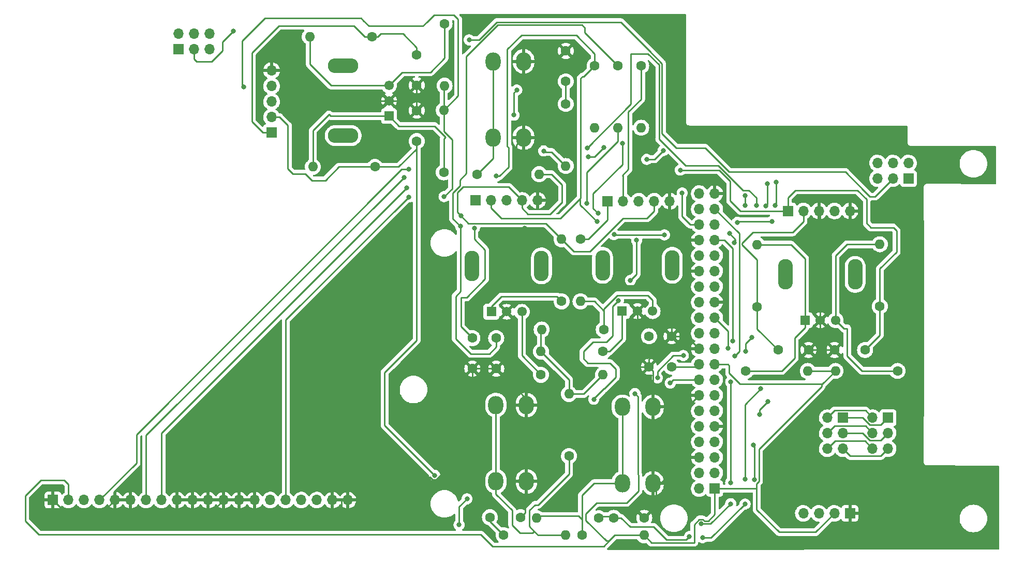
<source format=gbr>
%TF.GenerationSoftware,KiCad,Pcbnew,(6.0.5)*%
%TF.CreationDate,2022-06-02T12:02:42+02:00*%
%TF.ProjectId,norns_fork,6e6f726e-735f-4666-9f72-6b2e6b696361,rev?*%
%TF.SameCoordinates,Original*%
%TF.FileFunction,Copper,L1,Top*%
%TF.FilePolarity,Positive*%
%FSLAX46Y46*%
G04 Gerber Fmt 4.6, Leading zero omitted, Abs format (unit mm)*
G04 Created by KiCad (PCBNEW (6.0.5)) date 2022-06-02 12:02:42*
%MOMM*%
%LPD*%
G01*
G04 APERTURE LIST*
G04 Aperture macros list*
%AMRoundRect*
0 Rectangle with rounded corners*
0 $1 Rounding radius*
0 $2 $3 $4 $5 $6 $7 $8 $9 X,Y pos of 4 corners*
0 Add a 4 corners polygon primitive as box body*
4,1,4,$2,$3,$4,$5,$6,$7,$8,$9,$2,$3,0*
0 Add four circle primitives for the rounded corners*
1,1,$1+$1,$2,$3*
1,1,$1+$1,$4,$5*
1,1,$1+$1,$6,$7*
1,1,$1+$1,$8,$9*
0 Add four rect primitives between the rounded corners*
20,1,$1+$1,$2,$3,$4,$5,0*
20,1,$1+$1,$4,$5,$6,$7,0*
20,1,$1+$1,$6,$7,$8,$9,0*
20,1,$1+$1,$8,$9,$2,$3,0*%
G04 Aperture macros list end*
%TA.AperFunction,ComponentPad*%
%ADD10C,1.600000*%
%TD*%
%TA.AperFunction,ComponentPad*%
%ADD11O,1.600000X1.600000*%
%TD*%
%TA.AperFunction,ComponentPad*%
%ADD12R,1.700000X1.700000*%
%TD*%
%TA.AperFunction,ComponentPad*%
%ADD13O,1.700000X1.700000*%
%TD*%
%TA.AperFunction,ComponentPad*%
%ADD14O,2.500000X3.000000*%
%TD*%
%TA.AperFunction,ComponentPad*%
%ADD15RoundRect,1.200000X1.300000X0.000000X1.300000X0.000000X-1.300000X0.000000X-1.300000X0.000000X0*%
%TD*%
%TA.AperFunction,ComponentPad*%
%ADD16R,1.550000X1.550000*%
%TD*%
%TA.AperFunction,ComponentPad*%
%ADD17C,1.550000*%
%TD*%
%TA.AperFunction,ComponentPad*%
%ADD18RoundRect,1.200000X0.000000X-1.300000X0.000000X-1.300000X0.000000X1.300000X0.000000X1.300000X0*%
%TD*%
%TA.AperFunction,ViaPad*%
%ADD19C,0.800000*%
%TD*%
%TA.AperFunction,Conductor*%
%ADD20C,0.250000*%
%TD*%
G04 APERTURE END LIST*
D10*
%TO.P,R13,1*%
%TO.N,Net-(ENC1-PadB)*%
X132529998Y-41412997D03*
D11*
%TO.P,R13,2*%
%TO.N,+3V3*%
X132529998Y-51572997D03*
%TD*%
D10*
%TO.P,R12,1*%
%TO.N,Net-(ENC2-PadB)*%
X158579998Y-91482997D03*
D11*
%TO.P,R12,2*%
%TO.N,+3V3*%
X148419998Y-91482997D03*
%TD*%
D12*
%TO.P,J1,1,Pin_1*%
%TO.N,B1_ENC1*%
X104219998Y-59257997D03*
D13*
%TO.P,J1,2,Pin_2*%
%TO.N,A1_ENC1*%
X104219998Y-56717997D03*
%TO.P,J1,3,Pin_3*%
%TO.N,BP_1*%
X104219998Y-54177997D03*
%TO.P,J1,4,Pin_4*%
%TO.N,+3V3*%
X104219998Y-51637997D03*
%TO.P,J1,5,Pin_5*%
%TO.N,GND*%
X104219998Y-49097997D03*
%TD*%
D10*
%TO.P,R17,1*%
%TO.N,BP_3*%
X152879998Y-112182997D03*
D11*
%TO.P,R17,2*%
%TO.N,+3V3*%
X152879998Y-102022997D03*
%TD*%
D12*
%TO.P,J6,1,Pin_1*%
%TO.N,Net-(J5-Pad1)*%
X89009998Y-45632997D03*
D13*
%TO.P,J6,2,Pin_2*%
%TO.N,Net-(J5-Pad2)*%
X89009998Y-43092997D03*
%TO.P,J6,3,Pin_3*%
%TO.N,Net-(J5-Pad3)*%
X91549998Y-45632997D03*
%TO.P,J6,4,Pin_4*%
%TO.N,Net-(J5-Pad4)*%
X91549998Y-43092997D03*
%TO.P,J6,5,Pin_5*%
%TO.N,Net-(J5-Pad5)*%
X94089998Y-45632997D03*
%TO.P,J6,6,Pin_6*%
%TO.N,Net-(J5-Pad6)*%
X94089998Y-43092997D03*
%TD*%
D10*
%TO.P,R18,1*%
%TO.N,BP_2*%
X155004998Y-125127997D03*
D11*
%TO.P,R18,2*%
%TO.N,+3V3*%
X165164998Y-125127997D03*
%TD*%
D12*
%TO.P,J4,1,Pin_1*%
%TO.N,B4_ENC4*%
X188704998Y-72081747D03*
D13*
%TO.P,J4,2,Pin_2*%
%TO.N,A4_ENC4*%
X191244998Y-72081747D03*
%TO.P,J4,3,Pin_3*%
%TO.N,GND*%
X193784998Y-72081747D03*
%TO.P,J4,4,Pin_4*%
%TO.N,+3V3*%
X196324998Y-72081747D03*
%TO.P,J4,5,Pin_5*%
%TO.N,GND*%
X198864998Y-72081747D03*
%TD*%
D10*
%TO.P,R8,1*%
%TO.N,Net-(ENC2-PadA)*%
X158459998Y-95082997D03*
D11*
%TO.P,R8,2*%
%TO.N,+3V3*%
X148299998Y-95082997D03*
%TD*%
D10*
%TO.P,R14,1*%
%TO.N,Net-(ENC3-PadB)*%
X148299998Y-98882997D03*
D11*
%TO.P,R14,2*%
%TO.N,+3V3*%
X158459998Y-98882997D03*
%TD*%
D10*
%TO.P,R22,1*%
%TO.N,Net-(ENC4-PadB)*%
X206639998Y-98262997D03*
D11*
%TO.P,R22,2*%
%TO.N,+3V3*%
X196479998Y-98262997D03*
%TD*%
D10*
%TO.P,C8,1*%
%TO.N,GND*%
X152358748Y-45882997D03*
%TO.P,C8,2*%
%TO.N,K1_BP*%
X152358748Y-50882997D03*
%TD*%
D12*
%TO.P,J10,1,3V3*%
%TO.N,+3V3*%
X176739998Y-117492997D03*
D13*
%TO.P,J10,2,5V*%
%TO.N,unconnected-(J10-Pad2)*%
X174199998Y-117492997D03*
%TO.P,J10,3,SDA/GPIO2*%
%TO.N,SDA*%
X176739998Y-114952997D03*
%TO.P,J10,4,5V*%
%TO.N,unconnected-(J10-Pad4)*%
X174199998Y-114952997D03*
%TO.P,J10,5,SCL/GPIO3*%
%TO.N,SCL*%
X176739998Y-112412997D03*
%TO.P,J10,6,GND*%
%TO.N,GND*%
X174199998Y-112412997D03*
%TO.P,J10,7,GCLK0/GPIO4*%
%TO.N,A1_ENC1*%
X176739998Y-109872997D03*
%TO.P,J10,8,GPIO14/TXD*%
%TO.N,unconnected-(J10-Pad8)*%
X174199998Y-109872997D03*
%TO.P,J10,9,GND*%
%TO.N,GND*%
X176739998Y-107332997D03*
%TO.P,J10,10,GPIO15/RXD*%
%TO.N,unconnected-(J10-Pad10)*%
X174199998Y-107332997D03*
%TO.P,J10,11,GPIO17*%
%TO.N,A4_ENC4*%
X176739998Y-104792997D03*
%TO.P,J10,12,GPIO18/PWM0*%
%TO.N,unconnected-(J10-Pad12)*%
X174199998Y-104792997D03*
%TO.P,J10,13,GPIO27*%
%TO.N,B1_ENC1*%
X176739998Y-102252997D03*
%TO.P,J10,14,GND*%
%TO.N,GND*%
X174199998Y-102252997D03*
%TO.P,J10,15,GPIO22*%
%TO.N,K1_BP*%
X176739998Y-99712997D03*
%TO.P,J10,16,GPIO23*%
%TO.N,B2_ENC2*%
X174199998Y-99712997D03*
%TO.P,J10,17,3V3*%
%TO.N,+3V3*%
X176739998Y-97172997D03*
%TO.P,J10,18,GPIO24*%
%TO.N,A2_ENC2*%
X174199998Y-97172997D03*
%TO.P,J10,19,MOSI0/GPIO10*%
%TO.N,oled_MOSI*%
X176739998Y-94632997D03*
%TO.P,J10,20,GND*%
%TO.N,GND*%
X174199998Y-94632997D03*
%TO.P,J10,21,MISO0/GPIO9*%
%TO.N,unconnected-(J10-Pad21)*%
X176739998Y-92092997D03*
%TO.P,J10,22,GPIO25*%
%TO.N,B3_ENC3*%
X174199998Y-92092997D03*
%TO.P,J10,23,SCLK0/GPIO11*%
%TO.N,oled_SCK*%
X176739998Y-89552997D03*
%TO.P,J10,24,~{CE0}/GPIO8*%
%TO.N,oled_CE0*%
X174199998Y-89552997D03*
%TO.P,J10,25,GND*%
%TO.N,GND*%
X176739998Y-87012997D03*
%TO.P,J10,26,~{CE1}/GPIO7*%
%TO.N,unconnected-(J10-Pad26)*%
X174199998Y-87012997D03*
%TO.P,J10,27,ID_SD/GPIO0*%
%TO.N,unconnected-(J10-Pad27)*%
X176739998Y-84472997D03*
%TO.P,J10,28,ID_SC/GPIO1*%
%TO.N,unconnected-(J10-Pad28)*%
X174199998Y-84472997D03*
%TO.P,J10,29,GCLK1/GPIO5*%
%TO.N,oled_DC*%
X176739998Y-81932997D03*
%TO.P,J10,30,GND*%
%TO.N,GND*%
X174199998Y-81932997D03*
%TO.P,J10,31,GCLK2/GPIO6*%
%TO.N,oled_RESET*%
X176739998Y-79392997D03*
%TO.P,J10,32,PWM0/GPIO12*%
%TO.N,A3_ENC3*%
X174199998Y-79392997D03*
%TO.P,J10,33,PWM1/GPIO13*%
%TO.N,K3_BP*%
X176739998Y-76852997D03*
%TO.P,J10,34,GND*%
%TO.N,GND*%
X174199998Y-76852997D03*
%TO.P,J10,35,GPIO19/MISO1*%
%TO.N,unconnected-(J10-Pad35)*%
X176739998Y-74312997D03*
%TO.P,J10,36,GPIO16*%
%TO.N,B4_ENC4*%
X174199998Y-74312997D03*
%TO.P,J10,37,GPIO26*%
%TO.N,K2_BP*%
X176739998Y-71772997D03*
%TO.P,J10,38,GPIO20/MOSI1*%
%TO.N,unconnected-(J10-Pad38)*%
X174199998Y-71772997D03*
%TO.P,J10,39,GND*%
%TO.N,GND*%
X176739998Y-69232997D03*
%TO.P,J10,40,GPIO21/SCLK1*%
%TO.N,unconnected-(J10-Pad40)*%
X174199998Y-69232997D03*
%TD*%
D14*
%TO.P,K2,1,A0*%
%TO.N,GND*%
X166629998Y-104132997D03*
X166629998Y-116632997D03*
%TO.P,K2,2,B0*%
%TO.N,BP_2*%
X161629998Y-116632997D03*
X161629998Y-104132997D03*
%TD*%
D10*
%TO.P,R3,1*%
%TO.N,A2_ENC2*%
X164699998Y-48302997D03*
D11*
%TO.P,R3,2*%
%TO.N,Net-(ENC2-PadA)*%
X164699998Y-58462997D03*
%TD*%
D10*
%TO.P,C6,1*%
%TO.N,B3_ENC3*%
X140979998Y-92882997D03*
%TO.P,C6,2*%
%TO.N,GND*%
X140979998Y-97882997D03*
%TD*%
D12*
%TO.P,J5,1,Pin_1*%
%TO.N,Net-(J5-Pad1)*%
X208449998Y-66782997D03*
D13*
%TO.P,J5,2,Pin_2*%
%TO.N,Net-(J5-Pad2)*%
X208449998Y-64242997D03*
%TO.P,J5,3,Pin_3*%
%TO.N,Net-(J5-Pad3)*%
X205909998Y-66782997D03*
%TO.P,J5,4,Pin_4*%
%TO.N,Net-(J5-Pad4)*%
X205909998Y-64242997D03*
%TO.P,J5,5,Pin_5*%
%TO.N,Net-(J5-Pad5)*%
X203369998Y-66782997D03*
%TO.P,J5,6,Pin_6*%
%TO.N,Net-(J5-Pad6)*%
X203369998Y-64242997D03*
%TD*%
D15*
%TO.P,ENC1,1,MNT_1*%
%TO.N,unconnected-(ENC1-Pad1)*%
X115937498Y-59742997D03*
%TO.P,ENC1,2,MNT_2*%
%TO.N,unconnected-(ENC1-Pad2)*%
X115937498Y-48342997D03*
D16*
%TO.P,ENC1,A,CHANNEL_A*%
%TO.N,Net-(ENC1-PadA)*%
X123437498Y-56542997D03*
D17*
%TO.P,ENC1,B,CHANNEL_B*%
%TO.N,Net-(ENC1-PadB)*%
X123437498Y-51542997D03*
%TO.P,ENC1,C,COMMON*%
%TO.N,GND*%
X123437498Y-54042997D03*
%TD*%
D14*
%TO.P,K3,1,A0*%
%TO.N,GND*%
X145929998Y-116332997D03*
X145929998Y-103832997D03*
%TO.P,K3,2,B0*%
%TO.N,BP_3*%
X140929998Y-116332997D03*
X140929998Y-103832997D03*
%TD*%
D10*
%TO.P,R11,1*%
%TO.N,Net-(ENC3-PadA)*%
X151679998Y-86862997D03*
D11*
%TO.P,R11,2*%
%TO.N,+3V3*%
X151679998Y-76702997D03*
%TD*%
D10*
%TO.P,R21,1*%
%TO.N,Net-(ENC4-PadA)*%
X181799998Y-98262997D03*
D11*
%TO.P,R21,2*%
%TO.N,+3V3*%
X191959998Y-98262997D03*
%TD*%
D10*
%TO.P,R19,1*%
%TO.N,A4_ENC4*%
X183649998Y-87764247D03*
D11*
%TO.P,R19,2*%
%TO.N,Net-(ENC4-PadA)*%
X183649998Y-77604247D03*
%TD*%
D12*
%TO.P,J9,1,Pin_1*%
%TO.N,GND*%
X68459998Y-119382997D03*
D13*
%TO.P,J9,2,Pin_2*%
%TO.N,+3V3*%
X70999998Y-119382997D03*
%TO.P,J9,3,Pin_3*%
%TO.N,unconnected-(J9-Pad3)*%
X73539998Y-119382997D03*
%TO.P,J9,4,Pin_4*%
%TO.N,oled_DC*%
X76079998Y-119382997D03*
%TO.P,J9,5,Pin_5*%
%TO.N,GND*%
X78619998Y-119382997D03*
%TO.P,J9,6,Pin_6*%
X81159998Y-119382997D03*
%TO.P,J9,7,Pin_7*%
%TO.N,oled_SCK*%
X83699998Y-119382997D03*
%TO.P,J9,8,Pin_8*%
%TO.N,oled_MOSI*%
X86239998Y-119382997D03*
%TO.P,J9,9,Pin_9*%
%TO.N,GND*%
X88779998Y-119382997D03*
%TO.P,J9,10,Pin_10*%
X91319998Y-119382997D03*
%TO.P,J9,11,Pin_11*%
X93859998Y-119382997D03*
%TO.P,J9,12,Pin_12*%
X96399998Y-119382997D03*
%TO.P,J9,13,Pin_13*%
X98939998Y-119382997D03*
%TO.P,J9,14,Pin_14*%
X101479998Y-119382997D03*
%TO.P,J9,15,Pin_15*%
%TO.N,unconnected-(J9-Pad15)*%
X104019998Y-119382997D03*
%TO.P,J9,16,Pin_16*%
%TO.N,oled_RESET*%
X106559998Y-119382997D03*
%TO.P,J9,17,Pin_17*%
%TO.N,oled_CE0*%
X109099998Y-119382997D03*
%TO.P,J9,18,Pin_18*%
%TO.N,unconnected-(J9-Pad18)*%
X111639998Y-119382997D03*
%TO.P,J9,19,Pin_19*%
%TO.N,GND*%
X114179998Y-119382997D03*
%TO.P,J9,20,Pin_20*%
X116719998Y-119382997D03*
%TD*%
D10*
%TO.P,R20,1*%
%TO.N,B4_ENC4*%
X203749998Y-87684247D03*
D11*
%TO.P,R20,2*%
%TO.N,Net-(ENC4-PadB)*%
X203749998Y-77524247D03*
%TD*%
D10*
%TO.P,R15,1*%
%TO.N,K3_BP*%
X142204998Y-125127997D03*
D11*
%TO.P,R15,2*%
%TO.N,BP_3*%
X152364998Y-125127997D03*
%TD*%
D18*
%TO.P,ENC2,1,MNT_1*%
%TO.N,unconnected-(ENC2-Pad1)*%
X158379998Y-80970497D03*
%TO.P,ENC2,2,MNT_2*%
%TO.N,unconnected-(ENC2-Pad2)*%
X169779998Y-80970497D03*
D16*
%TO.P,ENC2,A,CHANNEL_A*%
%TO.N,Net-(ENC2-PadA)*%
X161579998Y-88470497D03*
D17*
%TO.P,ENC2,B,CHANNEL_B*%
%TO.N,Net-(ENC2-PadB)*%
X166579998Y-88470497D03*
%TO.P,ENC2,C,COMMON*%
%TO.N,GND*%
X164079998Y-88470497D03*
%TD*%
D10*
%TO.P,R10,1*%
%TO.N,Net-(ENC1-PadA)*%
X132399998Y-65762997D03*
D11*
%TO.P,R10,2*%
%TO.N,+3V3*%
X132399998Y-55602997D03*
%TD*%
D10*
%TO.P,C10,1*%
%TO.N,GND*%
X192089998Y-94814247D03*
%TO.P,C10,2*%
%TO.N,A4_ENC4*%
X187089998Y-94814247D03*
%TD*%
%TO.P,C9,1*%
%TO.N,GND*%
X165200000Y-122300000D03*
%TO.P,C9,2*%
%TO.N,K2_BP*%
X160200000Y-122300000D03*
%TD*%
%TO.P,R1,1*%
%TO.N,K1_BP*%
X152358748Y-54562997D03*
D11*
%TO.P,R1,2*%
%TO.N,BP_1*%
X152358748Y-64722997D03*
%TD*%
D12*
%TO.P,J11,1,Pin_1*%
%TO.N,GND*%
X198849998Y-121557997D03*
D13*
%TO.P,J11,2,Pin_2*%
%TO.N,+3V3*%
X196309998Y-121557997D03*
%TO.P,J11,3,Pin_3*%
%TO.N,SCL*%
X193769998Y-121557997D03*
%TO.P,J11,4,Pin_4*%
%TO.N,SDA*%
X191229998Y-121557997D03*
%TD*%
D10*
%TO.P,C5,1*%
%TO.N,B1_ENC1*%
X127969998Y-46522997D03*
%TO.P,C5,2*%
%TO.N,GND*%
X127969998Y-51522997D03*
%TD*%
%TO.P,C7,1*%
%TO.N,GND*%
X144950000Y-122200000D03*
%TO.P,C7,2*%
%TO.N,K3_BP*%
X139950000Y-122200000D03*
%TD*%
D14*
%TO.P,K1,1,A0*%
%TO.N,GND*%
X145458748Y-47592997D03*
X145458748Y-60092997D03*
%TO.P,K1,2,B0*%
%TO.N,BP_1*%
X140458748Y-47592997D03*
X140458748Y-60092997D03*
%TD*%
D10*
%TO.P,C4,1*%
%TO.N,B2_ENC2*%
X165979998Y-92582997D03*
%TO.P,C4,2*%
%TO.N,GND*%
X165979998Y-97582997D03*
%TD*%
%TO.P,R6,1*%
%TO.N,B2_ENC2*%
X154779998Y-76702997D03*
D11*
%TO.P,R6,2*%
%TO.N,Net-(ENC2-PadB)*%
X154779998Y-86862997D03*
%TD*%
D12*
%TO.P,J7,1,Pin_1*%
%TO.N,Net-(J7-Pad1)*%
X205099998Y-105902997D03*
D13*
%TO.P,J7,2,Pin_2*%
%TO.N,Net-(J7-Pad2)*%
X202559998Y-105902997D03*
%TO.P,J7,3,Pin_3*%
%TO.N,Net-(J7-Pad3)*%
X205099998Y-108442997D03*
%TO.P,J7,4,Pin_4*%
%TO.N,Net-(J7-Pad4)*%
X202559998Y-108442997D03*
%TO.P,J7,5,Pin_5*%
%TO.N,Net-(J7-Pad5)*%
X205099998Y-110982997D03*
%TO.P,J7,6,Pin_6*%
%TO.N,Net-(J7-Pad6)*%
X202559998Y-110982997D03*
%TD*%
D10*
%TO.P,C11,1*%
%TO.N,B4_ENC4*%
X201339998Y-94814247D03*
%TO.P,C11,2*%
%TO.N,GND*%
X196339998Y-94814247D03*
%TD*%
%TO.P,C1,1*%
%TO.N,GND*%
X169679998Y-92582997D03*
%TO.P,C1,2*%
%TO.N,A2_ENC2*%
X169679998Y-97582997D03*
%TD*%
%TO.P,R2,1*%
%TO.N,BP_1*%
X137848748Y-66052997D03*
D11*
%TO.P,R2,2*%
%TO.N,+3V3*%
X148008748Y-66052997D03*
%TD*%
D18*
%TO.P,ENC3,1,MNT_1*%
%TO.N,unconnected-(ENC3-Pad1)*%
X136979998Y-81070497D03*
%TO.P,ENC3,2,MNT_2*%
%TO.N,unconnected-(ENC3-Pad2)*%
X148379998Y-81070497D03*
D16*
%TO.P,ENC3,A,CHANNEL_A*%
%TO.N,Net-(ENC3-PadA)*%
X140179998Y-88570497D03*
D17*
%TO.P,ENC3,B,CHANNEL_B*%
%TO.N,Net-(ENC3-PadB)*%
X145179998Y-88570497D03*
%TO.P,ENC3,C,COMMON*%
%TO.N,GND*%
X142679998Y-88570497D03*
%TD*%
D10*
%TO.P,C3,1*%
%TO.N,GND*%
X137079998Y-97882997D03*
%TO.P,C3,2*%
%TO.N,A3_ENC3*%
X137079998Y-92882997D03*
%TD*%
D18*
%TO.P,ENC4,1,MNT_1*%
%TO.N,unconnected-(ENC4-Pad1)*%
X188319998Y-82451747D03*
%TO.P,ENC4,2,MNT_2*%
%TO.N,unconnected-(ENC4-Pad2)*%
X199719998Y-82451747D03*
D16*
%TO.P,ENC4,A,CHANNEL_A*%
%TO.N,Net-(ENC4-PadA)*%
X191519998Y-89951747D03*
D17*
%TO.P,ENC4,B,CHANNEL_B*%
%TO.N,Net-(ENC4-PadB)*%
X196519998Y-89951747D03*
%TO.P,ENC4,C,COMMON*%
%TO.N,GND*%
X194019998Y-89951747D03*
%TD*%
D10*
%TO.P,R9,1*%
%TO.N,B3_ENC3*%
X160899998Y-48302997D03*
D11*
%TO.P,R9,2*%
%TO.N,Net-(ENC3-PadB)*%
X160899998Y-58462997D03*
%TD*%
D10*
%TO.P,R16,1*%
%TO.N,K2_BP*%
X157750000Y-122350000D03*
D11*
%TO.P,R16,2*%
%TO.N,BP_2*%
X147590000Y-122350000D03*
%TD*%
D12*
%TO.P,J3,1,Pin_1*%
%TO.N,B3_ENC3*%
X137574998Y-70340497D03*
D13*
%TO.P,J3,2,Pin_2*%
%TO.N,A3_ENC3*%
X140114998Y-70340497D03*
%TO.P,J3,3,Pin_3*%
%TO.N,BP_3*%
X142654998Y-70340497D03*
%TO.P,J3,4,Pin_4*%
%TO.N,+3V3*%
X145194998Y-70340497D03*
%TO.P,J3,5,Pin_5*%
%TO.N,GND*%
X147734998Y-70340497D03*
%TD*%
D12*
%TO.P,J8,1,Pin_1*%
%TO.N,Net-(J7-Pad1)*%
X197689998Y-105907997D03*
D13*
%TO.P,J8,2,Pin_2*%
%TO.N,Net-(J7-Pad2)*%
X195149998Y-105907997D03*
%TO.P,J8,3,Pin_3*%
%TO.N,Net-(J7-Pad3)*%
X197689998Y-108447997D03*
%TO.P,J8,4,Pin_4*%
%TO.N,Net-(J7-Pad4)*%
X195149998Y-108447997D03*
%TO.P,J8,5,Pin_5*%
%TO.N,Net-(J7-Pad5)*%
X197689998Y-110987997D03*
%TO.P,J8,6,Pin_6*%
%TO.N,Net-(J7-Pad6)*%
X195149998Y-110987997D03*
%TD*%
D10*
%TO.P,R5,1*%
%TO.N,A3_ENC3*%
X157099998Y-48302997D03*
D11*
%TO.P,R5,2*%
%TO.N,Net-(ENC3-PadA)*%
X157099998Y-58462997D03*
%TD*%
D10*
%TO.P,R4,1*%
%TO.N,A1_ENC1*%
X121129998Y-64862997D03*
D11*
%TO.P,R4,2*%
%TO.N,Net-(ENC1-PadA)*%
X110969998Y-64862997D03*
%TD*%
D12*
%TO.P,J2,1,Pin_1*%
%TO.N,B2_ENC2*%
X159224998Y-70482997D03*
D13*
%TO.P,J2,2,Pin_2*%
%TO.N,A2_ENC2*%
X161764998Y-70482997D03*
%TO.P,J2,3,Pin_3*%
%TO.N,BP_2*%
X164304998Y-70482997D03*
%TO.P,J2,4,Pin_4*%
%TO.N,+3V3*%
X166844998Y-70482997D03*
%TO.P,J2,5,Pin_5*%
%TO.N,GND*%
X169384998Y-70482997D03*
%TD*%
D10*
%TO.P,R7,1*%
%TO.N,B1_ENC1*%
X120629998Y-43572997D03*
D11*
%TO.P,R7,2*%
%TO.N,Net-(ENC1-PadB)*%
X110469998Y-43572997D03*
%TD*%
D10*
%TO.P,C2,1*%
%TO.N,GND*%
X127969998Y-55652997D03*
%TO.P,C2,2*%
%TO.N,A1_ENC1*%
X127969998Y-60652997D03*
%TD*%
D19*
%TO.N,Net-(J5-Pad3)*%
X97962297Y-42620698D03*
X136549998Y-44082997D03*
%TO.N,B3_ENC3*%
X167354498Y-99382997D03*
X171599998Y-95732997D03*
%TO.N,A4_ENC4*%
X184099998Y-105382997D03*
X185449998Y-103232997D03*
%TO.N,+3V3*%
X135199998Y-72882997D03*
X132449998Y-69732997D03*
%TO.N,BP_1*%
X148749998Y-62258977D03*
%TO.N,GND*%
X169679998Y-86852997D03*
%TO.N,B2_ENC2*%
X169449998Y-100232997D03*
%TO.N,oled_DC*%
X186099998Y-73782997D03*
X179149998Y-75782997D03*
X186749998Y-67382997D03*
X179887297Y-77270296D03*
X186599998Y-71182997D03*
X180449998Y-73932997D03*
X143899998Y-56382997D03*
X126699998Y-65282997D03*
X144349998Y-52282997D03*
%TO.N,oled_SCK*%
X182799998Y-92732997D03*
X165599998Y-63632997D03*
X168325047Y-62183448D03*
X185099998Y-71282997D03*
X185349998Y-67658497D03*
X178924498Y-94532997D03*
X181749998Y-95082997D03*
X125899998Y-66582997D03*
%TO.N,oled_MOSI*%
X183549998Y-71182997D03*
X126349998Y-68332997D03*
X155849998Y-61732997D03*
%TO.N,oled_RESET*%
X126699998Y-69782997D03*
X156049998Y-63182997D03*
X181699998Y-69532997D03*
X181699998Y-71157497D03*
X158599998Y-61682997D03*
%TO.N,oled_CE0*%
X134900000Y-123450000D03*
X136199998Y-119182997D03*
%TO.N,A1_ENC1*%
X183049998Y-110332997D03*
X130899998Y-115332997D03*
X183249998Y-116032997D03*
%TO.N,Net-(ENC3-PadB)*%
X155799998Y-70832997D03*
%TO.N,+3V3*%
X99649998Y-51782997D03*
%TO.N,Net-(ENC2-PadA)*%
X157649998Y-72482997D03*
X161599998Y-61032997D03*
%TO.N,A3_ENC3*%
X140949998Y-66382997D03*
%TO.N,BP_2*%
X156949998Y-102882997D03*
X163949998Y-76882997D03*
X162949998Y-83432997D03*
X160962297Y-86745296D03*
%TO.N,+3V3*%
X163674998Y-101957997D03*
%TO.N,A3_ENC3*%
X160249998Y-75932997D03*
X168499998Y-75982997D03*
X157499998Y-73832997D03*
%TO.N,GND*%
X145649998Y-74932997D03*
%TO.N,B3_ENC3*%
X135149998Y-74582997D03*
%TO.N,A3_ENC3*%
X137399998Y-74882997D03*
%TO.N,GND*%
X202849998Y-72232997D03*
%TO.N,K3_BP*%
X179699998Y-93382997D03*
X181699998Y-120032997D03*
X184249998Y-101182997D03*
X181699998Y-115932997D03*
X174749998Y-125532997D03*
%TO.N,B4_ENC4*%
X171399998Y-69132997D03*
X171099998Y-65382997D03*
%TO.N,K2_BP*%
X172600000Y-125350000D03*
X174499998Y-123282997D03*
X179349998Y-116532997D03*
X179349998Y-119982997D03*
X179349998Y-100032997D03*
X179999998Y-95832997D03*
%TD*%
D20*
%TO.N,GND*%
X116719998Y-119382997D02*
X125233921Y-119382997D01*
X125233921Y-119382997D02*
X127404630Y-117212288D01*
X127404630Y-117212288D02*
X127404630Y-116995370D01*
X127404630Y-116995370D02*
X128766900Y-115633100D01*
X128766900Y-115633100D02*
X130175487Y-115633100D01*
X130175487Y-115633100D02*
X130599895Y-116057508D01*
X130599895Y-116057508D02*
X131200101Y-116057508D01*
X131200101Y-116057508D02*
X137079998Y-110177611D01*
X137079998Y-110177611D02*
X137079998Y-97882997D01*
%TO.N,oled_CE0*%
X134900000Y-123450000D02*
X134900000Y-120482995D01*
X134900000Y-120482995D02*
X136199998Y-119182997D01*
%TO.N,K2_BP*%
X162891497Y-123782997D02*
X161408500Y-122300000D01*
X161408500Y-122300000D02*
X160200000Y-122300000D01*
X172049520Y-125900480D02*
X168867481Y-125900480D01*
X172600000Y-125350000D02*
X172049520Y-125900480D01*
X166749998Y-123782997D02*
X162891497Y-123782997D01*
X168867481Y-125900480D02*
X166749998Y-123782997D01*
%TO.N,+3V3*%
X165164998Y-125127997D02*
X166387001Y-126350000D01*
X166387001Y-126350000D02*
X173372003Y-126350000D01*
X173372003Y-126350000D02*
X173372003Y-123386378D01*
X173372003Y-123386378D02*
X174199895Y-122558486D01*
X174199895Y-122558486D02*
X174800101Y-122558486D01*
X174800101Y-122558486D02*
X175075092Y-122833477D01*
X175075092Y-122833477D02*
X175666523Y-122833477D01*
X175666523Y-122833477D02*
X176739998Y-121760002D01*
X176739998Y-121760002D02*
X176739998Y-117492997D01*
%TO.N,K2_BP*%
X159950000Y-122050000D02*
X160200000Y-122300000D01*
X158050000Y-122050000D02*
X159950000Y-122050000D01*
X157750000Y-122350000D02*
X158050000Y-122050000D01*
%TO.N,GND*%
X167109998Y-117112997D02*
X166629998Y-116632997D01*
X167109998Y-120390002D02*
X167109998Y-117112997D01*
X165200000Y-122300000D02*
X167109998Y-120390002D01*
%TO.N,BP_2*%
X147957003Y-121982997D02*
X147590000Y-122350000D01*
X155004998Y-122587997D02*
X154399998Y-121982997D01*
X154399998Y-121982997D02*
X147957003Y-121982997D01*
%TO.N,+3V3*%
X163674998Y-101957997D02*
X164149998Y-102432997D01*
X164249998Y-117932997D02*
X162349998Y-119832997D01*
X162349998Y-119832997D02*
X157417003Y-119832997D01*
X164149998Y-102432997D02*
X164149998Y-115182997D01*
X164249998Y-115282997D02*
X164249998Y-117932997D01*
X164149998Y-115182997D02*
X164249998Y-115282997D01*
X155650000Y-121600000D02*
X155650000Y-122732999D01*
X157417003Y-119832997D02*
X155650000Y-121600000D01*
X155650000Y-122732999D02*
X158974998Y-126057997D01*
X158974998Y-126057997D02*
X159474998Y-126057997D01*
%TO.N,BP_2*%
X161629998Y-116632997D02*
X156967003Y-116632997D01*
X156967003Y-116632997D02*
X155004998Y-118595002D01*
X155004998Y-118595002D02*
X155004998Y-122587997D01*
%TO.N,BP_3*%
X152879998Y-112182997D02*
X152879998Y-115102997D01*
X152879998Y-115102997D02*
X147799998Y-120182997D01*
X147799998Y-120182997D02*
X147299998Y-120182997D01*
X147299998Y-120182997D02*
X146400000Y-121082995D01*
X146400000Y-121082995D02*
X146400000Y-123682999D01*
X146400000Y-123682999D02*
X147199998Y-124482997D01*
%TO.N,GND*%
X144950000Y-122200000D02*
X145684998Y-121465002D01*
X145684998Y-121465002D02*
X145684998Y-116577997D01*
X145684998Y-116577997D02*
X145929998Y-116332997D01*
%TO.N,K3_BP*%
X139950000Y-122200000D02*
X139950000Y-122872999D01*
X139950000Y-122872999D02*
X142204998Y-125127997D01*
%TO.N,A1_ENC1*%
X127969998Y-60652997D02*
X127969998Y-93230002D01*
X127969998Y-93230002D02*
X122700000Y-98500000D01*
X122700000Y-98500000D02*
X122700000Y-107132999D01*
X122700000Y-107132999D02*
X130899998Y-115332997D01*
%TO.N,Net-(J5-Pad3)*%
X175149998Y-61732997D02*
X170449998Y-61732997D01*
X196949998Y-65682997D02*
X179099998Y-65682997D01*
X202149998Y-69732997D02*
X201199998Y-68782997D01*
X168099998Y-47932997D02*
X165999998Y-45832997D01*
X141063801Y-41183477D02*
X140907139Y-41340139D01*
X202899998Y-69732997D02*
X202149998Y-69732997D01*
X152349998Y-41183477D02*
X141063801Y-41183477D01*
X202959998Y-69732997D02*
X202899998Y-69732997D01*
X168099998Y-59382997D02*
X168099998Y-51032997D01*
X94399998Y-47632997D02*
X91999998Y-47632997D01*
X161350478Y-41183477D02*
X152349998Y-41183477D01*
X198099998Y-65682997D02*
X196949998Y-65682997D01*
X140907139Y-41340139D02*
X138164281Y-44082997D01*
X205909998Y-66782997D02*
X202959998Y-69732997D01*
X179099998Y-65682997D02*
X177299998Y-63882997D01*
X97962297Y-42620698D02*
X96199998Y-44382997D01*
X165999998Y-45832997D02*
X161350478Y-41183477D01*
X201199998Y-68782997D02*
X198099998Y-65682997D01*
X170449998Y-61732997D02*
X168099998Y-59382997D01*
X177299998Y-63882997D02*
X175149998Y-61732997D01*
X168099998Y-51032997D02*
X168099998Y-47932997D01*
X96199998Y-44382997D02*
X96199998Y-45832997D01*
X138164281Y-44082997D02*
X136549998Y-44082997D01*
X91999998Y-47632997D02*
X91549998Y-47182997D01*
X96199998Y-45832997D02*
X94399998Y-47632997D01*
X91549998Y-47182997D02*
X91549998Y-45632997D01*
%TO.N,Net-(J7-Pad5)*%
X197689998Y-110987997D02*
X198859509Y-112157508D01*
X203925487Y-112157508D02*
X205099998Y-110982997D01*
X198859509Y-112157508D02*
X203925487Y-112157508D01*
%TO.N,Net-(J7-Pad3)*%
X197689998Y-108447997D02*
X200903988Y-108447997D01*
X200903988Y-108447997D02*
X202073499Y-109617508D01*
X202073499Y-109617508D02*
X203925487Y-109617508D01*
X203925487Y-109617508D02*
X205099998Y-108442997D01*
%TO.N,Net-(J7-Pad1)*%
X197689998Y-105907997D02*
X200903988Y-105907997D01*
X200903988Y-105907997D02*
X202073499Y-107077508D01*
X202073499Y-107077508D02*
X203925487Y-107077508D01*
X203925487Y-107077508D02*
X205099998Y-105902997D01*
%TO.N,Net-(J7-Pad6)*%
X195149998Y-110987997D02*
X196404998Y-109732997D01*
X196404998Y-109732997D02*
X201309998Y-109732997D01*
X201309998Y-109732997D02*
X202559998Y-110982997D01*
%TO.N,Net-(J7-Pad4)*%
X195149998Y-108447997D02*
X196324509Y-107273486D01*
X196324509Y-107273486D02*
X201390487Y-107273486D01*
X201390487Y-107273486D02*
X202559998Y-108442997D01*
%TO.N,Net-(J7-Pad2)*%
X195149998Y-105907997D02*
X196324509Y-104733486D01*
X196324509Y-104733486D02*
X201390487Y-104733486D01*
X201390487Y-104733486D02*
X202559998Y-105902997D01*
%TO.N,+3V3*%
X183589998Y-117492997D02*
X183589998Y-116717611D01*
X183974509Y-111008486D02*
X194199998Y-100782997D01*
X183589998Y-116717611D02*
X183974509Y-116333100D01*
X194199998Y-100782997D02*
X194199998Y-100382997D01*
X183974509Y-116333100D02*
X183974509Y-111008486D01*
%TO.N,B3_ENC3*%
X167354498Y-98318197D02*
X167354498Y-99382997D01*
X169939698Y-95732997D02*
X167354498Y-98318197D01*
X171599998Y-95732997D02*
X169939698Y-95732997D01*
%TO.N,A4_ENC4*%
X184099998Y-104582997D02*
X184099998Y-105382997D01*
X185449998Y-103232997D02*
X184099998Y-104582997D01*
%TO.N,+3V3*%
X136449998Y-74132997D02*
X135199998Y-72882997D01*
X135199998Y-72882997D02*
X134599998Y-72282997D01*
X132399998Y-55602997D02*
X132399998Y-59032997D01*
X132399998Y-59032997D02*
X133749998Y-60382997D01*
X133749998Y-60382997D02*
X133749998Y-68432997D01*
X133749998Y-68432997D02*
X132449998Y-69732997D01*
%TO.N,BP_1*%
X150068748Y-62432997D02*
X149149998Y-62432997D01*
X152358748Y-64722997D02*
X150068748Y-62432997D01*
X149149998Y-62432997D02*
X148924018Y-62432997D01*
X148924018Y-62432997D02*
X148749998Y-62258977D01*
%TO.N,GND*%
X169679998Y-86662997D02*
X169679998Y-86852997D01*
X169679998Y-86852997D02*
X169679998Y-92582997D01*
%TO.N,B2_ENC2*%
X169449998Y-100232997D02*
X169969998Y-99712997D01*
X169969998Y-99712997D02*
X174199998Y-99712997D01*
%TO.N,oled_DC*%
X186749998Y-71032997D02*
X186599998Y-71182997D01*
X180099998Y-77082997D02*
X179912699Y-77270296D01*
X179912699Y-77270296D02*
X179887297Y-77270296D01*
X180099998Y-76732997D02*
X180099998Y-77082997D01*
X179149998Y-75782997D02*
X180099998Y-76732997D01*
X186749998Y-67382997D02*
X186749998Y-71032997D01*
X186099998Y-73782997D02*
X180599998Y-73782997D01*
X180599998Y-73782997D02*
X180449998Y-73932997D01*
X125499998Y-65282997D02*
X126699998Y-65282997D01*
X82099998Y-113182997D02*
X82099998Y-108682997D01*
X143899998Y-52732997D02*
X144349998Y-52282997D01*
X125099998Y-65682997D02*
X125499998Y-65282997D01*
X82099998Y-113362997D02*
X82099998Y-113182997D01*
X143899998Y-56382997D02*
X143899998Y-52732997D01*
X76079998Y-119382997D02*
X82099998Y-113362997D01*
X82099998Y-108682997D02*
X125099998Y-65682997D01*
%TO.N,oled_SCK*%
X185349998Y-67658497D02*
X185349998Y-71032997D01*
X166875498Y-63632997D02*
X168325047Y-62183448D01*
X185349998Y-71032997D02*
X185099998Y-71282997D01*
X182799998Y-92732997D02*
X181749998Y-93782997D01*
X165599998Y-63632997D02*
X166875498Y-63632997D01*
X181749998Y-93782997D02*
X181749998Y-95082997D01*
X178924498Y-94532997D02*
X178924498Y-91737497D01*
X178924498Y-91737497D02*
X176739998Y-89552997D01*
X83699998Y-108782997D02*
X125899998Y-66582997D01*
X83699998Y-119382997D02*
X83699998Y-108782997D01*
%TO.N,oled_MOSI*%
X182299998Y-68682997D02*
X183549998Y-69932997D01*
X181335715Y-68682997D02*
X182299998Y-68682997D01*
X171973194Y-64632997D02*
X177285715Y-64632997D01*
X177285715Y-64632997D02*
X181335715Y-68682997D01*
X183549998Y-69932997D02*
X183549998Y-71182997D01*
X155849998Y-61732997D02*
X162999998Y-54582997D01*
X86239998Y-119382997D02*
X86239998Y-108442997D01*
X86239998Y-108442997D02*
X126349998Y-68332997D01*
X162999998Y-46332997D02*
X165799998Y-46332997D01*
X165799998Y-46332997D02*
X167649998Y-48182997D01*
X167649998Y-60309801D02*
X171973194Y-64632997D01*
X162999998Y-54582997D02*
X162999998Y-46332997D01*
X167649998Y-48182997D02*
X167649998Y-60309801D01*
%TO.N,oled_RESET*%
X181699998Y-69532997D02*
X181699998Y-71157497D01*
X106559998Y-89922997D02*
X126699998Y-69782997D01*
X106559998Y-119382997D02*
X106559998Y-89922997D01*
X156049998Y-63182997D02*
X157099998Y-63182997D01*
X157099998Y-63182997D02*
X158599998Y-61682997D01*
%TO.N,A1_ENC1*%
X183249998Y-110532997D02*
X183049998Y-110332997D01*
X183249998Y-116032997D02*
X183249998Y-110532997D01*
%TO.N,Net-(ENC3-PadB)*%
X160899998Y-58462997D02*
X160899998Y-60632997D01*
X160899998Y-60632997D02*
X155799998Y-65732997D01*
X155799998Y-65732997D02*
X155799998Y-70832997D01*
%TO.N,+3V3*%
X103149998Y-40532997D02*
X99399998Y-44282997D01*
X133999998Y-39982997D02*
X130799998Y-39982997D01*
X134749998Y-53252997D02*
X134749998Y-52582997D01*
X120149998Y-41832997D02*
X119249998Y-40932997D01*
X132399998Y-55602997D02*
X134749998Y-53252997D01*
X130799998Y-39982997D02*
X129599998Y-41182997D01*
X134749998Y-40732997D02*
X133999998Y-39982997D01*
X134749998Y-52582997D02*
X134749998Y-40732997D01*
X129599998Y-41182997D02*
X128949998Y-41832997D01*
X99399998Y-44282997D02*
X99399998Y-51582997D01*
X99399998Y-51582997D02*
X99599998Y-51782997D01*
X128949998Y-41832997D02*
X120149998Y-41832997D01*
X99599998Y-51782997D02*
X99649998Y-51782997D01*
X119249998Y-40932997D02*
X118849998Y-40532997D01*
X118849998Y-40532997D02*
X103149998Y-40532997D01*
X132399998Y-55602997D02*
X132399998Y-51702997D01*
X132399998Y-51702997D02*
X132529998Y-51572997D01*
%TO.N,B3_ENC3*%
X135149998Y-74582997D02*
X133899998Y-73332997D01*
X135049998Y-66982997D02*
X136099998Y-65932997D01*
X133899998Y-73332997D02*
X133899998Y-69147279D01*
X133899998Y-69147279D02*
X135049998Y-67997279D01*
X135049998Y-67997279D02*
X135049998Y-66982997D01*
X136099998Y-65932997D02*
X136099998Y-46782997D01*
X136099998Y-46782997D02*
X141249998Y-41632997D01*
X141249998Y-41632997D02*
X154999998Y-41632997D01*
X155499998Y-42902997D02*
X160899998Y-48302997D01*
X154999998Y-41632997D02*
X155499998Y-42132997D01*
X155499998Y-42132997D02*
X155499998Y-42902997D01*
%TO.N,Net-(ENC2-PadA)*%
X156849998Y-71682997D02*
X157649998Y-72482997D01*
X156849998Y-69232997D02*
X156849998Y-71682997D01*
X161599998Y-61032997D02*
X161599998Y-64482997D01*
X161599998Y-64482997D02*
X156849998Y-69232997D01*
%TO.N,A3_ENC3*%
X141499998Y-66382997D02*
X140949998Y-66382997D01*
X142999998Y-64882997D02*
X141499998Y-66382997D01*
X142999998Y-61682997D02*
X142999998Y-64882997D01*
X154099998Y-43332997D02*
X145099998Y-43332997D01*
X157099998Y-48302997D02*
X157099998Y-46332997D01*
X145099998Y-43332997D02*
X142799998Y-45632997D01*
X157099998Y-46332997D02*
X154099998Y-43332997D01*
X142799998Y-45632997D02*
X142799998Y-61482997D01*
X142799998Y-61482997D02*
X142999998Y-61682997D01*
%TO.N,BP_2*%
X160962297Y-86745296D02*
X159999998Y-87707595D01*
X159999998Y-87707595D02*
X159999998Y-92532997D01*
X159999998Y-92532997D02*
X158999998Y-93532997D01*
X156799998Y-93532997D02*
X155249998Y-95082997D01*
X158999998Y-93532997D02*
X156799998Y-93532997D01*
X155249998Y-95082997D02*
X155249998Y-96232997D01*
X155999998Y-96982997D02*
X159599998Y-96982997D01*
X155249998Y-96232997D02*
X155999998Y-96982997D01*
X159599998Y-96982997D02*
X160549998Y-97932997D01*
X160549998Y-97932997D02*
X160549998Y-99282997D01*
X160549998Y-99282997D02*
X158649998Y-101182997D01*
X158649998Y-101182997D02*
X158549998Y-101182997D01*
X158549998Y-101182997D02*
X156949998Y-102782997D01*
X156949998Y-102782997D02*
X156949998Y-102882997D01*
X163949998Y-76882997D02*
X163949998Y-82432997D01*
X163949998Y-82432997D02*
X162949998Y-83432997D01*
%TO.N,+3V3*%
X158549998Y-126982997D02*
X159474998Y-126057997D01*
X159474998Y-126057997D02*
X160404998Y-125127997D01*
%TO.N,A3_ENC3*%
X154724998Y-70057997D02*
X151499998Y-73282997D01*
X160299998Y-75982997D02*
X160249998Y-75932997D01*
X168499998Y-75982997D02*
X160299998Y-75982997D01*
X157499998Y-73832997D02*
X154724998Y-71057997D01*
X154799998Y-69982997D02*
X154724998Y-70057997D01*
X154724998Y-71057997D02*
X154724998Y-70057997D01*
%TO.N,GND*%
X139499998Y-84332997D02*
X167349998Y-84332997D01*
X139249998Y-84332997D02*
X139499998Y-84332997D01*
X145649998Y-74932997D02*
X145649998Y-78182997D01*
X145649998Y-78182997D02*
X139499998Y-84332997D01*
%TO.N,B3_ENC3*%
X134349998Y-92982997D02*
X136799998Y-95432997D01*
X135149998Y-74582997D02*
X135149998Y-85232997D01*
X135149998Y-85232997D02*
X134349998Y-86032997D01*
X134349998Y-86032997D02*
X134349998Y-92982997D01*
X136799998Y-95432997D02*
X139849998Y-95432997D01*
X139849998Y-95432997D02*
X140979998Y-94302997D01*
X140979998Y-94302997D02*
X140979998Y-92882997D01*
%TO.N,A3_ENC3*%
X137399998Y-74882997D02*
X137399998Y-76682997D01*
X137399998Y-76682997D02*
X139149998Y-78432997D01*
X135199998Y-86232997D02*
X135199998Y-91002997D01*
X139149998Y-78432997D02*
X139149998Y-83232997D01*
X139149998Y-83232997D02*
X136149998Y-86232997D01*
X136149998Y-86232997D02*
X135199998Y-86232997D01*
X135199998Y-91002997D02*
X137079998Y-92882997D01*
%TO.N,GND*%
X198849998Y-121557997D02*
X203224998Y-121557997D01*
X203224998Y-121557997D02*
X210299998Y-114482997D01*
X206149998Y-92382997D02*
X206149998Y-81032997D01*
X204449998Y-72232997D02*
X202849998Y-72232997D01*
X210299998Y-114482997D02*
X210299998Y-96532997D01*
X210299998Y-96532997D02*
X206149998Y-92382997D01*
X206149998Y-81032997D02*
X207799998Y-79382997D01*
X207799998Y-79382997D02*
X207799998Y-75582997D01*
X207799998Y-75582997D02*
X204449998Y-72232997D01*
%TO.N,+3V3*%
X196309998Y-121557997D02*
X193234998Y-124632997D01*
X193234998Y-124632997D02*
X187299998Y-124632997D01*
X187299998Y-124632997D02*
X183589998Y-120922997D01*
X183589998Y-120922997D02*
X183589998Y-117492997D01*
%TO.N,K3_BP*%
X179699998Y-93382997D02*
X179699998Y-78232997D01*
X178319998Y-76852997D02*
X176739998Y-76852997D01*
X179699998Y-78232997D02*
X178319998Y-76852997D01*
X181699998Y-103732997D02*
X184249998Y-101182997D01*
X181699998Y-115932997D02*
X181699998Y-103732997D01*
X181499998Y-120182997D02*
X181649998Y-120032997D01*
X181649998Y-120032997D02*
X181699998Y-120032997D01*
X174749998Y-125532997D02*
X176149998Y-125532997D01*
X176149998Y-125532997D02*
X181499998Y-120182997D01*
%TO.N,B4_ENC4*%
X179249998Y-67232997D02*
X177449998Y-65432997D01*
X177399998Y-65382997D02*
X171099998Y-65382997D01*
X179249998Y-70382997D02*
X179249998Y-67232997D01*
X172729998Y-74312997D02*
X174199998Y-74312997D01*
X171399998Y-72982997D02*
X172729998Y-74312997D01*
X188704998Y-72081747D02*
X180948748Y-72081747D01*
X180948748Y-72081747D02*
X179249998Y-70382997D01*
X177449998Y-65432997D02*
X177399998Y-65382997D01*
X171399998Y-69132997D02*
X171399998Y-72982997D01*
%TO.N,K2_BP*%
X179349998Y-119982997D02*
X176049998Y-123282997D01*
X176049998Y-123282997D02*
X174499998Y-123282997D01*
X179349998Y-100032997D02*
X179349998Y-116532997D01*
X180750478Y-95082517D02*
X179999998Y-95832997D01*
X180750478Y-75783477D02*
X180750478Y-95082517D01*
X176739998Y-71772997D02*
X180750478Y-75783477D01*
%TO.N,+3V3*%
X70999998Y-119382997D02*
X70999998Y-116832997D01*
X70999998Y-116832997D02*
X70299998Y-116132997D01*
X70299998Y-116132997D02*
X66449998Y-116132997D01*
X66449998Y-116132997D02*
X63899998Y-118682997D01*
X63899998Y-118682997D02*
X63899998Y-122832997D01*
X63899998Y-122832997D02*
X66099998Y-125032997D01*
X66099998Y-125032997D02*
X138449998Y-125032997D01*
X138449998Y-125032997D02*
X140399998Y-126982997D01*
X140399998Y-126982997D02*
X158549998Y-126982997D01*
X160404998Y-125127997D02*
X165164998Y-125127997D01*
%TO.N,GND*%
X78619998Y-119382997D02*
X77119998Y-120882997D01*
X77119998Y-120882997D02*
X69959998Y-120882997D01*
X69959998Y-120882997D02*
X68459998Y-119382997D01*
X145929998Y-103832997D02*
X148149998Y-103832997D01*
X154949998Y-106832997D02*
X159899998Y-101882997D01*
X163499998Y-97582997D02*
X165979998Y-97582997D01*
X148149998Y-103832997D02*
X151149998Y-106832997D01*
X151149998Y-106832997D02*
X154949998Y-106832997D01*
X159899998Y-101882997D02*
X159899998Y-101182997D01*
X159899998Y-101182997D02*
X163499998Y-97582997D01*
%TO.N,+3V3*%
X194359998Y-100382997D02*
X194199998Y-100382997D01*
X194199998Y-100382997D02*
X180849998Y-100382997D01*
X176739998Y-117492997D02*
X183589998Y-117492997D01*
%TO.N,GND*%
X194019998Y-89951747D02*
X194019998Y-72316747D01*
X194019998Y-72316747D02*
X193784998Y-72081747D01*
%TO.N,+3V3*%
X196479998Y-98262997D02*
X194359998Y-100382997D01*
X179099998Y-97382997D02*
X178889998Y-97172997D01*
X179099998Y-98632997D02*
X179099998Y-97382997D01*
X180849998Y-100382997D02*
X179099998Y-98632997D01*
X178889998Y-97172997D02*
X176739998Y-97172997D01*
%TO.N,GND*%
X194099998Y-92804247D02*
X194099998Y-92682997D01*
X192089998Y-94814247D02*
X194099998Y-92804247D01*
X194099998Y-92682997D02*
X194019998Y-92602997D01*
X194019998Y-92602997D02*
X194019998Y-89951747D01*
%TO.N,+3V3*%
X191959998Y-98262997D02*
X196479998Y-98262997D01*
%TO.N,GND*%
X192089998Y-94814247D02*
X196339998Y-94814247D01*
X174199998Y-81932997D02*
X172349998Y-81932997D01*
X172349998Y-81932997D02*
X171999998Y-81582997D01*
X171999998Y-76682997D02*
X172169998Y-76852997D01*
X171999998Y-81582997D02*
X171999998Y-76682997D01*
X172169998Y-76852997D02*
X174199998Y-76852997D01*
X174199998Y-76852997D02*
X172469998Y-76852997D01*
X172469998Y-76852997D02*
X169384998Y-73767997D01*
X169384998Y-73767997D02*
X169384998Y-70482997D01*
X169384998Y-70482997D02*
X169384998Y-68597997D01*
X169384998Y-68597997D02*
X171449998Y-66532997D01*
X171449998Y-66532997D02*
X176199998Y-66532997D01*
X176739998Y-67072997D02*
X176739998Y-69232997D01*
X176199998Y-66532997D02*
X176739998Y-67072997D01*
%TO.N,+3V3*%
X151679998Y-76702997D02*
X153659998Y-78682997D01*
X153659998Y-78682997D02*
X156299998Y-78682997D01*
X156299998Y-78682997D02*
X161699998Y-73282997D01*
X165649998Y-73282997D02*
X166844998Y-72087997D01*
X161699998Y-73282997D02*
X165649998Y-73282997D01*
X166844998Y-72087997D02*
X166844998Y-70482997D01*
X151679998Y-76702997D02*
X149109998Y-74132997D01*
X149109998Y-74132997D02*
X136449998Y-74132997D01*
X134599998Y-72282997D02*
X134599998Y-69082997D01*
X134599998Y-69082997D02*
X135549998Y-68132997D01*
X135549998Y-68132997D02*
X142987498Y-68132997D01*
X142987498Y-68132997D02*
X145194998Y-70340497D01*
%TO.N,GND*%
X142679998Y-88570497D02*
X141399998Y-89850497D01*
X141399998Y-89850497D02*
X141399998Y-90582997D01*
X141399998Y-90582997D02*
X140749998Y-91232997D01*
X140749998Y-91232997D02*
X138399998Y-91232997D01*
X138399998Y-91232997D02*
X137099998Y-89932997D01*
X137099998Y-89932997D02*
X137099998Y-86482997D01*
X167349998Y-84332997D02*
X169679998Y-86662997D01*
X137099998Y-86482997D02*
X139249998Y-84332997D01*
X104219998Y-49097997D02*
X109114998Y-49097997D01*
X114059998Y-54042997D02*
X123437498Y-54042997D01*
X109114998Y-49097997D02*
X114059998Y-54042997D01*
X123437498Y-54042997D02*
X125449998Y-54042997D01*
X125449998Y-54042997D02*
X127969998Y-51522997D01*
X127969998Y-55652997D02*
X127969998Y-51522997D01*
%TO.N,+3V3*%
X145194998Y-70340497D02*
X145194998Y-71627997D01*
X145194998Y-71627997D02*
X146149998Y-72582997D01*
X146149998Y-72582997D02*
X149799998Y-72582997D01*
X149799998Y-72582997D02*
X151649998Y-70732997D01*
X151649998Y-70732997D02*
X151749998Y-70732997D01*
X151749998Y-70732997D02*
X151749998Y-67782997D01*
X151749998Y-67782997D02*
X150019998Y-66052997D01*
X150019998Y-66052997D02*
X148008748Y-66052997D01*
%TO.N,GND*%
X147734998Y-70340497D02*
X147734998Y-68917997D01*
X147734998Y-68917997D02*
X145149998Y-66332997D01*
X144249998Y-65882997D02*
X144249998Y-61301747D01*
X145149998Y-66332997D02*
X144699998Y-66332997D01*
X144699998Y-66332997D02*
X144249998Y-65882997D01*
X144249998Y-61301747D02*
X145458748Y-60092997D01*
X145458748Y-47592997D02*
X150648748Y-47592997D01*
X150648748Y-47592997D02*
X152358748Y-45882997D01*
X145458748Y-60092997D02*
X145458748Y-47592997D01*
%TO.N,+3V3*%
X148299998Y-95082997D02*
X148299998Y-91602997D01*
X148299998Y-91602997D02*
X148419998Y-91482997D01*
X152879998Y-102022997D02*
X152879998Y-99662997D01*
X152879998Y-99662997D02*
X148299998Y-95082997D01*
X152879998Y-102022997D02*
X155319998Y-102022997D01*
X155319998Y-102022997D02*
X158459998Y-98882997D01*
%TO.N,GND*%
X169679998Y-92582997D02*
X167429998Y-90332997D01*
X167429998Y-90332997D02*
X164499998Y-90332997D01*
X164499998Y-90332997D02*
X164079998Y-89912997D01*
X164079998Y-89912997D02*
X164079998Y-88470497D01*
X169679998Y-92582997D02*
X172149998Y-92582997D01*
X172149998Y-92582997D02*
X174199998Y-94632997D01*
X165979998Y-97582997D02*
X165979998Y-96282997D01*
X165979998Y-96282997D02*
X169679998Y-92582997D01*
X166629998Y-104132997D02*
X166629998Y-98232997D01*
X166629998Y-98232997D02*
X165979998Y-97582997D01*
X166629998Y-104132997D02*
X172319998Y-104132997D01*
X172319998Y-104132997D02*
X174199998Y-102252997D01*
X166629998Y-116632997D02*
X166629998Y-104132997D01*
X166629998Y-116632997D02*
X167899998Y-116632997D01*
X167899998Y-116632997D02*
X172119998Y-112412997D01*
X172119998Y-112412997D02*
X174199998Y-112412997D01*
X140979998Y-97882997D02*
X137079998Y-97882997D01*
X145929998Y-103832997D02*
X145929998Y-102832997D01*
X145929998Y-102832997D02*
X140979998Y-97882997D01*
X145929998Y-116332997D02*
X145929998Y-103832997D01*
X114179998Y-119382997D02*
X115649998Y-119382997D01*
X96399998Y-119382997D02*
X96399998Y-120582997D01*
X115649998Y-119382997D02*
X116719998Y-119382997D01*
X96399998Y-120582997D02*
X96999998Y-121182997D01*
X96999998Y-121182997D02*
X115049998Y-121182997D01*
X115049998Y-121182997D02*
X115649998Y-120582997D01*
X115649998Y-120582997D02*
X115649998Y-119382997D01*
X94599998Y-121132997D02*
X94749998Y-120982997D01*
X94799998Y-120982997D02*
X96399998Y-119382997D01*
X81649998Y-121132997D02*
X94599998Y-121132997D01*
X94749998Y-120982997D02*
X94799998Y-120982997D01*
X81159998Y-119382997D02*
X81159998Y-120642997D01*
X81159998Y-120642997D02*
X81649998Y-121132997D01*
X81159998Y-119382997D02*
X78619998Y-119382997D01*
X91319998Y-119382997D02*
X88779998Y-119382997D01*
X93859998Y-119382997D02*
X91319998Y-119382997D01*
X96399998Y-119382997D02*
X93859998Y-119382997D01*
X98939998Y-119382997D02*
X96399998Y-119382997D01*
X101479998Y-119382997D02*
X98939998Y-119382997D01*
%TO.N,Net-(ENC3-PadA)*%
X140179998Y-88570497D02*
X140179998Y-87702997D01*
X140179998Y-87702997D02*
X141799998Y-86082997D01*
X141799998Y-86082997D02*
X150899998Y-86082997D01*
X150899998Y-86082997D02*
X151679998Y-86862997D01*
%TO.N,Net-(ENC3-PadB)*%
X145179998Y-88570497D02*
X145179998Y-95762997D01*
X145179998Y-95762997D02*
X148299998Y-98882997D01*
%TO.N,B2_ENC2*%
X154779998Y-76702997D02*
X156079998Y-76702997D01*
X156079998Y-76702997D02*
X159224998Y-73557997D01*
X159224998Y-73557997D02*
X159224998Y-70482997D01*
%TO.N,Net-(ENC2-PadB)*%
X158579998Y-88102997D02*
X158579998Y-88402997D01*
X158579998Y-88402997D02*
X158579998Y-91482997D01*
X154779998Y-86862997D02*
X157039998Y-86862997D01*
X157039998Y-86862997D02*
X158579998Y-88402997D01*
X166579998Y-88470497D02*
X166579998Y-86662997D01*
X166579998Y-86662997D02*
X165799998Y-85882997D01*
X165799998Y-85882997D02*
X160799998Y-85882997D01*
X160799998Y-85882997D02*
X158579998Y-88102997D01*
%TO.N,Net-(ENC2-PadA)*%
X161579998Y-88470497D02*
X161579998Y-93002997D01*
X161579998Y-93002997D02*
X159499998Y-95082997D01*
X159499998Y-95082997D02*
X158459998Y-95082997D01*
%TO.N,A2_ENC2*%
X169679998Y-97582997D02*
X173789998Y-97582997D01*
X173789998Y-97582997D02*
X174199998Y-97172997D01*
%TO.N,B1_ENC1*%
X104219998Y-59257997D02*
X102774998Y-59257997D01*
X102774998Y-59257997D02*
X100999998Y-57482997D01*
X100999998Y-57482997D02*
X100999998Y-46182997D01*
X119489998Y-43572997D02*
X120629998Y-43572997D01*
X100999998Y-46182997D02*
X105399998Y-41782997D01*
X105399998Y-41782997D02*
X117699998Y-41782997D01*
X117699998Y-41782997D02*
X119489998Y-43572997D01*
%TO.N,Net-(ENC4-PadB)*%
X206639998Y-98262997D02*
X200879998Y-98262997D01*
X200879998Y-98262997D02*
X198399998Y-95782997D01*
X198399998Y-91282997D02*
X197851248Y-91282997D01*
X198399998Y-95782997D02*
X198399998Y-91282997D01*
X197851248Y-91282997D02*
X196519998Y-89951747D01*
%TO.N,Net-(ENC4-PadA)*%
X181799998Y-98262997D02*
X187719998Y-98262997D01*
X187719998Y-98262997D02*
X189799998Y-96182997D01*
X189799998Y-96182997D02*
X189799998Y-92882997D01*
X189799998Y-92882997D02*
X191519998Y-91162997D01*
X191519998Y-91162997D02*
X191519998Y-89951747D01*
%TO.N,B4_ENC4*%
X203749998Y-87684247D02*
X203749998Y-81532997D01*
X189899998Y-68682997D02*
X188704998Y-69877997D01*
X203749998Y-81532997D02*
X206499998Y-78782997D01*
X206499998Y-78782997D02*
X206499998Y-75282997D01*
X206499998Y-75282997D02*
X205999998Y-74782997D01*
X205999998Y-74782997D02*
X202299998Y-74782997D01*
X202299998Y-74782997D02*
X201599998Y-74082997D01*
X201599998Y-70182997D02*
X200099998Y-68682997D01*
X201599998Y-74082997D02*
X201599998Y-70182997D01*
X200099998Y-68682997D02*
X189899998Y-68682997D01*
X188704998Y-69877997D02*
X188704998Y-72081747D01*
%TO.N,A4_ENC4*%
X191244998Y-72081747D02*
X191244998Y-73837997D01*
X183649998Y-80032997D02*
X183649998Y-87764247D01*
X191244998Y-73837997D02*
X189499998Y-75582997D01*
X189499998Y-75582997D02*
X182999998Y-75582997D01*
X182999998Y-75582997D02*
X181199998Y-77382997D01*
X181199998Y-77382997D02*
X181199998Y-77582997D01*
X181199998Y-77582997D02*
X183649998Y-80032997D01*
X183649998Y-87764247D02*
X183649998Y-91374247D01*
X183649998Y-91374247D02*
X187089998Y-94814247D01*
%TO.N,B4_ENC4*%
X203749998Y-87684247D02*
X203749998Y-92404247D01*
X203749998Y-92404247D02*
X201339998Y-94814247D01*
%TO.N,Net-(ENC4-PadA)*%
X183649998Y-77604247D02*
X189221248Y-77604247D01*
X189221248Y-77604247D02*
X191519998Y-79902997D01*
X191519998Y-79902997D02*
X191519998Y-89951747D01*
%TO.N,Net-(ENC4-PadB)*%
X203749998Y-77524247D02*
X198358748Y-77524247D01*
X198358748Y-77524247D02*
X196519998Y-79362997D01*
X196519998Y-79362997D02*
X196519998Y-89951747D01*
%TO.N,BP_3*%
X140929998Y-116332997D02*
X140929998Y-118412997D01*
X143599998Y-123482997D02*
X144899998Y-124782997D01*
X140929998Y-118412997D02*
X143599998Y-121082997D01*
X143599998Y-121082997D02*
X143599998Y-123482997D01*
X144899998Y-124782997D02*
X146899998Y-124782997D01*
X146899998Y-124782997D02*
X147199998Y-124482997D01*
X147199998Y-124482997D02*
X147844998Y-125127997D01*
X147844998Y-125127997D02*
X152364998Y-125127997D01*
X140929998Y-116332997D02*
X140929998Y-103832997D01*
%TO.N,BP_2*%
X161629998Y-116632997D02*
X161629998Y-104132997D01*
X155004998Y-125127997D02*
X155004998Y-122587997D01*
%TO.N,A1_ENC1*%
X121129998Y-64862997D02*
X115219998Y-64862997D01*
X110799998Y-67082997D02*
X109699998Y-65982997D01*
X115219998Y-64862997D02*
X112999998Y-67082997D01*
X112999998Y-67082997D02*
X110799998Y-67082997D01*
X106899998Y-58082997D02*
X105534998Y-56717997D01*
X109699998Y-65982997D02*
X107699998Y-65982997D01*
X107699998Y-65982997D02*
X106899998Y-65182997D01*
X106899998Y-65182997D02*
X106899998Y-58082997D01*
X105534998Y-56717997D02*
X104219998Y-56717997D01*
%TO.N,B1_ENC1*%
X127969998Y-46522997D02*
X127969998Y-45352997D01*
X127969998Y-45352997D02*
X125699998Y-43082997D01*
X125699998Y-43082997D02*
X122099998Y-43082997D01*
X122099998Y-43082997D02*
X121609998Y-43572997D01*
X121609998Y-43572997D02*
X120629998Y-43572997D01*
%TO.N,Net-(ENC1-PadB)*%
X110469998Y-43572997D02*
X110469998Y-48052997D01*
X110469998Y-48052997D02*
X113959998Y-51542997D01*
X113959998Y-51542997D02*
X123437498Y-51542997D01*
%TO.N,Net-(ENC1-PadA)*%
X110969998Y-58912997D02*
X113599998Y-56282997D01*
X113599998Y-56282997D02*
X113859998Y-56542997D01*
X110969998Y-64862997D02*
X110969998Y-58912997D01*
X113859998Y-56542997D02*
X123437498Y-56542997D01*
%TO.N,A1_ENC1*%
X121129998Y-64862997D02*
X125019998Y-64862997D01*
X125019998Y-64862997D02*
X127969998Y-61912997D01*
X127969998Y-61912997D02*
X127969998Y-60652997D01*
%TO.N,A3_ENC3*%
X157099998Y-48302997D02*
X155319998Y-50082997D01*
X155319998Y-50082997D02*
X155099998Y-50082997D01*
X151499998Y-73282997D02*
X141799998Y-73282997D01*
X155099998Y-50082997D02*
X154799998Y-50382997D01*
X154799998Y-50382997D02*
X154799998Y-69982997D01*
X141799998Y-73282997D02*
X140114998Y-71597997D01*
X140114998Y-71597997D02*
X140114998Y-70340497D01*
%TO.N,A2_ENC2*%
X164699998Y-48302997D02*
X164699998Y-53782997D01*
X162599998Y-55882997D02*
X162599998Y-65282997D01*
X164699998Y-53782997D02*
X162599998Y-55882997D01*
X162599998Y-65282997D02*
X161599998Y-66282997D01*
X161599998Y-66282997D02*
X161764998Y-66447997D01*
X161764998Y-66447997D02*
X161764998Y-70482997D01*
%TO.N,K1_BP*%
X152358748Y-50882997D02*
X152358748Y-54562997D01*
%TO.N,BP_1*%
X140458748Y-60092997D02*
X140458748Y-63442997D01*
X140458748Y-63442997D02*
X137848748Y-66052997D01*
X140458748Y-47592997D02*
X140458748Y-60092997D01*
%TO.N,Net-(ENC1-PadA)*%
X132399998Y-65762997D02*
X132399998Y-60282997D01*
X132399998Y-60282997D02*
X132699998Y-59982997D01*
X132699998Y-59982997D02*
X130899998Y-58182997D01*
X130899998Y-58182997D02*
X125099998Y-58182997D01*
X125099998Y-58182997D02*
X123459998Y-56542997D01*
X123459998Y-56542997D02*
X123437498Y-56542997D01*
%TO.N,Net-(ENC1-PadB)*%
X132529998Y-41412997D02*
X132529998Y-47052997D01*
X132529998Y-47052997D02*
X130199998Y-49382997D01*
X125597498Y-49382997D02*
X123437498Y-51542997D01*
X130199998Y-49382997D02*
X125597498Y-49382997D01*
%TD*%
%TA.AperFunction,Conductor*%
%TO.N,GND*%
G36*
X171983575Y-39861734D02*
G01*
X172030090Y-39915370D01*
X172041498Y-39967760D01*
X172041498Y-57575372D01*
X172041494Y-57576375D01*
X172041002Y-57638239D01*
X172040894Y-57651777D01*
X172048142Y-57677314D01*
X172049129Y-57680793D01*
X172052640Y-57697315D01*
X172056918Y-57727184D01*
X172060635Y-57735359D01*
X172060636Y-57735362D01*
X172067301Y-57750020D01*
X172073814Y-57767770D01*
X172080662Y-57791901D01*
X172085437Y-57799499D01*
X172085437Y-57799500D01*
X172096708Y-57817436D01*
X172104720Y-57832317D01*
X172117206Y-57859779D01*
X172123065Y-57866579D01*
X172123066Y-57866580D01*
X172133578Y-57878779D01*
X172144813Y-57893992D01*
X172153382Y-57907630D01*
X172153385Y-57907634D01*
X172158159Y-57915231D01*
X172164873Y-57921183D01*
X172164875Y-57921185D01*
X172180726Y-57935236D01*
X172192597Y-57947275D01*
X172212285Y-57970124D01*
X172232317Y-57983108D01*
X172233338Y-57983770D01*
X172248383Y-57995212D01*
X172260441Y-58005901D01*
X172260443Y-58005902D01*
X172267156Y-58011853D01*
X172275269Y-58015680D01*
X172275276Y-58015685D01*
X172294430Y-58024721D01*
X172309200Y-58032942D01*
X172334513Y-58049349D01*
X172343114Y-58051921D01*
X172343116Y-58051922D01*
X172358552Y-58056538D01*
X172376205Y-58063298D01*
X172398890Y-58074000D01*
X172428685Y-58078695D01*
X172445166Y-58082441D01*
X172474064Y-58091083D01*
X172483040Y-58091138D01*
X172483041Y-58091138D01*
X172504567Y-58091269D01*
X172508306Y-58091292D01*
X172508730Y-58091310D01*
X172509444Y-58091423D01*
X172511448Y-58091427D01*
X172511454Y-58091427D01*
X172521447Y-58091445D01*
X172538434Y-58091477D01*
X172538544Y-58091477D01*
X172619719Y-58091973D01*
X172620688Y-58091696D01*
X172621663Y-58091630D01*
X188628335Y-58121216D01*
X208165733Y-58157329D01*
X208233817Y-58177457D01*
X208280210Y-58231199D01*
X208291500Y-58283329D01*
X208291500Y-60891377D01*
X208291498Y-60892147D01*
X208291024Y-60969721D01*
X208293491Y-60978352D01*
X208299150Y-60998153D01*
X208302728Y-61014915D01*
X208306920Y-61044187D01*
X208310634Y-61052355D01*
X208310634Y-61052356D01*
X208317548Y-61067562D01*
X208323996Y-61085086D01*
X208331051Y-61109771D01*
X208335843Y-61117365D01*
X208335844Y-61117368D01*
X208346830Y-61134780D01*
X208354969Y-61149863D01*
X208367208Y-61176782D01*
X208373069Y-61183584D01*
X208383970Y-61196235D01*
X208395073Y-61211239D01*
X208408776Y-61232958D01*
X208415501Y-61238897D01*
X208415504Y-61238901D01*
X208430938Y-61252532D01*
X208442982Y-61264724D01*
X208456427Y-61280327D01*
X208456430Y-61280329D01*
X208462287Y-61287127D01*
X208469816Y-61292007D01*
X208469817Y-61292008D01*
X208483835Y-61301094D01*
X208498709Y-61312385D01*
X208511217Y-61323431D01*
X208517951Y-61329378D01*
X208544711Y-61341942D01*
X208559691Y-61350263D01*
X208576983Y-61361471D01*
X208576988Y-61361473D01*
X208584515Y-61366352D01*
X208593108Y-61368922D01*
X208593113Y-61368924D01*
X208609120Y-61373711D01*
X208626564Y-61380372D01*
X208641676Y-61387467D01*
X208641678Y-61387468D01*
X208649800Y-61391281D01*
X208658667Y-61392662D01*
X208658668Y-61392662D01*
X208668310Y-61394163D01*
X208679017Y-61395830D01*
X208695732Y-61399613D01*
X208715466Y-61405515D01*
X208715472Y-61405516D01*
X208724066Y-61408086D01*
X208733037Y-61408141D01*
X208733038Y-61408141D01*
X208743097Y-61408202D01*
X208758506Y-61408296D01*
X208759289Y-61408329D01*
X208760386Y-61408500D01*
X208791377Y-61408500D01*
X208792147Y-61408502D01*
X208865785Y-61408952D01*
X208865786Y-61408952D01*
X208869721Y-61408976D01*
X208871065Y-61408592D01*
X208872410Y-61408500D01*
X222619801Y-61408500D01*
X222687922Y-61428502D01*
X222734415Y-61482158D01*
X222745798Y-61533643D01*
X222749997Y-62150852D01*
X222750000Y-62151709D01*
X222750000Y-67609772D01*
X222729998Y-67677893D01*
X222676342Y-67724386D01*
X222622937Y-67735768D01*
X211526158Y-67642125D01*
X211523676Y-67641941D01*
X211521226Y-67641233D01*
X211514389Y-67641255D01*
X211514382Y-67641254D01*
X211448651Y-67641461D01*
X211447193Y-67641458D01*
X211426041Y-67641280D01*
X211417779Y-67641210D01*
X211415598Y-67641504D01*
X211413528Y-67641572D01*
X211409924Y-67641583D01*
X211375569Y-67641691D01*
X211366958Y-67644239D01*
X211366955Y-67644239D01*
X211352627Y-67648478D01*
X211333692Y-67652529D01*
X211318876Y-67654523D01*
X211318873Y-67654524D01*
X211309979Y-67655721D01*
X211281360Y-67668443D01*
X211265932Y-67674127D01*
X211235896Y-67683013D01*
X211215774Y-67695971D01*
X211198741Y-67705170D01*
X211192332Y-67708019D01*
X211176880Y-67714888D01*
X211170031Y-67720689D01*
X211170030Y-67720690D01*
X211152984Y-67735129D01*
X211139765Y-67744919D01*
X211120983Y-67757014D01*
X211120980Y-67757016D01*
X211113434Y-67761876D01*
X211097763Y-67779955D01*
X211083997Y-67793565D01*
X211065737Y-67809032D01*
X211048477Y-67835175D01*
X211038542Y-67848274D01*
X211018029Y-67871939D01*
X211014289Y-67880101D01*
X211008066Y-67893680D01*
X210998669Y-67910615D01*
X210985483Y-67930587D01*
X210982839Y-67939164D01*
X210976255Y-67960522D01*
X210970391Y-67975895D01*
X210962738Y-67992596D01*
X210957349Y-68004355D01*
X210954510Y-68023768D01*
X210953887Y-68028030D01*
X210949622Y-68046915D01*
X210942573Y-68069781D01*
X210942250Y-68092027D01*
X210942067Y-68104588D01*
X210941821Y-68110543D01*
X210941155Y-68115096D01*
X210941200Y-68119965D01*
X210941200Y-68119966D01*
X210941436Y-68145466D01*
X210941428Y-68148465D01*
X210941363Y-68152922D01*
X210940454Y-68215424D01*
X210941802Y-68220298D01*
X210942180Y-68225799D01*
X211041469Y-78948951D01*
X211041487Y-78950919D01*
X211041491Y-78952373D01*
X210984515Y-98466666D01*
X210941525Y-113190600D01*
X210941519Y-113191513D01*
X210941297Y-113213385D01*
X210940745Y-113267651D01*
X210943177Y-113276291D01*
X210943177Y-113276295D01*
X210948854Y-113296468D01*
X210952344Y-113313102D01*
X210956501Y-113342747D01*
X210966911Y-113365820D01*
X210973346Y-113383500D01*
X210980202Y-113407863D01*
X210996075Y-113433249D01*
X211004088Y-113448224D01*
X211016402Y-113475517D01*
X211022237Y-113482329D01*
X211022239Y-113482332D01*
X211032866Y-113494737D01*
X211044006Y-113509902D01*
X211057426Y-113531365D01*
X211064127Y-113537332D01*
X211064133Y-113537339D01*
X211079788Y-113551279D01*
X211091686Y-113563407D01*
X211111158Y-113586139D01*
X211132360Y-113599970D01*
X211147305Y-113611397D01*
X211159501Y-113622257D01*
X211159506Y-113622260D01*
X211166208Y-113628228D01*
X211193253Y-113641060D01*
X211208071Y-113649358D01*
X211233154Y-113665721D01*
X211241745Y-113668317D01*
X211241746Y-113668318D01*
X211257387Y-113673045D01*
X211274946Y-113679821D01*
X211285428Y-113684794D01*
X211297804Y-113690666D01*
X211320529Y-113694299D01*
X211327365Y-113695392D01*
X211343927Y-113699201D01*
X211359931Y-113704038D01*
X211372583Y-113707862D01*
X211406894Y-113708172D01*
X211407457Y-113708198D01*
X211408319Y-113708335D01*
X211410718Y-113708345D01*
X211410724Y-113708345D01*
X211438281Y-113708457D01*
X211438905Y-113708461D01*
X211478928Y-113708822D01*
X211518235Y-113709177D01*
X211519348Y-113708862D01*
X211520454Y-113708790D01*
X220736772Y-113746255D01*
X223116012Y-113755927D01*
X223184051Y-113776206D01*
X223230325Y-113830050D01*
X223241500Y-113881926D01*
X223241500Y-127365758D01*
X223221498Y-127433879D01*
X223167842Y-127480372D01*
X223115562Y-127491758D01*
X159210509Y-127522640D01*
X159142379Y-127502671D01*
X159095861Y-127449038D01*
X159085723Y-127378769D01*
X159115185Y-127314174D01*
X159121354Y-127307545D01*
X159880681Y-126548218D01*
X159895715Y-126535377D01*
X159905692Y-126528128D01*
X159912105Y-126523469D01*
X159940296Y-126489392D01*
X159948286Y-126480613D01*
X160630497Y-125798402D01*
X160692809Y-125764376D01*
X160719592Y-125761497D01*
X163945604Y-125761497D01*
X164013725Y-125781499D01*
X164048817Y-125815226D01*
X164155641Y-125967786D01*
X164158800Y-125972297D01*
X164320698Y-126134195D01*
X164325206Y-126137352D01*
X164325209Y-126137354D01*
X164373184Y-126170946D01*
X164508249Y-126265520D01*
X164513231Y-126267843D01*
X164513236Y-126267846D01*
X164684919Y-126347902D01*
X164715755Y-126362281D01*
X164721063Y-126363703D01*
X164721065Y-126363704D01*
X164931596Y-126420116D01*
X164931598Y-126420116D01*
X164936911Y-126421540D01*
X165164998Y-126441495D01*
X165393085Y-126421540D01*
X165398396Y-126420117D01*
X165398407Y-126420115D01*
X165456539Y-126404538D01*
X165527515Y-126406227D01*
X165578246Y-126437149D01*
X165883344Y-126742247D01*
X165890888Y-126750537D01*
X165895001Y-126757018D01*
X165900778Y-126762443D01*
X165944668Y-126803658D01*
X165947510Y-126806413D01*
X165967231Y-126826134D01*
X165970426Y-126828612D01*
X165979448Y-126836318D01*
X166011680Y-126866586D01*
X166022859Y-126872732D01*
X166029433Y-126876346D01*
X166045957Y-126887199D01*
X166061960Y-126899613D01*
X166102544Y-126917176D01*
X166113174Y-126922383D01*
X166151941Y-126943695D01*
X166159618Y-126945666D01*
X166159623Y-126945668D01*
X166171559Y-126948732D01*
X166190267Y-126955137D01*
X166208856Y-126963181D01*
X166216684Y-126964421D01*
X166216691Y-126964423D01*
X166252525Y-126970099D01*
X166264145Y-126972505D01*
X166299290Y-126981528D01*
X166306971Y-126983500D01*
X166327225Y-126983500D01*
X166346935Y-126985051D01*
X166366944Y-126988220D01*
X166374836Y-126987474D01*
X166386264Y-126986394D01*
X166410963Y-126984059D01*
X166422820Y-126983500D01*
X173300210Y-126983500D01*
X173323819Y-126985732D01*
X173324122Y-126985790D01*
X173324126Y-126985790D01*
X173331909Y-126987275D01*
X173387954Y-126983749D01*
X173395865Y-126983500D01*
X173411859Y-126983500D01*
X173427733Y-126981494D01*
X173435593Y-126980752D01*
X173463052Y-126979024D01*
X173483740Y-126977723D01*
X173483741Y-126977723D01*
X173491653Y-126977225D01*
X173499194Y-126974775D01*
X173499490Y-126974679D01*
X173522634Y-126969506D01*
X173522938Y-126969468D01*
X173522943Y-126969467D01*
X173530800Y-126968474D01*
X173538165Y-126965558D01*
X173538169Y-126965557D01*
X173583014Y-126947801D01*
X173590433Y-126945129D01*
X173643878Y-126927764D01*
X173650575Y-126923514D01*
X173650834Y-126923350D01*
X173671961Y-126912585D01*
X173672249Y-126912471D01*
X173672254Y-126912468D01*
X173679620Y-126909552D01*
X173686028Y-126904896D01*
X173686034Y-126904893D01*
X173725055Y-126876542D01*
X173731592Y-126872099D01*
X173779021Y-126842000D01*
X173784662Y-126835993D01*
X173802449Y-126820312D01*
X173802694Y-126820134D01*
X173802696Y-126820132D01*
X173809110Y-126815472D01*
X173814165Y-126809362D01*
X173844906Y-126772204D01*
X173850137Y-126766270D01*
X173883161Y-126731102D01*
X173883163Y-126731099D01*
X173888589Y-126725321D01*
X173892561Y-126718097D01*
X173905884Y-126698494D01*
X173906083Y-126698254D01*
X173906087Y-126698247D01*
X173911136Y-126692144D01*
X173935050Y-126641324D01*
X173938632Y-126634292D01*
X173965698Y-126585060D01*
X173967668Y-126577385D01*
X173967671Y-126577379D01*
X173967747Y-126577081D01*
X173975779Y-126554772D01*
X173975909Y-126554497D01*
X173975912Y-126554489D01*
X173979286Y-126547318D01*
X173989809Y-126492151D01*
X173991535Y-126484429D01*
X174003532Y-126437707D01*
X174003532Y-126437706D01*
X174005503Y-126430030D01*
X174005503Y-126421793D01*
X174007735Y-126398184D01*
X174007793Y-126397881D01*
X174007793Y-126397877D01*
X174009278Y-126390094D01*
X174008139Y-126371992D01*
X174023824Y-126302750D01*
X174074454Y-126252979D01*
X174143955Y-126238483D01*
X174207950Y-126262144D01*
X174215799Y-126267846D01*
X174271062Y-126307997D01*
X174293246Y-126324115D01*
X174299274Y-126326799D01*
X174299276Y-126326800D01*
X174461679Y-126399106D01*
X174467710Y-126401791D01*
X174553917Y-126420115D01*
X174648054Y-126440125D01*
X174648059Y-126440125D01*
X174654511Y-126441497D01*
X174845485Y-126441497D01*
X174851937Y-126440125D01*
X174851942Y-126440125D01*
X174946079Y-126420115D01*
X175032286Y-126401791D01*
X175038317Y-126399106D01*
X175200720Y-126326800D01*
X175200722Y-126326799D01*
X175206750Y-126324115D01*
X175228935Y-126307997D01*
X175355912Y-126215742D01*
X175361251Y-126211863D01*
X175365666Y-126206960D01*
X175370578Y-126202537D01*
X175371703Y-126203786D01*
X175425012Y-126170946D01*
X175458198Y-126166497D01*
X176071231Y-126166497D01*
X176082414Y-126167024D01*
X176089907Y-126168699D01*
X176097833Y-126168450D01*
X176097834Y-126168450D01*
X176157984Y-126166559D01*
X176161943Y-126166497D01*
X176189854Y-126166497D01*
X176193789Y-126166000D01*
X176193854Y-126165992D01*
X176205691Y-126165059D01*
X176237949Y-126164045D01*
X176241968Y-126163919D01*
X176249887Y-126163670D01*
X176269341Y-126158018D01*
X176288698Y-126154010D01*
X176300928Y-126152465D01*
X176300929Y-126152465D01*
X176308795Y-126151471D01*
X176316166Y-126148552D01*
X176316168Y-126148552D01*
X176349910Y-126135193D01*
X176361140Y-126131348D01*
X176395981Y-126121226D01*
X176395982Y-126121226D01*
X176403591Y-126119015D01*
X176410410Y-126114982D01*
X176410415Y-126114980D01*
X176421026Y-126108704D01*
X176438774Y-126100009D01*
X176457615Y-126092549D01*
X176493385Y-126066561D01*
X176503305Y-126060045D01*
X176534533Y-126041577D01*
X176534536Y-126041575D01*
X176541360Y-126037539D01*
X176555681Y-126023218D01*
X176570715Y-126010377D01*
X176580692Y-126003128D01*
X176587105Y-125998469D01*
X176615296Y-125964392D01*
X176623286Y-125955613D01*
X181600497Y-120978402D01*
X181662809Y-120944376D01*
X181689592Y-120941497D01*
X181795485Y-120941497D01*
X181801937Y-120940125D01*
X181801942Y-120940125D01*
X181888886Y-120921644D01*
X181982286Y-120901791D01*
X181988317Y-120899106D01*
X182150720Y-120826800D01*
X182150722Y-120826799D01*
X182156750Y-120824115D01*
X182164205Y-120818699D01*
X182253728Y-120753656D01*
X182311251Y-120711863D01*
X182328617Y-120692576D01*
X182434619Y-120574849D01*
X182434620Y-120574848D01*
X182439038Y-120569941D01*
X182523199Y-120424170D01*
X182531221Y-120410276D01*
X182531222Y-120410275D01*
X182534525Y-120404553D01*
X182593540Y-120222925D01*
X182594469Y-120214092D01*
X182612812Y-120039562D01*
X182613502Y-120032997D01*
X182596442Y-119870677D01*
X182594230Y-119849632D01*
X182594230Y-119849630D01*
X182593540Y-119843069D01*
X182534525Y-119661441D01*
X182523799Y-119642862D01*
X182487966Y-119580798D01*
X182439038Y-119496053D01*
X182399167Y-119451771D01*
X182315673Y-119359042D01*
X182315672Y-119359041D01*
X182311251Y-119354131D01*
X182196178Y-119270525D01*
X182162092Y-119245760D01*
X182162091Y-119245759D01*
X182156750Y-119241879D01*
X182150722Y-119239195D01*
X182150720Y-119239194D01*
X181988317Y-119166888D01*
X181988316Y-119166888D01*
X181982286Y-119164203D01*
X181873431Y-119141065D01*
X181801942Y-119125869D01*
X181801937Y-119125869D01*
X181795485Y-119124497D01*
X181604511Y-119124497D01*
X181598059Y-119125869D01*
X181598054Y-119125869D01*
X181526565Y-119141065D01*
X181417710Y-119164203D01*
X181411680Y-119166888D01*
X181411679Y-119166888D01*
X181249276Y-119239194D01*
X181249274Y-119239195D01*
X181243246Y-119241879D01*
X181237905Y-119245759D01*
X181237904Y-119245760D01*
X181203818Y-119270525D01*
X181088745Y-119354131D01*
X181084324Y-119359041D01*
X181084323Y-119359042D01*
X181000830Y-119451771D01*
X180960958Y-119496053D01*
X180912030Y-119580798D01*
X180876198Y-119642862D01*
X180865471Y-119661441D01*
X180806456Y-119843069D01*
X180805766Y-119849632D01*
X180805766Y-119849634D01*
X180794963Y-119952418D01*
X180767950Y-120018075D01*
X180758748Y-120028343D01*
X180436264Y-120350827D01*
X180373952Y-120384853D01*
X180303137Y-120379788D01*
X180246301Y-120337241D01*
X180221490Y-120270721D01*
X180227336Y-120222796D01*
X180234744Y-120199997D01*
X180243540Y-120172925D01*
X180248821Y-120122685D01*
X180262812Y-119989562D01*
X180263502Y-119982997D01*
X180251179Y-119865746D01*
X180244230Y-119799632D01*
X180244230Y-119799630D01*
X180243540Y-119793069D01*
X180184525Y-119611441D01*
X180168097Y-119582986D01*
X180147099Y-119546618D01*
X180089038Y-119446053D01*
X180032758Y-119383547D01*
X179965673Y-119309042D01*
X179965672Y-119309041D01*
X179961251Y-119304131D01*
X179836550Y-119213530D01*
X179812092Y-119195760D01*
X179812091Y-119195759D01*
X179806750Y-119191879D01*
X179800722Y-119189195D01*
X179800720Y-119189194D01*
X179638317Y-119116888D01*
X179638316Y-119116888D01*
X179632286Y-119114203D01*
X179538886Y-119094350D01*
X179451942Y-119075869D01*
X179451937Y-119075869D01*
X179445485Y-119074497D01*
X179254511Y-119074497D01*
X179248059Y-119075869D01*
X179248054Y-119075869D01*
X179161110Y-119094350D01*
X179067710Y-119114203D01*
X179061680Y-119116888D01*
X179061679Y-119116888D01*
X178899276Y-119189194D01*
X178899274Y-119189195D01*
X178893246Y-119191879D01*
X178887905Y-119195759D01*
X178887904Y-119195760D01*
X178863446Y-119213530D01*
X178738745Y-119304131D01*
X178734324Y-119309041D01*
X178734323Y-119309042D01*
X178667239Y-119383547D01*
X178610958Y-119446053D01*
X178552897Y-119546618D01*
X178531900Y-119582986D01*
X178515471Y-119611441D01*
X178456456Y-119793069D01*
X178455766Y-119799630D01*
X178455766Y-119799632D01*
X178439091Y-119958290D01*
X178412078Y-120023947D01*
X178402876Y-120034215D01*
X177588593Y-120848498D01*
X177526281Y-120882524D01*
X177455466Y-120877459D01*
X177398630Y-120834912D01*
X177373819Y-120768392D01*
X177373498Y-120759403D01*
X177373498Y-118977497D01*
X177393500Y-118909376D01*
X177447156Y-118862883D01*
X177499498Y-118851497D01*
X177638132Y-118851497D01*
X177700314Y-118844742D01*
X177836703Y-118793612D01*
X177953259Y-118706258D01*
X178040613Y-118589702D01*
X178091743Y-118453313D01*
X178098498Y-118391131D01*
X178098498Y-118252497D01*
X178118500Y-118184376D01*
X178172156Y-118137883D01*
X178224498Y-118126497D01*
X182830498Y-118126497D01*
X182898619Y-118146499D01*
X182945112Y-118200155D01*
X182956498Y-118252497D01*
X182956498Y-120844230D01*
X182955971Y-120855413D01*
X182954296Y-120862906D01*
X182954545Y-120870832D01*
X182954545Y-120870833D01*
X182956436Y-120930983D01*
X182956498Y-120934942D01*
X182956498Y-120962853D01*
X182956995Y-120966787D01*
X182956995Y-120966788D01*
X182957003Y-120966853D01*
X182957936Y-120978690D01*
X182959325Y-121022886D01*
X182964976Y-121042336D01*
X182968985Y-121061697D01*
X182969959Y-121069403D01*
X182971524Y-121081794D01*
X182974443Y-121089165D01*
X182974443Y-121089167D01*
X182987802Y-121122909D01*
X182991647Y-121134139D01*
X182999880Y-121162477D01*
X183003980Y-121176590D01*
X183008013Y-121183409D01*
X183008015Y-121183414D01*
X183014291Y-121194025D01*
X183022986Y-121211773D01*
X183030446Y-121230614D01*
X183035108Y-121237030D01*
X183035108Y-121237031D01*
X183056434Y-121266384D01*
X183062950Y-121276304D01*
X183079328Y-121303997D01*
X183085456Y-121314359D01*
X183099777Y-121328680D01*
X183112617Y-121343713D01*
X183124526Y-121360104D01*
X183148087Y-121379595D01*
X183158603Y-121388295D01*
X183167382Y-121396285D01*
X186796341Y-125025244D01*
X186803885Y-125033534D01*
X186807998Y-125040015D01*
X186813775Y-125045440D01*
X186857665Y-125086655D01*
X186860507Y-125089410D01*
X186880228Y-125109131D01*
X186883423Y-125111609D01*
X186892445Y-125119315D01*
X186924677Y-125149583D01*
X186931626Y-125153403D01*
X186942430Y-125159343D01*
X186958954Y-125170196D01*
X186974957Y-125182610D01*
X187015541Y-125200173D01*
X187026171Y-125205380D01*
X187064938Y-125226692D01*
X187072615Y-125228663D01*
X187072620Y-125228665D01*
X187084556Y-125231729D01*
X187103264Y-125238134D01*
X187121853Y-125246178D01*
X187129681Y-125247418D01*
X187129688Y-125247420D01*
X187165522Y-125253096D01*
X187177142Y-125255502D01*
X187208957Y-125263670D01*
X187219968Y-125266497D01*
X187240222Y-125266497D01*
X187259932Y-125268048D01*
X187279941Y-125271217D01*
X187287833Y-125270471D01*
X187306578Y-125268699D01*
X187323960Y-125267056D01*
X187335817Y-125266497D01*
X193156231Y-125266497D01*
X193167414Y-125267024D01*
X193174907Y-125268699D01*
X193182833Y-125268450D01*
X193182834Y-125268450D01*
X193242984Y-125266559D01*
X193246943Y-125266497D01*
X193274854Y-125266497D01*
X193278789Y-125266000D01*
X193278854Y-125265992D01*
X193290691Y-125265059D01*
X193322949Y-125264045D01*
X193326968Y-125263919D01*
X193334887Y-125263670D01*
X193354341Y-125258018D01*
X193373698Y-125254010D01*
X193385928Y-125252465D01*
X193385929Y-125252465D01*
X193393795Y-125251471D01*
X193401166Y-125248552D01*
X193401168Y-125248552D01*
X193434910Y-125235193D01*
X193446140Y-125231348D01*
X193480981Y-125221226D01*
X193480982Y-125221226D01*
X193488591Y-125219015D01*
X193495410Y-125214982D01*
X193495415Y-125214980D01*
X193506026Y-125208704D01*
X193523774Y-125200009D01*
X193542615Y-125192549D01*
X193562985Y-125177750D01*
X193578385Y-125166561D01*
X193588305Y-125160045D01*
X193619533Y-125141577D01*
X193619536Y-125141575D01*
X193626360Y-125137539D01*
X193640681Y-125123218D01*
X193655715Y-125110377D01*
X193657430Y-125109131D01*
X193672105Y-125098469D01*
X193700296Y-125064392D01*
X193708286Y-125055613D01*
X195854547Y-122909352D01*
X195916859Y-122875326D01*
X195968760Y-122874976D01*
X196148595Y-122911564D01*
X196153770Y-122911754D01*
X196153772Y-122911754D01*
X196366671Y-122919561D01*
X196366675Y-122919561D01*
X196371835Y-122919750D01*
X196376955Y-122919094D01*
X196376957Y-122919094D01*
X196588286Y-122892022D01*
X196588287Y-122892022D01*
X196593414Y-122891365D01*
X196641785Y-122876853D01*
X196802427Y-122828658D01*
X196802432Y-122828656D01*
X196807382Y-122827171D01*
X197007992Y-122728893D01*
X197189858Y-122599170D01*
X197257329Y-122531935D01*
X197298477Y-122490930D01*
X197360849Y-122457014D01*
X197431656Y-122462202D01*
X197488417Y-122504848D01*
X197505399Y-122535951D01*
X197546674Y-122646051D01*
X197555212Y-122661646D01*
X197631713Y-122763721D01*
X197644274Y-122776282D01*
X197746349Y-122852783D01*
X197761944Y-122861321D01*
X197882392Y-122906475D01*
X197897647Y-122910102D01*
X197948512Y-122915628D01*
X197955326Y-122915997D01*
X198577883Y-122915997D01*
X198593122Y-122911522D01*
X198594327Y-122910132D01*
X198595998Y-122902449D01*
X198595998Y-122897881D01*
X199103998Y-122897881D01*
X199108473Y-122913120D01*
X199109863Y-122914325D01*
X199117546Y-122915996D01*
X199744667Y-122915996D01*
X199751488Y-122915626D01*
X199802350Y-122910102D01*
X199817602Y-122906476D01*
X199938052Y-122861321D01*
X199953647Y-122852783D01*
X200055722Y-122776282D01*
X200068283Y-122763721D01*
X200144784Y-122661646D01*
X200153322Y-122646051D01*
X200198476Y-122525603D01*
X200202103Y-122510348D01*
X200207629Y-122459483D01*
X200207998Y-122452669D01*
X200207998Y-122400000D01*
X216803858Y-122400000D01*
X216804128Y-122404119D01*
X216822030Y-122677239D01*
X216823148Y-122694302D01*
X216823952Y-122698342D01*
X216823952Y-122698345D01*
X216879420Y-122977202D01*
X216880686Y-122983568D01*
X216882011Y-122987472D01*
X216882012Y-122987475D01*
X216959608Y-123216066D01*
X216975489Y-123262850D01*
X216977312Y-123266546D01*
X216977315Y-123266554D01*
X217062776Y-123439849D01*
X217105935Y-123527367D01*
X217108229Y-123530800D01*
X217108230Y-123530802D01*
X217113505Y-123538696D01*
X217269791Y-123772596D01*
X217272504Y-123775690D01*
X217272509Y-123775696D01*
X217428903Y-123954027D01*
X217464255Y-123994338D01*
X217467344Y-123997047D01*
X217682897Y-124186084D01*
X217682903Y-124186089D01*
X217685997Y-124188802D01*
X217689423Y-124191091D01*
X217689428Y-124191095D01*
X217829013Y-124284362D01*
X217931225Y-124352658D01*
X217934924Y-124354482D01*
X217934929Y-124354485D01*
X218064889Y-124418574D01*
X218195743Y-124483104D01*
X218199648Y-124484429D01*
X218199649Y-124484430D01*
X218471118Y-124576581D01*
X218471121Y-124576582D01*
X218475025Y-124577907D01*
X218479064Y-124578710D01*
X218479070Y-124578712D01*
X218760248Y-124634641D01*
X218760251Y-124634641D01*
X218764291Y-124635445D01*
X218768402Y-124635714D01*
X218768406Y-124635715D01*
X219054474Y-124654465D01*
X219058593Y-124654735D01*
X219062712Y-124654465D01*
X219348780Y-124635715D01*
X219348784Y-124635714D01*
X219352895Y-124635445D01*
X219356935Y-124634641D01*
X219356938Y-124634641D01*
X219638116Y-124578712D01*
X219638122Y-124578710D01*
X219642161Y-124577907D01*
X219646065Y-124576582D01*
X219646068Y-124576581D01*
X219917537Y-124484430D01*
X219917538Y-124484429D01*
X219921443Y-124483104D01*
X220052297Y-124418574D01*
X220182257Y-124354485D01*
X220182262Y-124354482D01*
X220185961Y-124352658D01*
X220288173Y-124284362D01*
X220427758Y-124191095D01*
X220427763Y-124191091D01*
X220431189Y-124188802D01*
X220434283Y-124186089D01*
X220434289Y-124186084D01*
X220649842Y-123997047D01*
X220652931Y-123994338D01*
X220688283Y-123954027D01*
X220844677Y-123775696D01*
X220844682Y-123775690D01*
X220847395Y-123772596D01*
X221003681Y-123538696D01*
X221008956Y-123530802D01*
X221008957Y-123530800D01*
X221011251Y-123527367D01*
X221054410Y-123439849D01*
X221139871Y-123266554D01*
X221139874Y-123266546D01*
X221141697Y-123262850D01*
X221157578Y-123216066D01*
X221235174Y-122987475D01*
X221235175Y-122987472D01*
X221236500Y-122983568D01*
X221237767Y-122977202D01*
X221293234Y-122698345D01*
X221293234Y-122698342D01*
X221294038Y-122694302D01*
X221295157Y-122677239D01*
X221313058Y-122404119D01*
X221313328Y-122400000D01*
X221299860Y-122194525D01*
X221294308Y-122109813D01*
X221294307Y-122109809D01*
X221294038Y-122105698D01*
X221293234Y-122101655D01*
X221237305Y-121820477D01*
X221237303Y-121820471D01*
X221236500Y-121816432D01*
X221227900Y-121791095D01*
X221143026Y-121541065D01*
X221143026Y-121541064D01*
X221141697Y-121537150D01*
X221139874Y-121533454D01*
X221139871Y-121533446D01*
X221013077Y-121276336D01*
X221011251Y-121272633D01*
X220980317Y-121226336D01*
X220940732Y-121167093D01*
X220847395Y-121027404D01*
X220844682Y-121024310D01*
X220844677Y-121024304D01*
X220655640Y-120808751D01*
X220652931Y-120805662D01*
X220627098Y-120783007D01*
X220434289Y-120613916D01*
X220434283Y-120613911D01*
X220431189Y-120611198D01*
X220427759Y-120608906D01*
X220427758Y-120608905D01*
X220214721Y-120466559D01*
X220185961Y-120447342D01*
X220182262Y-120445518D01*
X220182257Y-120445515D01*
X220046488Y-120378561D01*
X219921443Y-120316896D01*
X219917528Y-120315567D01*
X219646068Y-120223419D01*
X219646065Y-120223418D01*
X219642161Y-120222093D01*
X219638122Y-120221290D01*
X219638116Y-120221288D01*
X219356938Y-120165359D01*
X219356935Y-120165359D01*
X219352895Y-120164555D01*
X219348784Y-120164286D01*
X219348780Y-120164285D01*
X219062712Y-120145535D01*
X219058593Y-120145265D01*
X219054474Y-120145535D01*
X218768406Y-120164285D01*
X218768402Y-120164286D01*
X218764291Y-120164555D01*
X218760251Y-120165359D01*
X218760248Y-120165359D01*
X218479070Y-120221288D01*
X218479064Y-120221290D01*
X218475025Y-120222093D01*
X218471121Y-120223418D01*
X218471118Y-120223419D01*
X218214947Y-120310377D01*
X218195743Y-120316896D01*
X218192047Y-120318719D01*
X218192039Y-120318722D01*
X217996849Y-120414980D01*
X217931226Y-120447342D01*
X217927793Y-120449636D01*
X217927791Y-120449637D01*
X217897401Y-120469943D01*
X217685997Y-120611198D01*
X217682903Y-120613911D01*
X217682897Y-120613916D01*
X217490088Y-120783007D01*
X217464255Y-120805662D01*
X217461546Y-120808751D01*
X217272509Y-121024304D01*
X217272504Y-121024310D01*
X217269791Y-121027404D01*
X217176454Y-121167093D01*
X217136870Y-121226336D01*
X217105935Y-121272633D01*
X217104109Y-121276336D01*
X216977315Y-121533446D01*
X216977312Y-121533454D01*
X216975489Y-121537150D01*
X216974160Y-121541064D01*
X216974160Y-121541065D01*
X216889287Y-121791095D01*
X216880686Y-121816432D01*
X216879883Y-121820471D01*
X216879881Y-121820477D01*
X216823952Y-122101655D01*
X216823148Y-122105698D01*
X216822879Y-122109809D01*
X216822878Y-122109813D01*
X216817326Y-122194525D01*
X216803858Y-122400000D01*
X200207998Y-122400000D01*
X200207998Y-121830112D01*
X200203523Y-121814873D01*
X200202133Y-121813668D01*
X200194450Y-121811997D01*
X199122113Y-121811997D01*
X199106874Y-121816472D01*
X199105669Y-121817862D01*
X199103998Y-121825545D01*
X199103998Y-122897881D01*
X198595998Y-122897881D01*
X198595998Y-121285882D01*
X199103998Y-121285882D01*
X199108473Y-121301121D01*
X199109863Y-121302326D01*
X199117546Y-121303997D01*
X200189882Y-121303997D01*
X200205121Y-121299522D01*
X200206326Y-121298132D01*
X200207997Y-121290449D01*
X200207997Y-120663328D01*
X200207627Y-120656507D01*
X200202103Y-120605645D01*
X200198477Y-120590393D01*
X200153322Y-120469943D01*
X200144784Y-120454348D01*
X200068283Y-120352273D01*
X200055722Y-120339712D01*
X199953647Y-120263211D01*
X199938052Y-120254673D01*
X199817604Y-120209519D01*
X199802349Y-120205892D01*
X199751484Y-120200366D01*
X199744670Y-120199997D01*
X199122113Y-120199997D01*
X199106874Y-120204472D01*
X199105669Y-120205862D01*
X199103998Y-120213545D01*
X199103998Y-121285882D01*
X198595998Y-121285882D01*
X198595998Y-120218113D01*
X198591523Y-120202874D01*
X198590133Y-120201669D01*
X198582450Y-120199998D01*
X197955329Y-120199998D01*
X197948508Y-120200368D01*
X197897646Y-120205892D01*
X197882394Y-120209518D01*
X197761944Y-120254673D01*
X197746349Y-120263211D01*
X197644274Y-120339712D01*
X197631713Y-120352273D01*
X197555212Y-120454348D01*
X197546674Y-120469943D01*
X197505295Y-120580319D01*
X197462653Y-120637084D01*
X197396091Y-120661783D01*
X197326742Y-120646575D01*
X197294119Y-120620888D01*
X197243149Y-120564873D01*
X197243143Y-120564867D01*
X197239668Y-120561048D01*
X197235617Y-120557849D01*
X197235613Y-120557845D01*
X197068412Y-120425797D01*
X197068408Y-120425795D01*
X197064357Y-120422595D01*
X197050563Y-120414980D01*
X196956527Y-120363070D01*
X196868787Y-120314635D01*
X196863918Y-120312911D01*
X196863914Y-120312909D01*
X196663085Y-120241792D01*
X196663081Y-120241791D01*
X196658210Y-120240066D01*
X196653117Y-120239159D01*
X196653114Y-120239158D01*
X196443371Y-120201797D01*
X196443365Y-120201796D01*
X196438282Y-120200891D01*
X196364450Y-120199989D01*
X196220079Y-120198225D01*
X196220077Y-120198225D01*
X196214909Y-120198162D01*
X195994089Y-120231952D01*
X195781754Y-120301354D01*
X195739754Y-120323218D01*
X195600873Y-120395515D01*
X195583605Y-120404504D01*
X195579472Y-120407607D01*
X195579469Y-120407609D01*
X195417175Y-120529463D01*
X195404963Y-120538632D01*
X195375043Y-120569941D01*
X195257851Y-120692576D01*
X195250627Y-120700135D01*
X195143199Y-120857618D01*
X195088291Y-120902618D01*
X195017766Y-120910789D01*
X194954019Y-120879535D01*
X194933322Y-120855051D01*
X194852820Y-120730614D01*
X194852818Y-120730611D01*
X194850012Y-120726274D01*
X194699668Y-120561048D01*
X194695617Y-120557849D01*
X194695613Y-120557845D01*
X194528412Y-120425797D01*
X194528408Y-120425795D01*
X194524357Y-120422595D01*
X194510563Y-120414980D01*
X194416527Y-120363070D01*
X194328787Y-120314635D01*
X194323918Y-120312911D01*
X194323914Y-120312909D01*
X194123085Y-120241792D01*
X194123081Y-120241791D01*
X194118210Y-120240066D01*
X194113117Y-120239159D01*
X194113114Y-120239158D01*
X193903371Y-120201797D01*
X193903365Y-120201796D01*
X193898282Y-120200891D01*
X193824450Y-120199989D01*
X193680079Y-120198225D01*
X193680077Y-120198225D01*
X193674909Y-120198162D01*
X193454089Y-120231952D01*
X193241754Y-120301354D01*
X193199754Y-120323218D01*
X193060873Y-120395515D01*
X193043605Y-120404504D01*
X193039472Y-120407607D01*
X193039469Y-120407609D01*
X192877175Y-120529463D01*
X192864963Y-120538632D01*
X192835043Y-120569941D01*
X192717851Y-120692576D01*
X192710627Y-120700135D01*
X192603199Y-120857618D01*
X192548291Y-120902618D01*
X192477766Y-120910789D01*
X192414019Y-120879535D01*
X192393322Y-120855051D01*
X192312820Y-120730614D01*
X192312818Y-120730611D01*
X192310012Y-120726274D01*
X192159668Y-120561048D01*
X192155617Y-120557849D01*
X192155613Y-120557845D01*
X191988412Y-120425797D01*
X191988408Y-120425795D01*
X191984357Y-120422595D01*
X191970563Y-120414980D01*
X191876527Y-120363070D01*
X191788787Y-120314635D01*
X191783918Y-120312911D01*
X191783914Y-120312909D01*
X191583085Y-120241792D01*
X191583081Y-120241791D01*
X191578210Y-120240066D01*
X191573117Y-120239159D01*
X191573114Y-120239158D01*
X191363371Y-120201797D01*
X191363365Y-120201796D01*
X191358282Y-120200891D01*
X191284450Y-120199989D01*
X191140079Y-120198225D01*
X191140077Y-120198225D01*
X191134909Y-120198162D01*
X190914089Y-120231952D01*
X190701754Y-120301354D01*
X190659754Y-120323218D01*
X190520873Y-120395515D01*
X190503605Y-120404504D01*
X190499472Y-120407607D01*
X190499469Y-120407609D01*
X190337175Y-120529463D01*
X190324963Y-120538632D01*
X190295043Y-120569941D01*
X190177851Y-120692576D01*
X190170627Y-120700135D01*
X190167718Y-120704400D01*
X190167712Y-120704408D01*
X190130674Y-120758704D01*
X190044741Y-120884677D01*
X190001099Y-120978696D01*
X189953243Y-121081794D01*
X189950686Y-121087302D01*
X189890987Y-121302567D01*
X189867249Y-121524692D01*
X189867546Y-121529845D01*
X189867546Y-121529848D01*
X189878593Y-121721445D01*
X189880108Y-121747712D01*
X189881245Y-121752758D01*
X189881246Y-121752764D01*
X189902273Y-121846066D01*
X189929220Y-121965636D01*
X189984451Y-122101655D01*
X190008138Y-122159988D01*
X190013264Y-122172613D01*
X190051275Y-122234641D01*
X190127289Y-122358685D01*
X190129985Y-122363085D01*
X190276248Y-122531935D01*
X190448124Y-122674629D01*
X190640998Y-122787335D01*
X190645823Y-122789177D01*
X190645824Y-122789178D01*
X190672182Y-122799243D01*
X190849690Y-122867027D01*
X190854758Y-122868058D01*
X190854761Y-122868059D01*
X190962015Y-122889880D01*
X191068595Y-122911564D01*
X191073770Y-122911754D01*
X191073772Y-122911754D01*
X191286671Y-122919561D01*
X191286675Y-122919561D01*
X191291835Y-122919750D01*
X191296955Y-122919094D01*
X191296957Y-122919094D01*
X191508286Y-122892022D01*
X191508287Y-122892022D01*
X191513414Y-122891365D01*
X191561785Y-122876853D01*
X191722427Y-122828658D01*
X191722432Y-122828656D01*
X191727382Y-122827171D01*
X191927992Y-122728893D01*
X192109858Y-122599170D01*
X192268094Y-122441486D01*
X192327592Y-122358686D01*
X192398451Y-122260074D01*
X192399774Y-122261025D01*
X192446643Y-122217854D01*
X192516578Y-122205622D01*
X192582024Y-122233141D01*
X192609873Y-122264991D01*
X192669985Y-122363085D01*
X192816248Y-122531935D01*
X192988124Y-122674629D01*
X193180998Y-122787335D01*
X193185823Y-122789177D01*
X193185824Y-122789178D01*
X193212182Y-122799243D01*
X193389690Y-122867027D01*
X193394758Y-122868058D01*
X193394761Y-122868059D01*
X193502015Y-122889880D01*
X193608595Y-122911564D01*
X193613769Y-122911754D01*
X193613771Y-122911754D01*
X193681291Y-122914230D01*
X193755647Y-122916956D01*
X193822988Y-122939440D01*
X193867484Y-122994764D01*
X193875006Y-123065361D01*
X193840124Y-123131966D01*
X193009498Y-123962592D01*
X192947186Y-123996618D01*
X192920403Y-123999497D01*
X187614593Y-123999497D01*
X187546472Y-123979495D01*
X187525498Y-123962592D01*
X184260403Y-120697497D01*
X184226377Y-120635185D01*
X184223498Y-120608402D01*
X184223498Y-117564790D01*
X184225730Y-117541181D01*
X184225788Y-117540878D01*
X184225788Y-117540874D01*
X184227273Y-117533091D01*
X184223747Y-117477046D01*
X184223498Y-117469135D01*
X184223498Y-117032205D01*
X184243500Y-116964084D01*
X184260403Y-116943110D01*
X184366756Y-116836757D01*
X184375046Y-116829213D01*
X184381527Y-116825100D01*
X184428168Y-116775432D01*
X184430922Y-116772591D01*
X184450644Y-116752869D01*
X184453121Y-116749676D01*
X184460826Y-116740655D01*
X184467914Y-116733107D01*
X184491095Y-116708421D01*
X184494916Y-116701471D01*
X184500855Y-116690668D01*
X184511711Y-116674141D01*
X184519266Y-116664402D01*
X184519267Y-116664400D01*
X184524123Y-116658140D01*
X184541683Y-116617560D01*
X184546900Y-116606912D01*
X184564384Y-116575109D01*
X184564385Y-116575107D01*
X184568204Y-116568160D01*
X184571462Y-116555473D01*
X184573242Y-116548538D01*
X184579646Y-116529834D01*
X184584542Y-116518520D01*
X184584542Y-116518519D01*
X184587690Y-116511245D01*
X184588929Y-116503422D01*
X184588932Y-116503412D01*
X184594608Y-116467576D01*
X184597014Y-116455956D01*
X184606037Y-116420811D01*
X184606037Y-116420810D01*
X184608009Y-116413130D01*
X184608009Y-116392876D01*
X184609560Y-116373165D01*
X184611024Y-116363925D01*
X184612729Y-116353157D01*
X184608568Y-116309138D01*
X184608009Y-116297281D01*
X184608009Y-111323080D01*
X184628011Y-111254959D01*
X184644914Y-111233985D01*
X184924207Y-110954692D01*
X193787249Y-110954692D01*
X193787546Y-110959845D01*
X193787546Y-110959848D01*
X193799058Y-111159496D01*
X193800108Y-111177712D01*
X193801245Y-111182758D01*
X193801246Y-111182764D01*
X193823390Y-111281019D01*
X193849220Y-111395636D01*
X193933264Y-111602613D01*
X193980953Y-111680435D01*
X194047289Y-111788685D01*
X194049985Y-111793085D01*
X194196248Y-111961935D01*
X194368124Y-112104629D01*
X194560998Y-112217335D01*
X194769690Y-112297027D01*
X194774758Y-112298058D01*
X194774761Y-112298059D01*
X194867968Y-112317022D01*
X194988595Y-112341564D01*
X194993770Y-112341754D01*
X194993772Y-112341754D01*
X195206671Y-112349561D01*
X195206675Y-112349561D01*
X195211835Y-112349750D01*
X195216955Y-112349094D01*
X195216957Y-112349094D01*
X195428286Y-112322022D01*
X195428287Y-112322022D01*
X195433414Y-112321365D01*
X195450080Y-112316365D01*
X195642427Y-112258658D01*
X195642432Y-112258656D01*
X195647382Y-112257171D01*
X195847992Y-112158893D01*
X196029858Y-112029170D01*
X196188094Y-111871486D01*
X196247592Y-111788686D01*
X196318451Y-111690074D01*
X196319774Y-111691025D01*
X196366643Y-111647854D01*
X196436578Y-111635622D01*
X196502024Y-111663141D01*
X196529873Y-111694991D01*
X196589985Y-111793085D01*
X196736248Y-111961935D01*
X196908124Y-112104629D01*
X197100998Y-112217335D01*
X197309690Y-112297027D01*
X197314758Y-112298058D01*
X197314761Y-112298059D01*
X197407968Y-112317022D01*
X197528595Y-112341564D01*
X197533770Y-112341754D01*
X197533772Y-112341754D01*
X197746671Y-112349561D01*
X197746675Y-112349561D01*
X197751835Y-112349750D01*
X197756955Y-112349094D01*
X197756957Y-112349094D01*
X197968286Y-112322022D01*
X197968287Y-112322022D01*
X197973414Y-112321365D01*
X197978365Y-112319880D01*
X197978368Y-112319879D01*
X198019827Y-112307441D01*
X198090823Y-112307025D01*
X198145129Y-112339032D01*
X198355852Y-112549755D01*
X198363396Y-112558045D01*
X198367509Y-112564526D01*
X198373286Y-112569951D01*
X198417176Y-112611166D01*
X198420018Y-112613921D01*
X198439739Y-112633642D01*
X198442934Y-112636120D01*
X198451956Y-112643826D01*
X198484188Y-112674094D01*
X198491137Y-112677914D01*
X198501941Y-112683854D01*
X198518465Y-112694707D01*
X198534468Y-112707121D01*
X198575052Y-112724684D01*
X198585682Y-112729891D01*
X198624449Y-112751203D01*
X198632126Y-112753174D01*
X198632131Y-112753176D01*
X198644067Y-112756240D01*
X198662775Y-112762645D01*
X198681364Y-112770689D01*
X198689192Y-112771929D01*
X198689199Y-112771931D01*
X198725033Y-112777607D01*
X198736653Y-112780013D01*
X198768468Y-112788181D01*
X198779479Y-112791008D01*
X198799733Y-112791008D01*
X198819443Y-112792559D01*
X198839452Y-112795728D01*
X198847344Y-112794982D01*
X198866089Y-112793210D01*
X198883471Y-112791567D01*
X198895328Y-112791008D01*
X203846720Y-112791008D01*
X203857903Y-112791535D01*
X203865396Y-112793210D01*
X203873322Y-112792961D01*
X203873323Y-112792961D01*
X203933473Y-112791070D01*
X203937432Y-112791008D01*
X203965343Y-112791008D01*
X203969278Y-112790511D01*
X203969343Y-112790503D01*
X203981180Y-112789570D01*
X204013438Y-112788556D01*
X204017457Y-112788430D01*
X204025376Y-112788181D01*
X204044830Y-112782529D01*
X204064187Y-112778521D01*
X204076417Y-112776976D01*
X204076418Y-112776976D01*
X204084284Y-112775982D01*
X204091655Y-112773063D01*
X204091657Y-112773063D01*
X204125399Y-112759704D01*
X204136629Y-112755859D01*
X204171470Y-112745737D01*
X204171471Y-112745737D01*
X204179080Y-112743526D01*
X204185899Y-112739493D01*
X204185904Y-112739491D01*
X204196515Y-112733215D01*
X204214263Y-112724520D01*
X204233104Y-112717060D01*
X204248300Y-112706020D01*
X204268874Y-112691072D01*
X204278794Y-112684556D01*
X204310022Y-112666088D01*
X204310025Y-112666086D01*
X204316849Y-112662050D01*
X204331170Y-112647729D01*
X204346204Y-112634888D01*
X204349849Y-112632240D01*
X204362594Y-112622980D01*
X204390785Y-112588903D01*
X204398775Y-112580124D01*
X204644547Y-112334352D01*
X204706859Y-112300326D01*
X204758760Y-112299976D01*
X204938595Y-112336564D01*
X204943770Y-112336754D01*
X204943772Y-112336754D01*
X205156671Y-112344561D01*
X205156675Y-112344561D01*
X205161835Y-112344750D01*
X205166955Y-112344094D01*
X205166957Y-112344094D01*
X205378286Y-112317022D01*
X205378287Y-112317022D01*
X205383414Y-112316365D01*
X205414546Y-112307025D01*
X205592427Y-112253658D01*
X205592432Y-112253656D01*
X205597382Y-112252171D01*
X205797992Y-112153893D01*
X205979858Y-112024170D01*
X206138094Y-111866486D01*
X206229656Y-111739064D01*
X206265433Y-111689274D01*
X206268451Y-111685074D01*
X206311572Y-111597826D01*
X206365134Y-111489450D01*
X206365135Y-111489448D01*
X206367428Y-111484808D01*
X206429344Y-111281019D01*
X206430863Y-111276020D01*
X206430863Y-111276018D01*
X206432368Y-111271066D01*
X206461527Y-111049587D01*
X206461609Y-111046237D01*
X206463072Y-110986362D01*
X206463072Y-110986358D01*
X206463154Y-110982997D01*
X206444850Y-110760358D01*
X206390429Y-110543699D01*
X206301352Y-110338837D01*
X206180012Y-110151274D01*
X206029668Y-109986048D01*
X206025617Y-109982849D01*
X206025613Y-109982845D01*
X205858412Y-109850797D01*
X205858408Y-109850795D01*
X205854357Y-109847595D01*
X205813051Y-109824793D01*
X205763082Y-109774361D01*
X205748310Y-109704918D01*
X205773426Y-109638513D01*
X205800778Y-109611906D01*
X205871691Y-109561324D01*
X205979858Y-109484170D01*
X205997201Y-109466888D01*
X206134433Y-109330134D01*
X206138094Y-109326486D01*
X206268451Y-109145074D01*
X206290163Y-109101144D01*
X206365134Y-108949450D01*
X206365135Y-108949448D01*
X206367428Y-108944808D01*
X206424309Y-108757591D01*
X206430863Y-108736020D01*
X206430863Y-108736018D01*
X206432368Y-108731066D01*
X206461527Y-108509587D01*
X206461721Y-108501638D01*
X206463072Y-108446362D01*
X206463072Y-108446358D01*
X206463154Y-108442997D01*
X206444850Y-108220358D01*
X206390429Y-108003699D01*
X206301352Y-107798837D01*
X206180012Y-107611274D01*
X206174266Y-107604959D01*
X206032796Y-107449485D01*
X206001744Y-107385639D01*
X206010139Y-107315140D01*
X206055315Y-107260372D01*
X206081759Y-107246703D01*
X206188295Y-107206764D01*
X206196703Y-107203612D01*
X206313259Y-107116258D01*
X206400613Y-106999702D01*
X206451743Y-106863313D01*
X206458498Y-106801131D01*
X206458498Y-105004863D01*
X206451743Y-104942681D01*
X206400613Y-104806292D01*
X206313259Y-104689736D01*
X206196703Y-104602382D01*
X206060314Y-104551252D01*
X205998132Y-104544497D01*
X204201864Y-104544497D01*
X204139682Y-104551252D01*
X204003293Y-104602382D01*
X203886737Y-104689736D01*
X203799383Y-104806292D01*
X203796231Y-104814700D01*
X203754917Y-104924904D01*
X203712275Y-104981668D01*
X203645714Y-105006368D01*
X203576365Y-104991160D01*
X203543741Y-104965473D01*
X203493149Y-104909872D01*
X203493140Y-104909863D01*
X203489668Y-104906048D01*
X203485617Y-104902849D01*
X203485613Y-104902845D01*
X203318412Y-104770797D01*
X203318408Y-104770795D01*
X203314357Y-104767595D01*
X203296268Y-104757609D01*
X203239683Y-104726373D01*
X203118787Y-104659635D01*
X203113918Y-104657911D01*
X203113914Y-104657909D01*
X202913085Y-104586792D01*
X202913081Y-104586791D01*
X202908210Y-104585066D01*
X202903117Y-104584159D01*
X202903114Y-104584158D01*
X202693371Y-104546797D01*
X202693365Y-104546796D01*
X202688282Y-104545891D01*
X202614450Y-104544989D01*
X202470079Y-104543225D01*
X202470077Y-104543225D01*
X202464909Y-104543162D01*
X202244089Y-104576952D01*
X202231530Y-104581057D01*
X202160566Y-104583207D01*
X202103292Y-104550386D01*
X201894139Y-104341233D01*
X201886599Y-104332947D01*
X201882487Y-104326468D01*
X201832835Y-104279842D01*
X201829994Y-104277088D01*
X201810257Y-104257351D01*
X201807060Y-104254871D01*
X201798038Y-104247166D01*
X201793887Y-104243268D01*
X201765808Y-104216900D01*
X201758862Y-104213081D01*
X201758859Y-104213079D01*
X201748053Y-104207138D01*
X201731534Y-104196287D01*
X201731070Y-104195927D01*
X201715528Y-104183872D01*
X201708259Y-104180727D01*
X201708255Y-104180724D01*
X201674950Y-104166312D01*
X201664300Y-104161095D01*
X201625547Y-104139791D01*
X201605924Y-104134753D01*
X201587221Y-104128349D01*
X201575907Y-104123453D01*
X201575906Y-104123453D01*
X201568632Y-104120305D01*
X201560809Y-104119066D01*
X201560799Y-104119063D01*
X201524963Y-104113387D01*
X201513343Y-104110981D01*
X201478198Y-104101958D01*
X201478197Y-104101958D01*
X201470517Y-104099986D01*
X201450263Y-104099986D01*
X201430552Y-104098435D01*
X201428021Y-104098034D01*
X201410544Y-104095266D01*
X201369922Y-104099106D01*
X201366526Y-104099427D01*
X201354668Y-104099986D01*
X196403272Y-104099986D01*
X196392088Y-104099459D01*
X196384600Y-104097785D01*
X196376677Y-104098034D01*
X196316542Y-104099924D01*
X196312584Y-104099986D01*
X196284653Y-104099986D01*
X196280738Y-104100481D01*
X196280734Y-104100481D01*
X196280676Y-104100489D01*
X196280647Y-104100492D01*
X196268805Y-104101425D01*
X196224619Y-104102813D01*
X196207253Y-104107858D01*
X196205167Y-104108464D01*
X196185815Y-104112472D01*
X196173577Y-104114018D01*
X196173575Y-104114019D01*
X196165712Y-104115012D01*
X196124595Y-104131292D01*
X196113394Y-104135127D01*
X196070915Y-104147468D01*
X196064096Y-104151501D01*
X196064091Y-104151503D01*
X196053480Y-104157779D01*
X196035730Y-104166476D01*
X196016892Y-104173934D01*
X196010476Y-104178595D01*
X196010475Y-104178596D01*
X195981134Y-104199914D01*
X195971210Y-104206433D01*
X195939969Y-104224908D01*
X195939964Y-104224912D01*
X195933146Y-104228944D01*
X195918822Y-104243268D01*
X195903790Y-104256107D01*
X195887402Y-104268014D01*
X195862154Y-104298534D01*
X195859221Y-104302079D01*
X195851231Y-104310859D01*
X195607343Y-104554747D01*
X195545031Y-104588773D01*
X195496152Y-104589699D01*
X195283371Y-104551797D01*
X195283365Y-104551796D01*
X195278282Y-104550891D01*
X195204450Y-104549989D01*
X195060079Y-104548225D01*
X195060077Y-104548225D01*
X195054909Y-104548162D01*
X194834089Y-104581952D01*
X194621754Y-104651354D01*
X194423605Y-104754504D01*
X194419472Y-104757607D01*
X194419469Y-104757609D01*
X194279228Y-104862905D01*
X194244963Y-104888632D01*
X194228320Y-104906048D01*
X194129636Y-105009315D01*
X194090627Y-105050135D01*
X194087713Y-105054407D01*
X194087712Y-105054408D01*
X194051818Y-105107027D01*
X193964741Y-105234677D01*
X193929430Y-105310748D01*
X193886730Y-105402739D01*
X193870686Y-105437302D01*
X193810987Y-105652567D01*
X193787249Y-105874692D01*
X193787546Y-105879845D01*
X193787546Y-105879848D01*
X193799642Y-106089635D01*
X193800108Y-106097712D01*
X193801245Y-106102758D01*
X193801246Y-106102764D01*
X193823435Y-106201219D01*
X193849220Y-106315636D01*
X193933264Y-106522613D01*
X193935963Y-106527017D01*
X194028530Y-106678073D01*
X194049985Y-106713085D01*
X194196248Y-106881935D01*
X194368124Y-107024629D01*
X194418784Y-107054232D01*
X194441443Y-107067473D01*
X194490167Y-107119111D01*
X194503238Y-107188894D01*
X194476507Y-107254666D01*
X194436053Y-107288024D01*
X194423605Y-107294504D01*
X194419472Y-107297607D01*
X194419469Y-107297609D01*
X194266366Y-107412562D01*
X194244963Y-107428632D01*
X194241391Y-107432370D01*
X194115896Y-107563693D01*
X194090627Y-107590135D01*
X194087713Y-107594407D01*
X194087712Y-107594408D01*
X194076207Y-107611274D01*
X193964741Y-107774677D01*
X193939215Y-107829669D01*
X193880215Y-107956774D01*
X193870686Y-107977302D01*
X193810987Y-108192567D01*
X193787249Y-108414692D01*
X193787546Y-108419845D01*
X193787546Y-108419848D01*
X193799272Y-108623221D01*
X193800108Y-108637712D01*
X193801245Y-108642758D01*
X193801246Y-108642764D01*
X193825302Y-108749505D01*
X193849220Y-108855636D01*
X193933264Y-109062613D01*
X193956633Y-109100748D01*
X194038037Y-109233587D01*
X194049985Y-109253085D01*
X194196248Y-109421935D01*
X194368124Y-109564629D01*
X194416713Y-109593022D01*
X194441443Y-109607473D01*
X194490167Y-109659111D01*
X194503238Y-109728894D01*
X194476507Y-109794666D01*
X194436053Y-109828024D01*
X194423605Y-109834504D01*
X194419472Y-109837607D01*
X194419469Y-109837609D01*
X194249098Y-109965527D01*
X194244963Y-109968632D01*
X194090627Y-110130135D01*
X193964741Y-110314677D01*
X193870686Y-110517302D01*
X193810987Y-110732567D01*
X193787249Y-110954692D01*
X184924207Y-110954692D01*
X194592245Y-101286654D01*
X194600535Y-101279110D01*
X194607016Y-101274997D01*
X194620877Y-101260237D01*
X194653656Y-101225330D01*
X194656411Y-101222488D01*
X194676132Y-101202767D01*
X194678610Y-101199572D01*
X194686316Y-101190550D01*
X194697447Y-101178697D01*
X194716584Y-101158318D01*
X194722730Y-101147139D01*
X194726344Y-101140565D01*
X194737197Y-101124042D01*
X194742198Y-101117595D01*
X194749611Y-101108038D01*
X194767174Y-101067454D01*
X194772381Y-101056824D01*
X194793693Y-101018057D01*
X194795664Y-101010380D01*
X194795666Y-101010375D01*
X194798730Y-100998439D01*
X194805136Y-100979727D01*
X194805597Y-100978663D01*
X194813179Y-100961142D01*
X194814419Y-100953314D01*
X194814421Y-100953307D01*
X194820097Y-100917473D01*
X194822503Y-100905853D01*
X194831526Y-100870708D01*
X194831526Y-100870707D01*
X194833498Y-100863027D01*
X194833498Y-100855098D01*
X194834491Y-100847237D01*
X194836465Y-100847486D01*
X194853500Y-100789470D01*
X194870403Y-100768496D01*
X196066750Y-99572149D01*
X196129062Y-99538123D01*
X196188457Y-99539538D01*
X196246589Y-99555115D01*
X196246600Y-99555117D01*
X196251911Y-99556540D01*
X196479998Y-99576495D01*
X196708085Y-99556540D01*
X196713398Y-99555116D01*
X196713400Y-99555116D01*
X196923931Y-99498704D01*
X196923933Y-99498703D01*
X196929241Y-99497281D01*
X196944088Y-99490358D01*
X197131760Y-99402846D01*
X197131765Y-99402843D01*
X197136747Y-99400520D01*
X197253811Y-99318551D01*
X197319787Y-99272354D01*
X197319790Y-99272352D01*
X197324298Y-99269195D01*
X197486196Y-99107297D01*
X197489854Y-99102074D01*
X197554289Y-99010051D01*
X197617521Y-98919746D01*
X197619844Y-98914764D01*
X197619847Y-98914759D01*
X197711959Y-98717222D01*
X197711959Y-98717221D01*
X197714282Y-98712240D01*
X197718267Y-98697370D01*
X197772117Y-98496399D01*
X197772117Y-98496397D01*
X197773541Y-98491084D01*
X197793496Y-98262997D01*
X197773541Y-98034910D01*
X197771357Y-98026758D01*
X197715705Y-97819064D01*
X197715704Y-97819062D01*
X197714282Y-97813754D01*
X197705207Y-97794292D01*
X197619847Y-97611235D01*
X197619844Y-97611230D01*
X197617521Y-97606248D01*
X197510173Y-97452939D01*
X197489355Y-97423208D01*
X197489353Y-97423205D01*
X197486196Y-97418697D01*
X197324298Y-97256799D01*
X197319790Y-97253642D01*
X197319787Y-97253640D01*
X197241609Y-97198899D01*
X197136747Y-97125474D01*
X197131765Y-97123151D01*
X197131760Y-97123148D01*
X196934223Y-97031036D01*
X196934222Y-97031036D01*
X196929241Y-97028713D01*
X196923933Y-97027291D01*
X196923931Y-97027290D01*
X196713400Y-96970878D01*
X196713398Y-96970878D01*
X196708085Y-96969454D01*
X196479998Y-96949499D01*
X196251911Y-96969454D01*
X196246598Y-96970878D01*
X196246596Y-96970878D01*
X196036065Y-97027290D01*
X196036063Y-97027291D01*
X196030755Y-97028713D01*
X196025774Y-97031036D01*
X196025773Y-97031036D01*
X195828236Y-97123148D01*
X195828231Y-97123151D01*
X195823249Y-97125474D01*
X195718387Y-97198899D01*
X195640209Y-97253640D01*
X195640206Y-97253642D01*
X195635698Y-97256799D01*
X195473800Y-97418697D01*
X195470643Y-97423205D01*
X195470641Y-97423208D01*
X195363817Y-97575768D01*
X195308360Y-97620096D01*
X195260604Y-97629497D01*
X193179392Y-97629497D01*
X193111271Y-97609495D01*
X193076179Y-97575768D01*
X192969355Y-97423208D01*
X192969353Y-97423205D01*
X192966196Y-97418697D01*
X192804298Y-97256799D01*
X192799790Y-97253642D01*
X192799787Y-97253640D01*
X192721609Y-97198899D01*
X192616747Y-97125474D01*
X192611765Y-97123151D01*
X192611760Y-97123148D01*
X192414223Y-97031036D01*
X192414222Y-97031036D01*
X192409241Y-97028713D01*
X192403933Y-97027291D01*
X192403931Y-97027290D01*
X192193400Y-96970878D01*
X192193398Y-96970878D01*
X192188085Y-96969454D01*
X191959998Y-96949499D01*
X191731911Y-96969454D01*
X191726598Y-96970878D01*
X191726596Y-96970878D01*
X191516065Y-97027290D01*
X191516063Y-97027291D01*
X191510755Y-97028713D01*
X191505774Y-97031036D01*
X191505773Y-97031036D01*
X191308236Y-97123148D01*
X191308231Y-97123151D01*
X191303249Y-97125474D01*
X191198387Y-97198899D01*
X191120209Y-97253640D01*
X191120206Y-97253642D01*
X191115698Y-97256799D01*
X190953800Y-97418697D01*
X190950643Y-97423205D01*
X190950641Y-97423208D01*
X190929823Y-97452939D01*
X190822475Y-97606248D01*
X190820152Y-97611230D01*
X190820149Y-97611235D01*
X190734789Y-97794292D01*
X190725714Y-97813754D01*
X190724292Y-97819062D01*
X190724291Y-97819064D01*
X190668639Y-98026758D01*
X190666455Y-98034910D01*
X190646500Y-98262997D01*
X190666455Y-98491084D01*
X190667879Y-98496397D01*
X190667879Y-98496399D01*
X190721730Y-98697370D01*
X190725714Y-98712240D01*
X190728037Y-98717221D01*
X190728037Y-98717222D01*
X190820149Y-98914759D01*
X190820152Y-98914764D01*
X190822475Y-98919746D01*
X190885707Y-99010051D01*
X190950143Y-99102074D01*
X190953800Y-99107297D01*
X191115698Y-99269195D01*
X191120206Y-99272352D01*
X191120209Y-99272354D01*
X191186185Y-99318551D01*
X191303249Y-99400520D01*
X191308231Y-99402843D01*
X191308236Y-99402846D01*
X191495908Y-99490358D01*
X191510755Y-99497281D01*
X191516063Y-99498703D01*
X191516065Y-99498704D01*
X191527583Y-99501790D01*
X191588206Y-99538742D01*
X191619227Y-99602602D01*
X191610799Y-99673097D01*
X191565596Y-99727844D01*
X191494972Y-99749497D01*
X182265024Y-99749497D01*
X182196903Y-99729495D01*
X182150410Y-99675839D01*
X182140306Y-99605565D01*
X182169800Y-99540985D01*
X182232413Y-99501790D01*
X182243931Y-99498704D01*
X182243933Y-99498703D01*
X182249241Y-99497281D01*
X182264088Y-99490358D01*
X182451760Y-99402846D01*
X182451765Y-99402843D01*
X182456747Y-99400520D01*
X182573811Y-99318551D01*
X182639787Y-99272354D01*
X182639790Y-99272352D01*
X182644298Y-99269195D01*
X182806196Y-99107297D01*
X182809355Y-99102786D01*
X182916179Y-98950226D01*
X182971636Y-98905898D01*
X183019392Y-98896497D01*
X187641231Y-98896497D01*
X187652414Y-98897024D01*
X187659907Y-98898699D01*
X187667833Y-98898450D01*
X187667834Y-98898450D01*
X187727984Y-98896559D01*
X187731943Y-98896497D01*
X187759854Y-98896497D01*
X187763789Y-98896000D01*
X187763854Y-98895992D01*
X187775691Y-98895059D01*
X187807949Y-98894045D01*
X187811968Y-98893919D01*
X187819887Y-98893670D01*
X187839341Y-98888018D01*
X187858698Y-98884010D01*
X187870928Y-98882465D01*
X187870929Y-98882465D01*
X187878795Y-98881471D01*
X187886166Y-98878552D01*
X187886168Y-98878552D01*
X187919910Y-98865193D01*
X187931140Y-98861348D01*
X187965981Y-98851226D01*
X187965982Y-98851226D01*
X187973591Y-98849015D01*
X187980410Y-98844982D01*
X187980415Y-98844980D01*
X187991026Y-98838704D01*
X188008774Y-98830009D01*
X188027615Y-98822549D01*
X188063385Y-98796561D01*
X188073305Y-98790045D01*
X188104533Y-98771577D01*
X188104536Y-98771575D01*
X188111360Y-98767539D01*
X188125681Y-98753218D01*
X188140715Y-98740377D01*
X188142429Y-98739132D01*
X188157105Y-98728469D01*
X188185296Y-98694392D01*
X188193286Y-98685613D01*
X190192245Y-96686654D01*
X190200535Y-96679110D01*
X190207016Y-96674997D01*
X190253657Y-96625329D01*
X190256411Y-96622488D01*
X190276132Y-96602767D01*
X190278610Y-96599572D01*
X190286316Y-96590550D01*
X190296879Y-96579302D01*
X190316584Y-96558318D01*
X190326344Y-96540565D01*
X190337197Y-96524042D01*
X190344751Y-96514303D01*
X190349611Y-96508038D01*
X190367174Y-96467454D01*
X190372381Y-96456824D01*
X190393693Y-96418057D01*
X190395664Y-96410380D01*
X190395666Y-96410375D01*
X190398730Y-96398439D01*
X190405136Y-96379727D01*
X190406083Y-96377540D01*
X190413179Y-96361142D01*
X190414419Y-96353314D01*
X190414421Y-96353307D01*
X190420097Y-96317473D01*
X190422503Y-96305853D01*
X190431526Y-96270708D01*
X190431526Y-96270707D01*
X190433498Y-96263027D01*
X190433498Y-96242773D01*
X190435049Y-96223062D01*
X190436978Y-96210883D01*
X190438218Y-96203054D01*
X190434057Y-96159035D01*
X190433498Y-96147178D01*
X190433498Y-95900309D01*
X191368491Y-95900309D01*
X191377787Y-95912324D01*
X191428992Y-95948178D01*
X191438487Y-95953661D01*
X191635945Y-96045737D01*
X191646237Y-96049483D01*
X191856686Y-96105872D01*
X191867479Y-96107775D01*
X192084523Y-96126764D01*
X192095473Y-96126764D01*
X192312517Y-96107775D01*
X192323310Y-96105872D01*
X192533759Y-96049483D01*
X192544051Y-96045737D01*
X192741509Y-95953661D01*
X192751004Y-95948178D01*
X192803046Y-95911738D01*
X192811422Y-95901259D01*
X192810923Y-95900309D01*
X195618491Y-95900309D01*
X195627787Y-95912324D01*
X195678992Y-95948178D01*
X195688487Y-95953661D01*
X195885945Y-96045737D01*
X195896237Y-96049483D01*
X196106686Y-96105872D01*
X196117479Y-96107775D01*
X196334523Y-96126764D01*
X196345473Y-96126764D01*
X196562517Y-96107775D01*
X196573310Y-96105872D01*
X196783759Y-96049483D01*
X196794051Y-96045737D01*
X196991509Y-95953661D01*
X197001004Y-95948178D01*
X197053046Y-95911738D01*
X197061422Y-95901259D01*
X197054354Y-95887813D01*
X196352810Y-95186269D01*
X196338866Y-95178655D01*
X196337033Y-95178786D01*
X196330418Y-95183037D01*
X195624921Y-95888534D01*
X195618491Y-95900309D01*
X192810923Y-95900309D01*
X192804354Y-95887813D01*
X192102810Y-95186269D01*
X192088866Y-95178655D01*
X192087033Y-95178786D01*
X192080418Y-95183037D01*
X191374921Y-95888534D01*
X191368491Y-95900309D01*
X190433498Y-95900309D01*
X190433498Y-94819722D01*
X190777481Y-94819722D01*
X190796470Y-95036766D01*
X190798373Y-95047559D01*
X190854762Y-95258008D01*
X190858508Y-95268300D01*
X190950584Y-95465758D01*
X190956067Y-95475253D01*
X190992507Y-95527295D01*
X191002986Y-95535671D01*
X191016432Y-95528603D01*
X191717976Y-94827059D01*
X191724354Y-94815379D01*
X192454406Y-94815379D01*
X192454537Y-94817212D01*
X192458788Y-94823827D01*
X193164285Y-95529324D01*
X193176060Y-95535754D01*
X193188075Y-95526458D01*
X193223929Y-95475253D01*
X193229412Y-95465758D01*
X193321488Y-95268300D01*
X193325234Y-95258008D01*
X193381623Y-95047559D01*
X193383526Y-95036766D01*
X193402515Y-94819722D01*
X195027481Y-94819722D01*
X195046470Y-95036766D01*
X195048373Y-95047559D01*
X195104762Y-95258008D01*
X195108508Y-95268300D01*
X195200584Y-95465758D01*
X195206067Y-95475253D01*
X195242507Y-95527295D01*
X195252986Y-95535671D01*
X195266432Y-95528603D01*
X195967976Y-94827059D01*
X195975590Y-94813115D01*
X195975459Y-94811282D01*
X195971208Y-94804667D01*
X195265711Y-94099170D01*
X195253936Y-94092740D01*
X195241921Y-94102036D01*
X195206067Y-94153241D01*
X195200584Y-94162736D01*
X195108508Y-94360194D01*
X195104762Y-94370486D01*
X195048373Y-94580935D01*
X195046470Y-94591728D01*
X195027481Y-94808772D01*
X195027481Y-94819722D01*
X193402515Y-94819722D01*
X193402515Y-94808772D01*
X193383526Y-94591728D01*
X193381623Y-94580935D01*
X193325234Y-94370486D01*
X193321488Y-94360194D01*
X193229412Y-94162736D01*
X193223929Y-94153241D01*
X193187489Y-94101199D01*
X193177010Y-94092823D01*
X193163564Y-94099891D01*
X192462020Y-94801435D01*
X192454406Y-94815379D01*
X191724354Y-94815379D01*
X191725590Y-94813115D01*
X191725459Y-94811282D01*
X191721208Y-94804667D01*
X191015711Y-94099170D01*
X191003936Y-94092740D01*
X190991921Y-94102036D01*
X190956067Y-94153241D01*
X190950584Y-94162736D01*
X190858508Y-94360194D01*
X190854762Y-94370486D01*
X190798373Y-94580935D01*
X190796470Y-94591728D01*
X190777481Y-94808772D01*
X190777481Y-94819722D01*
X190433498Y-94819722D01*
X190433498Y-93727235D01*
X191368574Y-93727235D01*
X191375642Y-93740681D01*
X192077186Y-94442225D01*
X192091130Y-94449839D01*
X192092963Y-94449708D01*
X192099578Y-94445457D01*
X192805075Y-93739960D01*
X192811505Y-93728185D01*
X192810770Y-93727235D01*
X195618574Y-93727235D01*
X195625642Y-93740681D01*
X196327186Y-94442225D01*
X196341130Y-94449839D01*
X196342963Y-94449708D01*
X196349578Y-94445457D01*
X197055075Y-93739960D01*
X197061505Y-93728185D01*
X197052209Y-93716170D01*
X197001004Y-93680316D01*
X196991509Y-93674833D01*
X196794051Y-93582757D01*
X196783759Y-93579011D01*
X196573310Y-93522622D01*
X196562517Y-93520719D01*
X196345473Y-93501730D01*
X196334523Y-93501730D01*
X196117479Y-93520719D01*
X196106686Y-93522622D01*
X195896237Y-93579011D01*
X195885945Y-93582757D01*
X195688487Y-93674833D01*
X195678992Y-93680316D01*
X195626950Y-93716756D01*
X195618574Y-93727235D01*
X192810770Y-93727235D01*
X192802209Y-93716170D01*
X192751004Y-93680316D01*
X192741509Y-93674833D01*
X192544051Y-93582757D01*
X192533759Y-93579011D01*
X192323310Y-93522622D01*
X192312517Y-93520719D01*
X192095473Y-93501730D01*
X192084523Y-93501730D01*
X191867479Y-93520719D01*
X191856686Y-93522622D01*
X191646237Y-93579011D01*
X191635945Y-93582757D01*
X191438487Y-93674833D01*
X191428992Y-93680316D01*
X191376950Y-93716756D01*
X191368574Y-93727235D01*
X190433498Y-93727235D01*
X190433498Y-93197591D01*
X190453500Y-93129470D01*
X190470403Y-93108496D01*
X191912245Y-91666654D01*
X191920535Y-91659110D01*
X191927016Y-91654997D01*
X191936146Y-91645275D01*
X191973656Y-91605330D01*
X191976411Y-91602488D01*
X191996132Y-91582767D01*
X191998610Y-91579572D01*
X192006316Y-91570550D01*
X192031156Y-91544098D01*
X192036584Y-91538318D01*
X192046344Y-91520565D01*
X192057197Y-91504042D01*
X192062710Y-91496935D01*
X192069611Y-91488038D01*
X192087174Y-91447454D01*
X192092381Y-91436824D01*
X192113693Y-91398057D01*
X192115664Y-91390380D01*
X192115666Y-91390375D01*
X192118730Y-91378439D01*
X192125136Y-91359727D01*
X192130034Y-91348410D01*
X192130034Y-91348408D01*
X192133179Y-91341142D01*
X192134418Y-91333321D01*
X192136518Y-91326092D01*
X192174731Y-91266257D01*
X192239228Y-91236581D01*
X192257514Y-91235247D01*
X192343132Y-91235247D01*
X192405314Y-91228492D01*
X192541703Y-91177362D01*
X192658259Y-91090008D01*
X192710833Y-91019859D01*
X193316441Y-91019859D01*
X193325737Y-91031874D01*
X193371539Y-91063945D01*
X193381034Y-91069428D01*
X193574528Y-91159655D01*
X193584820Y-91163401D01*
X193791041Y-91218658D01*
X193801836Y-91220561D01*
X194014523Y-91239169D01*
X194025473Y-91239169D01*
X194238160Y-91220561D01*
X194248955Y-91218658D01*
X194455176Y-91163401D01*
X194465468Y-91159655D01*
X194658962Y-91069428D01*
X194668457Y-91063945D01*
X194715097Y-91031287D01*
X194723472Y-91020810D01*
X194716404Y-91007363D01*
X194032810Y-90323769D01*
X194018866Y-90316155D01*
X194017033Y-90316286D01*
X194010418Y-90320537D01*
X193322871Y-91008084D01*
X193316441Y-91019859D01*
X192710833Y-91019859D01*
X192745613Y-90973452D01*
X192796743Y-90837063D01*
X192803498Y-90774881D01*
X192803498Y-90773762D01*
X192827004Y-90707237D01*
X192883092Y-90663710D01*
X192942138Y-90655653D01*
X192948800Y-90656343D01*
X192964383Y-90648152D01*
X193647976Y-89964559D01*
X193654354Y-89952879D01*
X194384406Y-89952879D01*
X194384537Y-89954712D01*
X194388788Y-89961327D01*
X195076335Y-90648874D01*
X195088110Y-90655304D01*
X195100125Y-90646008D01*
X195132196Y-90600206D01*
X195137679Y-90590710D01*
X195155527Y-90552434D01*
X195202445Y-90499149D01*
X195270722Y-90479688D01*
X195338682Y-90500230D01*
X195383917Y-90552434D01*
X195401882Y-90590961D01*
X195401885Y-90590966D01*
X195404208Y-90595948D01*
X195407364Y-90600455D01*
X195407365Y-90600457D01*
X195529321Y-90774627D01*
X195533024Y-90779916D01*
X195691829Y-90938721D01*
X195696338Y-90941878D01*
X195696340Y-90941880D01*
X195744183Y-90975380D01*
X195875796Y-91067537D01*
X195880778Y-91069860D01*
X195880783Y-91069863D01*
X196064455Y-91155510D01*
X196079338Y-91162450D01*
X196084646Y-91163872D01*
X196084648Y-91163873D01*
X196290954Y-91219152D01*
X196290956Y-91219152D01*
X196296269Y-91220576D01*
X196519998Y-91240150D01*
X196525473Y-91239671D01*
X196738256Y-91221055D01*
X196738260Y-91221054D01*
X196743727Y-91220576D01*
X196791129Y-91207875D01*
X196862103Y-91209565D01*
X196912833Y-91240487D01*
X197347596Y-91675250D01*
X197355136Y-91683536D01*
X197359248Y-91690015D01*
X197365025Y-91695440D01*
X197408899Y-91736640D01*
X197411741Y-91739395D01*
X197431478Y-91759132D01*
X197434675Y-91761612D01*
X197443695Y-91769315D01*
X197475927Y-91799583D01*
X197482873Y-91803402D01*
X197482876Y-91803404D01*
X197493682Y-91809345D01*
X197510201Y-91820196D01*
X197526207Y-91832611D01*
X197533476Y-91835756D01*
X197533480Y-91835759D01*
X197566785Y-91850171D01*
X197577435Y-91855388D01*
X197616188Y-91876692D01*
X197631783Y-91880696D01*
X197635810Y-91881730D01*
X197654515Y-91888134D01*
X197673103Y-91896178D01*
X197677107Y-91896812D01*
X197735489Y-91934100D01*
X197765164Y-91998598D01*
X197766498Y-92016881D01*
X197766498Y-94210045D01*
X197746496Y-94278166D01*
X197692840Y-94324659D01*
X197622566Y-94334763D01*
X197557986Y-94305269D01*
X197526303Y-94263295D01*
X197479412Y-94162736D01*
X197473929Y-94153241D01*
X197437489Y-94101199D01*
X197427010Y-94092823D01*
X197413564Y-94099891D01*
X196712020Y-94801435D01*
X196704406Y-94815379D01*
X196704537Y-94817212D01*
X196708788Y-94823827D01*
X197414285Y-95529324D01*
X197426060Y-95535754D01*
X197438075Y-95526458D01*
X197473929Y-95475253D01*
X197479412Y-95465758D01*
X197526303Y-95365199D01*
X197573220Y-95311914D01*
X197641498Y-95292453D01*
X197709458Y-95312995D01*
X197755523Y-95367018D01*
X197766498Y-95418449D01*
X197766498Y-95704230D01*
X197765971Y-95715413D01*
X197764296Y-95722906D01*
X197764545Y-95730832D01*
X197764545Y-95730833D01*
X197766436Y-95790983D01*
X197766498Y-95794942D01*
X197766498Y-95822853D01*
X197766995Y-95826787D01*
X197766995Y-95826788D01*
X197767003Y-95826853D01*
X197767936Y-95838690D01*
X197769325Y-95882886D01*
X197774387Y-95900309D01*
X197774976Y-95902336D01*
X197778985Y-95921697D01*
X197780278Y-95931928D01*
X197781524Y-95941794D01*
X197784443Y-95949165D01*
X197784443Y-95949167D01*
X197797802Y-95982909D01*
X197801647Y-95994139D01*
X197811769Y-96028980D01*
X197813980Y-96036590D01*
X197818013Y-96043409D01*
X197818015Y-96043414D01*
X197824291Y-96054025D01*
X197832986Y-96071773D01*
X197840446Y-96090614D01*
X197845108Y-96097030D01*
X197845108Y-96097031D01*
X197866434Y-96126384D01*
X197872950Y-96136304D01*
X197890566Y-96166090D01*
X197895456Y-96174359D01*
X197909777Y-96188680D01*
X197922617Y-96203713D01*
X197934526Y-96220104D01*
X197959764Y-96240983D01*
X197968603Y-96248295D01*
X197977382Y-96256285D01*
X200376341Y-98655244D01*
X200383885Y-98663534D01*
X200387998Y-98670015D01*
X200393775Y-98675440D01*
X200437665Y-98716655D01*
X200440507Y-98719410D01*
X200460229Y-98739132D01*
X200463353Y-98741555D01*
X200463357Y-98741559D01*
X200463422Y-98741609D01*
X200472443Y-98749314D01*
X200504677Y-98779583D01*
X200511625Y-98783402D01*
X200511627Y-98783404D01*
X200522430Y-98789343D01*
X200538957Y-98800199D01*
X200548696Y-98807754D01*
X200548698Y-98807755D01*
X200554958Y-98812611D01*
X200595538Y-98830171D01*
X200606186Y-98835388D01*
X200635987Y-98851771D01*
X200644938Y-98856692D01*
X200652614Y-98858663D01*
X200652617Y-98858664D01*
X200664560Y-98861730D01*
X200683264Y-98868134D01*
X200689853Y-98870985D01*
X200701853Y-98876178D01*
X200709676Y-98877417D01*
X200709686Y-98877420D01*
X200745522Y-98883096D01*
X200757142Y-98885502D01*
X200787960Y-98893414D01*
X200799968Y-98896497D01*
X200820222Y-98896497D01*
X200839932Y-98898048D01*
X200859941Y-98901217D01*
X200867833Y-98900471D01*
X200886578Y-98898699D01*
X200903960Y-98897056D01*
X200915817Y-98896497D01*
X205420604Y-98896497D01*
X205488725Y-98916499D01*
X205523817Y-98950226D01*
X205630641Y-99102786D01*
X205633800Y-99107297D01*
X205795698Y-99269195D01*
X205800206Y-99272352D01*
X205800209Y-99272354D01*
X205866185Y-99318551D01*
X205983249Y-99400520D01*
X205988231Y-99402843D01*
X205988236Y-99402846D01*
X206175908Y-99490358D01*
X206190755Y-99497281D01*
X206196063Y-99498703D01*
X206196065Y-99498704D01*
X206406596Y-99555116D01*
X206406598Y-99555116D01*
X206411911Y-99556540D01*
X206639998Y-99576495D01*
X206868085Y-99556540D01*
X206873398Y-99555116D01*
X206873400Y-99555116D01*
X207083931Y-99498704D01*
X207083933Y-99498703D01*
X207089241Y-99497281D01*
X207104088Y-99490358D01*
X207291760Y-99402846D01*
X207291765Y-99402843D01*
X207296747Y-99400520D01*
X207413811Y-99318551D01*
X207479787Y-99272354D01*
X207479790Y-99272352D01*
X207484298Y-99269195D01*
X207646196Y-99107297D01*
X207649854Y-99102074D01*
X207714289Y-99010051D01*
X207777521Y-98919746D01*
X207779844Y-98914764D01*
X207779847Y-98914759D01*
X207871959Y-98717222D01*
X207871959Y-98717221D01*
X207874282Y-98712240D01*
X207878267Y-98697370D01*
X207932117Y-98496399D01*
X207932117Y-98496397D01*
X207933541Y-98491084D01*
X207953496Y-98262997D01*
X207933541Y-98034910D01*
X207931357Y-98026758D01*
X207875705Y-97819064D01*
X207875704Y-97819062D01*
X207874282Y-97813754D01*
X207865207Y-97794292D01*
X207779847Y-97611235D01*
X207779844Y-97611230D01*
X207777521Y-97606248D01*
X207670173Y-97452939D01*
X207649355Y-97423208D01*
X207649353Y-97423205D01*
X207646196Y-97418697D01*
X207484298Y-97256799D01*
X207479790Y-97253642D01*
X207479787Y-97253640D01*
X207401609Y-97198899D01*
X207296747Y-97125474D01*
X207291765Y-97123151D01*
X207291760Y-97123148D01*
X207094223Y-97031036D01*
X207094222Y-97031036D01*
X207089241Y-97028713D01*
X207083933Y-97027291D01*
X207083931Y-97027290D01*
X206873400Y-96970878D01*
X206873398Y-96970878D01*
X206868085Y-96969454D01*
X206639998Y-96949499D01*
X206411911Y-96969454D01*
X206406598Y-96970878D01*
X206406596Y-96970878D01*
X206196065Y-97027290D01*
X206196063Y-97027291D01*
X206190755Y-97028713D01*
X206185774Y-97031036D01*
X206185773Y-97031036D01*
X205988236Y-97123148D01*
X205988231Y-97123151D01*
X205983249Y-97125474D01*
X205878387Y-97198899D01*
X205800209Y-97253640D01*
X205800206Y-97253642D01*
X205795698Y-97256799D01*
X205633800Y-97418697D01*
X205630643Y-97423205D01*
X205630641Y-97423208D01*
X205523817Y-97575768D01*
X205468360Y-97620096D01*
X205420604Y-97629497D01*
X201194592Y-97629497D01*
X201126471Y-97609495D01*
X201105497Y-97592592D01*
X199070403Y-95557497D01*
X199036377Y-95495185D01*
X199033498Y-95468402D01*
X199033498Y-91354790D01*
X199035730Y-91331181D01*
X199035788Y-91330878D01*
X199035788Y-91330874D01*
X199037273Y-91323091D01*
X199033747Y-91267046D01*
X199033498Y-91259135D01*
X199033498Y-91243141D01*
X199031492Y-91227267D01*
X199030749Y-91219399D01*
X199030734Y-91219152D01*
X199027223Y-91163347D01*
X199024677Y-91155510D01*
X199019504Y-91132366D01*
X199019466Y-91132062D01*
X199019465Y-91132057D01*
X199018472Y-91124200D01*
X199015556Y-91116835D01*
X199015555Y-91116831D01*
X198997799Y-91071986D01*
X198995127Y-91064567D01*
X198977762Y-91011122D01*
X198973512Y-91004425D01*
X198973348Y-91004166D01*
X198962583Y-90983039D01*
X198962469Y-90982751D01*
X198962466Y-90982746D01*
X198959550Y-90975380D01*
X198954894Y-90968972D01*
X198954891Y-90968966D01*
X198926540Y-90929945D01*
X198922090Y-90923398D01*
X198891998Y-90875979D01*
X198885991Y-90870338D01*
X198870310Y-90852551D01*
X198870132Y-90852306D01*
X198870130Y-90852304D01*
X198865470Y-90845890D01*
X198859360Y-90840835D01*
X198822202Y-90810094D01*
X198816268Y-90804863D01*
X198781100Y-90771839D01*
X198781097Y-90771837D01*
X198775319Y-90766411D01*
X198768095Y-90762439D01*
X198748492Y-90749116D01*
X198748252Y-90748917D01*
X198748245Y-90748913D01*
X198742142Y-90743864D01*
X198699701Y-90723893D01*
X198691322Y-90719950D01*
X198684290Y-90716368D01*
X198635058Y-90689302D01*
X198627383Y-90687332D01*
X198627377Y-90687329D01*
X198627079Y-90687253D01*
X198604770Y-90679221D01*
X198604495Y-90679091D01*
X198604487Y-90679088D01*
X198597316Y-90675714D01*
X198542149Y-90665191D01*
X198534440Y-90663468D01*
X198500447Y-90654740D01*
X198487705Y-90651468D01*
X198487704Y-90651468D01*
X198480028Y-90649497D01*
X198471791Y-90649497D01*
X198448182Y-90647265D01*
X198447879Y-90647207D01*
X198447875Y-90647207D01*
X198440092Y-90645722D01*
X198384047Y-90649248D01*
X198376136Y-90649497D01*
X198165842Y-90649497D01*
X198097721Y-90629495D01*
X198076747Y-90612592D01*
X197808738Y-90344583D01*
X197774712Y-90282271D01*
X197776126Y-90222877D01*
X197787403Y-90180791D01*
X197787403Y-90180789D01*
X197788827Y-90175476D01*
X197808401Y-89951747D01*
X197788827Y-89728018D01*
X197787403Y-89722703D01*
X197732124Y-89516397D01*
X197732123Y-89516395D01*
X197730701Y-89511087D01*
X197717173Y-89482076D01*
X197638114Y-89312533D01*
X197638111Y-89312528D01*
X197635788Y-89307546D01*
X197628801Y-89297567D01*
X197510131Y-89128089D01*
X197510129Y-89128086D01*
X197506972Y-89123578D01*
X197348167Y-88964773D01*
X197316386Y-88942519D01*
X197207227Y-88866085D01*
X197162899Y-88810628D01*
X197153498Y-88762872D01*
X197153498Y-81052492D01*
X198011498Y-81052492D01*
X198011499Y-83851001D01*
X198015547Y-83927885D01*
X198025767Y-83984403D01*
X198060426Y-84176070D01*
X198061801Y-84183675D01*
X198146214Y-84429525D01*
X198266844Y-84659778D01*
X198269677Y-84663628D01*
X198269681Y-84663634D01*
X198345029Y-84766020D01*
X198420914Y-84869136D01*
X198424305Y-84872521D01*
X198521808Y-84969854D01*
X198604878Y-85052780D01*
X198608738Y-85055610D01*
X198608740Y-85055612D01*
X198697403Y-85120622D01*
X198814504Y-85206484D01*
X198818739Y-85208693D01*
X198818745Y-85208697D01*
X199040725Y-85324498D01*
X199040730Y-85324500D01*
X199044968Y-85326711D01*
X199142867Y-85360134D01*
X199286435Y-85409149D01*
X199286442Y-85409151D01*
X199290965Y-85410695D01*
X199471568Y-85443028D01*
X199523487Y-85452323D01*
X199546835Y-85456503D01*
X199564427Y-85457394D01*
X199619155Y-85460167D01*
X199619172Y-85460167D01*
X199620743Y-85460247D01*
X199717781Y-85460247D01*
X199819252Y-85460246D01*
X199858683Y-85458170D01*
X199892173Y-85456407D01*
X199892178Y-85456406D01*
X199896136Y-85456198D01*
X200011305Y-85435372D01*
X200147211Y-85410797D01*
X200147216Y-85410796D01*
X200151926Y-85409944D01*
X200397776Y-85325531D01*
X200628029Y-85204901D01*
X200631879Y-85202068D01*
X200631885Y-85202064D01*
X200833527Y-85053672D01*
X200833530Y-85053669D01*
X200837387Y-85050831D01*
X201021031Y-84866867D01*
X201098608Y-84761066D01*
X201171904Y-84661102D01*
X201174735Y-84657241D01*
X201176944Y-84653006D01*
X201176948Y-84653000D01*
X201292749Y-84431020D01*
X201292751Y-84431015D01*
X201294962Y-84426777D01*
X201355192Y-84250358D01*
X201377400Y-84185310D01*
X201377402Y-84185303D01*
X201378946Y-84180780D01*
X201424754Y-83924910D01*
X201425645Y-83907318D01*
X201428418Y-83852590D01*
X201428418Y-83852573D01*
X201428498Y-83851002D01*
X201428497Y-81052493D01*
X201424449Y-80975609D01*
X201403623Y-80860440D01*
X201379048Y-80724534D01*
X201379047Y-80724529D01*
X201378195Y-80719819D01*
X201293782Y-80473969D01*
X201173152Y-80243716D01*
X201170319Y-80239866D01*
X201170315Y-80239860D01*
X201021923Y-80038218D01*
X201021920Y-80038215D01*
X201019082Y-80034358D01*
X200835118Y-79850714D01*
X200811088Y-79833094D01*
X200629353Y-79699841D01*
X200625492Y-79697010D01*
X200621257Y-79694801D01*
X200621251Y-79694797D01*
X200399271Y-79578996D01*
X200399266Y-79578994D01*
X200395028Y-79576783D01*
X200224186Y-79518457D01*
X200153561Y-79494345D01*
X200153554Y-79494343D01*
X200149031Y-79492799D01*
X199959295Y-79458831D01*
X199897077Y-79447692D01*
X199897076Y-79447692D01*
X199893161Y-79446991D01*
X199875569Y-79446100D01*
X199820841Y-79443327D01*
X199820824Y-79443327D01*
X199819253Y-79443247D01*
X199722215Y-79443247D01*
X199620744Y-79443248D01*
X199581313Y-79445324D01*
X199547823Y-79447087D01*
X199547818Y-79447088D01*
X199543860Y-79447296D01*
X199441033Y-79465890D01*
X199292785Y-79492697D01*
X199292780Y-79492698D01*
X199288070Y-79493550D01*
X199042220Y-79577963D01*
X198811967Y-79698593D01*
X198808117Y-79701426D01*
X198808111Y-79701430D01*
X198606469Y-79849822D01*
X198602609Y-79852663D01*
X198574644Y-79880677D01*
X198447929Y-80007613D01*
X198418965Y-80036627D01*
X198416135Y-80040487D01*
X198416133Y-80040489D01*
X198370343Y-80102939D01*
X198265261Y-80246253D01*
X198263052Y-80250488D01*
X198263048Y-80250494D01*
X198147247Y-80472474D01*
X198145034Y-80476717D01*
X198133798Y-80509629D01*
X198062596Y-80718184D01*
X198062594Y-80718191D01*
X198061050Y-80722714D01*
X198015242Y-80978584D01*
X198015041Y-80982554D01*
X198011788Y-81046774D01*
X198011498Y-81052492D01*
X197153498Y-81052492D01*
X197153498Y-79677591D01*
X197173500Y-79609470D01*
X197190403Y-79588496D01*
X198584247Y-78194652D01*
X198646559Y-78160626D01*
X198673342Y-78157747D01*
X202530604Y-78157747D01*
X202598725Y-78177749D01*
X202633817Y-78211476D01*
X202724534Y-78341033D01*
X202743800Y-78368547D01*
X202905698Y-78530445D01*
X202910206Y-78533602D01*
X202910209Y-78533604D01*
X202944332Y-78557497D01*
X203093249Y-78661770D01*
X203098231Y-78664093D01*
X203098236Y-78664096D01*
X203276408Y-78747178D01*
X203300755Y-78758531D01*
X203306063Y-78759953D01*
X203306065Y-78759954D01*
X203516596Y-78816366D01*
X203516598Y-78816366D01*
X203521911Y-78817790D01*
X203749998Y-78837745D01*
X203978085Y-78817790D01*
X203983398Y-78816366D01*
X203983400Y-78816366D01*
X204193931Y-78759954D01*
X204193933Y-78759953D01*
X204199241Y-78758531D01*
X204223588Y-78747178D01*
X204401760Y-78664096D01*
X204401765Y-78664093D01*
X204406747Y-78661770D01*
X204555664Y-78557497D01*
X204589787Y-78533604D01*
X204589790Y-78533602D01*
X204594298Y-78530445D01*
X204756196Y-78368547D01*
X204776224Y-78339945D01*
X204831504Y-78260996D01*
X204887521Y-78180996D01*
X204889844Y-78176014D01*
X204889847Y-78176009D01*
X204981959Y-77978472D01*
X204981959Y-77978471D01*
X204984282Y-77973490D01*
X204986359Y-77965741D01*
X205042117Y-77757649D01*
X205042117Y-77757647D01*
X205043541Y-77752334D01*
X205063496Y-77524247D01*
X205043541Y-77296160D01*
X205042117Y-77290845D01*
X204985705Y-77080314D01*
X204985704Y-77080312D01*
X204984282Y-77075004D01*
X204974542Y-77054117D01*
X204889847Y-76872485D01*
X204889844Y-76872480D01*
X204887521Y-76867498D01*
X204793174Y-76732757D01*
X204759355Y-76684458D01*
X204759353Y-76684455D01*
X204756196Y-76679947D01*
X204594298Y-76518049D01*
X204589790Y-76514892D01*
X204589787Y-76514890D01*
X204496626Y-76449658D01*
X204406747Y-76386724D01*
X204401765Y-76384401D01*
X204401760Y-76384398D01*
X204204223Y-76292286D01*
X204204222Y-76292286D01*
X204199241Y-76289963D01*
X204193933Y-76288541D01*
X204193931Y-76288540D01*
X203983400Y-76232128D01*
X203983398Y-76232128D01*
X203978085Y-76230704D01*
X203749998Y-76210749D01*
X203521911Y-76230704D01*
X203516598Y-76232128D01*
X203516596Y-76232128D01*
X203306065Y-76288540D01*
X203306063Y-76288541D01*
X203300755Y-76289963D01*
X203295774Y-76292286D01*
X203295773Y-76292286D01*
X203098236Y-76384398D01*
X203098231Y-76384401D01*
X203093249Y-76386724D01*
X203003370Y-76449658D01*
X202910209Y-76514890D01*
X202910206Y-76514892D01*
X202905698Y-76518049D01*
X202743800Y-76679947D01*
X202740643Y-76684455D01*
X202740641Y-76684458D01*
X202633817Y-76837018D01*
X202578360Y-76881346D01*
X202530604Y-76890747D01*
X198437515Y-76890747D01*
X198426332Y-76890220D01*
X198418839Y-76888545D01*
X198410913Y-76888794D01*
X198410912Y-76888794D01*
X198350762Y-76890685D01*
X198346803Y-76890747D01*
X198318892Y-76890747D01*
X198314958Y-76891244D01*
X198314957Y-76891244D01*
X198314892Y-76891252D01*
X198303055Y-76892185D01*
X198271238Y-76893185D01*
X198266777Y-76893325D01*
X198258858Y-76893574D01*
X198241202Y-76898703D01*
X198239406Y-76899225D01*
X198220054Y-76903233D01*
X198212983Y-76904127D01*
X198199951Y-76905773D01*
X198192582Y-76908690D01*
X198192580Y-76908691D01*
X198158845Y-76922047D01*
X198147617Y-76925892D01*
X198105155Y-76938229D01*
X198098333Y-76942263D01*
X198098327Y-76942266D01*
X198087716Y-76948541D01*
X198069966Y-76957237D01*
X198058504Y-76961775D01*
X198058499Y-76961778D01*
X198051131Y-76964695D01*
X198042801Y-76970747D01*
X198015373Y-76990674D01*
X198005455Y-76997190D01*
X197986767Y-77008242D01*
X197967385Y-77019705D01*
X197953061Y-77034029D01*
X197938029Y-77046868D01*
X197921641Y-77058775D01*
X197893460Y-77092840D01*
X197885470Y-77101620D01*
X196127745Y-78859345D01*
X196119459Y-78866885D01*
X196112980Y-78870997D01*
X196107555Y-78876774D01*
X196066355Y-78920648D01*
X196063600Y-78923490D01*
X196043863Y-78943227D01*
X196041383Y-78946424D01*
X196033680Y-78955444D01*
X196003412Y-78987676D01*
X195999593Y-78994622D01*
X195999591Y-78994625D01*
X195993650Y-79005431D01*
X195982799Y-79021950D01*
X195970384Y-79037956D01*
X195967239Y-79045225D01*
X195967236Y-79045229D01*
X195952824Y-79078534D01*
X195947607Y-79089184D01*
X195926303Y-79127937D01*
X195924332Y-79135612D01*
X195924332Y-79135613D01*
X195921265Y-79147559D01*
X195914861Y-79166263D01*
X195913540Y-79169317D01*
X195906817Y-79184852D01*
X195905578Y-79192675D01*
X195905575Y-79192685D01*
X195899899Y-79228521D01*
X195897493Y-79240141D01*
X195891604Y-79263078D01*
X195886498Y-79282967D01*
X195886498Y-79303221D01*
X195884947Y-79322931D01*
X195881778Y-79342940D01*
X195882524Y-79350832D01*
X195885939Y-79386958D01*
X195886498Y-79398816D01*
X195886498Y-88762873D01*
X195866496Y-88830994D01*
X195832770Y-88866085D01*
X195766324Y-88912611D01*
X195696340Y-88961614D01*
X195696337Y-88961616D01*
X195691829Y-88964773D01*
X195533024Y-89123578D01*
X195529867Y-89128086D01*
X195529865Y-89128089D01*
X195411195Y-89297567D01*
X195404208Y-89307546D01*
X195401885Y-89312528D01*
X195401882Y-89312533D01*
X195383917Y-89351060D01*
X195337000Y-89404345D01*
X195268722Y-89423806D01*
X195200762Y-89403264D01*
X195155527Y-89351060D01*
X195137679Y-89312784D01*
X195132196Y-89303288D01*
X195099538Y-89256648D01*
X195089061Y-89248273D01*
X195075613Y-89255342D01*
X194392020Y-89938935D01*
X194384406Y-89952879D01*
X193654354Y-89952879D01*
X193655590Y-89950615D01*
X193655459Y-89948782D01*
X193651208Y-89942167D01*
X192963661Y-89254620D01*
X192949717Y-89247006D01*
X192938138Y-89247834D01*
X192868763Y-89232743D01*
X192818561Y-89182541D01*
X192803498Y-89129549D01*
X192803498Y-89128613D01*
X192796743Y-89066431D01*
X192745613Y-88930042D01*
X192710120Y-88882684D01*
X193316524Y-88882684D01*
X193323593Y-88896132D01*
X194007186Y-89579725D01*
X194021130Y-89587339D01*
X194022963Y-89587208D01*
X194029578Y-89582957D01*
X194717125Y-88895410D01*
X194723555Y-88883635D01*
X194714259Y-88871620D01*
X194668457Y-88839549D01*
X194658962Y-88834066D01*
X194465468Y-88743839D01*
X194455176Y-88740093D01*
X194248955Y-88684836D01*
X194238160Y-88682933D01*
X194025473Y-88664325D01*
X194014523Y-88664325D01*
X193801836Y-88682933D01*
X193791041Y-88684836D01*
X193584820Y-88740093D01*
X193574528Y-88743839D01*
X193381035Y-88834066D01*
X193371539Y-88839549D01*
X193324899Y-88872207D01*
X193316524Y-88882684D01*
X192710120Y-88882684D01*
X192658259Y-88813486D01*
X192541703Y-88726132D01*
X192405314Y-88675002D01*
X192343132Y-88668247D01*
X192279498Y-88668247D01*
X192211377Y-88648245D01*
X192164884Y-88594589D01*
X192153498Y-88542247D01*
X192153498Y-79981760D01*
X192154025Y-79970576D01*
X192155699Y-79963088D01*
X192153560Y-79895029D01*
X192153498Y-79891072D01*
X192153498Y-79863141D01*
X192152992Y-79859135D01*
X192152059Y-79847289D01*
X192151440Y-79827567D01*
X192150671Y-79803107D01*
X192145020Y-79783655D01*
X192141012Y-79764303D01*
X192139466Y-79752065D01*
X192139465Y-79752063D01*
X192138472Y-79744200D01*
X192122192Y-79703083D01*
X192118357Y-79691882D01*
X192106016Y-79649403D01*
X192101983Y-79642584D01*
X192101981Y-79642579D01*
X192095705Y-79631968D01*
X192087008Y-79614218D01*
X192079550Y-79595380D01*
X192074549Y-79588496D01*
X192056263Y-79563328D01*
X192053569Y-79559620D01*
X192047051Y-79549698D01*
X192028576Y-79518457D01*
X192028572Y-79518452D01*
X192024540Y-79511634D01*
X192010216Y-79497310D01*
X191997374Y-79482275D01*
X191985470Y-79465890D01*
X191951404Y-79437708D01*
X191942625Y-79429719D01*
X189724900Y-77211994D01*
X189717360Y-77203708D01*
X189713248Y-77197229D01*
X189701508Y-77186204D01*
X189663597Y-77150604D01*
X189660755Y-77147849D01*
X189641018Y-77128112D01*
X189637821Y-77125632D01*
X189628799Y-77117927D01*
X189602348Y-77093088D01*
X189596569Y-77087661D01*
X189589623Y-77083842D01*
X189589620Y-77083840D01*
X189578814Y-77077899D01*
X189562295Y-77067048D01*
X189559403Y-77064805D01*
X189546289Y-77054633D01*
X189539020Y-77051488D01*
X189539016Y-77051485D01*
X189505711Y-77037073D01*
X189495061Y-77031856D01*
X189456308Y-77010552D01*
X189436685Y-77005514D01*
X189417982Y-76999110D01*
X189406668Y-76994214D01*
X189406667Y-76994214D01*
X189399393Y-76991066D01*
X189391570Y-76989827D01*
X189391560Y-76989824D01*
X189355724Y-76984148D01*
X189344104Y-76981742D01*
X189308959Y-76972719D01*
X189308958Y-76972719D01*
X189301278Y-76970747D01*
X189281024Y-76970747D01*
X189261313Y-76969196D01*
X189249134Y-76967267D01*
X189241305Y-76966027D01*
X189233413Y-76966773D01*
X189197287Y-76970188D01*
X189185429Y-76970747D01*
X184869392Y-76970747D01*
X184801271Y-76950745D01*
X184766179Y-76917018D01*
X184659355Y-76764458D01*
X184659353Y-76764455D01*
X184656196Y-76759947D01*
X184494298Y-76598049D01*
X184489790Y-76594892D01*
X184489787Y-76594890D01*
X184385612Y-76521946D01*
X184306747Y-76466724D01*
X184301762Y-76464400D01*
X184301756Y-76464396D01*
X184285234Y-76456692D01*
X184231948Y-76409775D01*
X184212487Y-76341498D01*
X184233028Y-76273538D01*
X184287051Y-76227472D01*
X184338483Y-76216497D01*
X189421231Y-76216497D01*
X189432414Y-76217024D01*
X189439907Y-76218699D01*
X189447833Y-76218450D01*
X189447834Y-76218450D01*
X189507984Y-76216559D01*
X189511943Y-76216497D01*
X189539854Y-76216497D01*
X189543789Y-76216000D01*
X189543854Y-76215992D01*
X189555691Y-76215059D01*
X189587949Y-76214045D01*
X189591968Y-76213919D01*
X189599887Y-76213670D01*
X189619341Y-76208018D01*
X189638698Y-76204010D01*
X189650928Y-76202465D01*
X189650929Y-76202465D01*
X189658795Y-76201471D01*
X189666166Y-76198552D01*
X189666168Y-76198552D01*
X189699910Y-76185193D01*
X189711140Y-76181348D01*
X189745981Y-76171226D01*
X189745982Y-76171226D01*
X189753591Y-76169015D01*
X189760410Y-76164982D01*
X189760415Y-76164980D01*
X189771026Y-76158704D01*
X189788774Y-76150009D01*
X189807615Y-76142549D01*
X189843385Y-76116561D01*
X189853305Y-76110045D01*
X189884533Y-76091577D01*
X189884536Y-76091575D01*
X189891360Y-76087539D01*
X189905681Y-76073218D01*
X189920715Y-76060377D01*
X189930692Y-76053128D01*
X189937105Y-76048469D01*
X189965296Y-76014392D01*
X189973286Y-76005613D01*
X191637245Y-74341654D01*
X191645535Y-74334110D01*
X191652016Y-74329997D01*
X191698657Y-74280329D01*
X191701411Y-74277488D01*
X191721133Y-74257766D01*
X191723610Y-74254573D01*
X191731315Y-74245552D01*
X191756157Y-74219097D01*
X191761584Y-74213318D01*
X191765405Y-74206368D01*
X191771344Y-74195565D01*
X191782200Y-74179038D01*
X191789755Y-74169299D01*
X191789756Y-74169297D01*
X191794612Y-74163037D01*
X191812172Y-74122457D01*
X191817389Y-74111809D01*
X191834873Y-74080006D01*
X191834874Y-74080004D01*
X191838693Y-74073057D01*
X191843731Y-74053434D01*
X191850135Y-74034731D01*
X191855031Y-74023417D01*
X191855031Y-74023416D01*
X191858179Y-74016142D01*
X191859418Y-74008319D01*
X191859421Y-74008309D01*
X191865097Y-73972473D01*
X191867503Y-73960853D01*
X191876526Y-73925708D01*
X191876526Y-73925707D01*
X191878498Y-73918027D01*
X191878498Y-73897773D01*
X191880049Y-73878062D01*
X191880413Y-73875767D01*
X191883218Y-73858054D01*
X191879057Y-73814035D01*
X191878498Y-73802178D01*
X191878498Y-73362174D01*
X191898500Y-73294053D01*
X191939616Y-73254297D01*
X191942992Y-73252643D01*
X192124858Y-73122920D01*
X192135608Y-73112208D01*
X192221261Y-73026853D01*
X192283094Y-72965236D01*
X192298431Y-72943893D01*
X192413451Y-72783824D01*
X192414638Y-72784677D01*
X192461958Y-72741109D01*
X192531895Y-72728892D01*
X192597336Y-72756425D01*
X192625164Y-72788258D01*
X192682692Y-72882135D01*
X192688775Y-72890446D01*
X192828211Y-73051414D01*
X192835578Y-73058630D01*
X192999432Y-73194663D01*
X193007879Y-73200578D01*
X193191754Y-73308026D01*
X193201040Y-73312476D01*
X193399999Y-73388450D01*
X193409897Y-73391326D01*
X193513248Y-73412353D01*
X193527297Y-73411157D01*
X193530998Y-73400812D01*
X193530998Y-73400264D01*
X194038998Y-73400264D01*
X194043062Y-73414106D01*
X194056476Y-73416140D01*
X194063182Y-73415281D01*
X194073260Y-73413139D01*
X194277253Y-73351938D01*
X194286840Y-73348180D01*
X194478093Y-73254486D01*
X194486943Y-73249211D01*
X194660326Y-73125539D01*
X194668198Y-73118886D01*
X194819050Y-72968559D01*
X194825728Y-72960712D01*
X194953020Y-72783566D01*
X194954277Y-72784469D01*
X195001371Y-72741109D01*
X195071309Y-72728892D01*
X195136749Y-72756425D01*
X195164577Y-72788258D01*
X195180456Y-72814170D01*
X195224985Y-72886835D01*
X195371248Y-73055685D01*
X195543124Y-73198379D01*
X195735998Y-73311085D01*
X195740823Y-73312927D01*
X195740824Y-73312928D01*
X195776062Y-73326384D01*
X195944690Y-73390777D01*
X195949758Y-73391808D01*
X195949761Y-73391809D01*
X196044860Y-73411157D01*
X196163595Y-73435314D01*
X196168770Y-73435504D01*
X196168772Y-73435504D01*
X196381671Y-73443311D01*
X196381675Y-73443311D01*
X196386835Y-73443500D01*
X196391955Y-73442844D01*
X196391957Y-73442844D01*
X196603286Y-73415772D01*
X196603287Y-73415772D01*
X196608414Y-73415115D01*
X196613364Y-73413630D01*
X196817427Y-73352408D01*
X196817432Y-73352406D01*
X196822382Y-73350921D01*
X197022992Y-73252643D01*
X197204858Y-73122920D01*
X197215608Y-73112208D01*
X197301261Y-73026853D01*
X197363094Y-72965236D01*
X197378431Y-72943893D01*
X197493451Y-72783824D01*
X197494638Y-72784677D01*
X197541958Y-72741109D01*
X197611895Y-72728892D01*
X197677336Y-72756425D01*
X197705164Y-72788258D01*
X197762692Y-72882135D01*
X197768775Y-72890446D01*
X197908211Y-73051414D01*
X197915578Y-73058630D01*
X198079432Y-73194663D01*
X198087879Y-73200578D01*
X198271754Y-73308026D01*
X198281040Y-73312476D01*
X198479999Y-73388450D01*
X198489897Y-73391326D01*
X198593248Y-73412353D01*
X198607297Y-73411157D01*
X198610998Y-73400812D01*
X198610998Y-73400264D01*
X199118998Y-73400264D01*
X199123062Y-73414106D01*
X199136476Y-73416140D01*
X199143182Y-73415281D01*
X199153260Y-73413139D01*
X199357253Y-73351938D01*
X199366840Y-73348180D01*
X199558093Y-73254486D01*
X199566943Y-73249211D01*
X199740326Y-73125539D01*
X199748198Y-73118886D01*
X199899050Y-72968559D01*
X199905728Y-72960712D01*
X200030001Y-72787767D01*
X200035311Y-72778930D01*
X200129668Y-72588014D01*
X200133467Y-72578419D01*
X200195375Y-72374657D01*
X200197553Y-72364584D01*
X200198984Y-72353709D01*
X200196773Y-72339525D01*
X200183615Y-72335747D01*
X199137113Y-72335747D01*
X199121874Y-72340222D01*
X199120669Y-72341612D01*
X199118998Y-72349295D01*
X199118998Y-73400264D01*
X198610998Y-73400264D01*
X198610998Y-71809632D01*
X199118998Y-71809632D01*
X199123473Y-71824871D01*
X199124863Y-71826076D01*
X199132546Y-71827747D01*
X200183342Y-71827747D01*
X200196873Y-71823774D01*
X200198178Y-71814694D01*
X200156212Y-71647622D01*
X200152892Y-71637871D01*
X200067970Y-71442561D01*
X200063103Y-71433486D01*
X199947424Y-71254673D01*
X199941134Y-71246504D01*
X199797804Y-71088987D01*
X199790271Y-71081962D01*
X199623137Y-70949969D01*
X199614550Y-70944264D01*
X199428115Y-70841346D01*
X199418703Y-70837116D01*
X199217957Y-70766027D01*
X199207986Y-70763393D01*
X199136835Y-70750719D01*
X199123538Y-70752179D01*
X199118998Y-70766736D01*
X199118998Y-71809632D01*
X198610998Y-71809632D01*
X198610998Y-70764849D01*
X198607080Y-70751505D01*
X198592804Y-70749518D01*
X198554322Y-70755407D01*
X198544286Y-70757798D01*
X198341866Y-70823959D01*
X198332357Y-70827956D01*
X198143461Y-70926289D01*
X198134736Y-70931783D01*
X197964431Y-71059652D01*
X197956724Y-71066495D01*
X197809588Y-71220464D01*
X197803107Y-71228469D01*
X197698496Y-71381821D01*
X197643585Y-71426823D01*
X197573060Y-71434994D01*
X197509313Y-71403740D01*
X197488616Y-71379256D01*
X197407820Y-71254364D01*
X197407818Y-71254361D01*
X197405012Y-71250024D01*
X197254668Y-71084798D01*
X197250617Y-71081599D01*
X197250613Y-71081595D01*
X197083412Y-70949547D01*
X197083408Y-70949545D01*
X197079357Y-70946345D01*
X197063324Y-70937494D01*
X196973616Y-70887973D01*
X196883787Y-70838385D01*
X196878918Y-70836661D01*
X196878914Y-70836659D01*
X196678085Y-70765542D01*
X196678081Y-70765541D01*
X196673210Y-70763816D01*
X196668117Y-70762909D01*
X196668114Y-70762908D01*
X196458371Y-70725547D01*
X196458365Y-70725546D01*
X196453282Y-70724641D01*
X196379450Y-70723739D01*
X196235079Y-70721975D01*
X196235077Y-70721975D01*
X196229909Y-70721912D01*
X196009089Y-70755702D01*
X195796754Y-70825104D01*
X195598605Y-70928254D01*
X195594472Y-70931357D01*
X195594469Y-70931359D01*
X195424098Y-71059277D01*
X195419963Y-71062382D01*
X195370541Y-71114099D01*
X195278601Y-71210309D01*
X195265627Y-71223885D01*
X195157994Y-71381670D01*
X195157896Y-71381813D01*
X195102985Y-71426816D01*
X195032460Y-71434987D01*
X194968713Y-71403733D01*
X194948016Y-71379249D01*
X194867424Y-71254673D01*
X194861134Y-71246504D01*
X194717804Y-71088987D01*
X194710271Y-71081962D01*
X194543137Y-70949969D01*
X194534550Y-70944264D01*
X194348115Y-70841346D01*
X194338703Y-70837116D01*
X194137957Y-70766027D01*
X194127986Y-70763393D01*
X194056835Y-70750719D01*
X194043538Y-70752179D01*
X194038998Y-70766736D01*
X194038998Y-73400264D01*
X193530998Y-73400264D01*
X193530998Y-70764849D01*
X193527080Y-70751505D01*
X193512804Y-70749518D01*
X193474322Y-70755407D01*
X193464286Y-70757798D01*
X193261866Y-70823959D01*
X193252357Y-70827956D01*
X193063461Y-70926289D01*
X193054736Y-70931783D01*
X192884431Y-71059652D01*
X192876724Y-71066495D01*
X192729588Y-71220464D01*
X192723107Y-71228469D01*
X192618496Y-71381821D01*
X192563585Y-71426823D01*
X192493060Y-71434994D01*
X192429313Y-71403740D01*
X192408616Y-71379256D01*
X192327820Y-71254364D01*
X192327818Y-71254361D01*
X192325012Y-71250024D01*
X192174668Y-71084798D01*
X192170617Y-71081599D01*
X192170613Y-71081595D01*
X192003412Y-70949547D01*
X192003408Y-70949545D01*
X191999357Y-70946345D01*
X191983324Y-70937494D01*
X191893616Y-70887973D01*
X191803787Y-70838385D01*
X191798918Y-70836661D01*
X191798914Y-70836659D01*
X191598085Y-70765542D01*
X191598081Y-70765541D01*
X191593210Y-70763816D01*
X191588117Y-70762909D01*
X191588114Y-70762908D01*
X191378371Y-70725547D01*
X191378365Y-70725546D01*
X191373282Y-70724641D01*
X191299450Y-70723739D01*
X191155079Y-70721975D01*
X191155077Y-70721975D01*
X191149909Y-70721912D01*
X190929089Y-70755702D01*
X190716754Y-70825104D01*
X190518605Y-70928254D01*
X190514472Y-70931357D01*
X190514469Y-70931359D01*
X190344098Y-71059277D01*
X190339963Y-71062382D01*
X190260453Y-71145585D01*
X190259281Y-71146811D01*
X190197757Y-71182241D01*
X190126844Y-71178784D01*
X190069058Y-71137538D01*
X190050205Y-71103990D01*
X190008765Y-70993450D01*
X190005613Y-70985042D01*
X189918259Y-70868486D01*
X189801703Y-70781132D01*
X189665314Y-70730002D01*
X189603132Y-70723247D01*
X189464498Y-70723247D01*
X189396377Y-70703245D01*
X189349884Y-70649589D01*
X189338498Y-70597247D01*
X189338498Y-70192591D01*
X189358500Y-70124470D01*
X189375403Y-70103496D01*
X190125497Y-69353402D01*
X190187809Y-69319376D01*
X190214592Y-69316497D01*
X199785404Y-69316497D01*
X199853525Y-69336499D01*
X199874499Y-69353402D01*
X200929593Y-70408496D01*
X200963619Y-70470808D01*
X200966498Y-70497591D01*
X200966498Y-74004230D01*
X200965971Y-74015413D01*
X200964296Y-74022906D01*
X200964545Y-74030832D01*
X200964545Y-74030833D01*
X200966436Y-74090983D01*
X200966498Y-74094942D01*
X200966498Y-74122853D01*
X200966995Y-74126787D01*
X200966995Y-74126788D01*
X200967003Y-74126853D01*
X200967936Y-74138690D01*
X200969325Y-74182886D01*
X200972298Y-74193118D01*
X200974976Y-74202336D01*
X200978985Y-74221697D01*
X200981524Y-74241794D01*
X200984443Y-74249165D01*
X200984443Y-74249167D01*
X200997802Y-74282909D01*
X201001647Y-74294139D01*
X201013980Y-74336590D01*
X201018013Y-74343409D01*
X201018015Y-74343414D01*
X201024291Y-74354025D01*
X201032986Y-74371773D01*
X201040446Y-74390614D01*
X201045108Y-74397030D01*
X201045108Y-74397031D01*
X201066434Y-74426384D01*
X201072950Y-74436304D01*
X201090360Y-74465742D01*
X201095456Y-74474359D01*
X201109777Y-74488680D01*
X201122617Y-74503713D01*
X201134526Y-74520104D01*
X201140632Y-74525155D01*
X201168603Y-74548295D01*
X201177382Y-74556285D01*
X201796341Y-75175244D01*
X201803885Y-75183534D01*
X201807998Y-75190015D01*
X201813775Y-75195440D01*
X201857665Y-75236655D01*
X201860507Y-75239410D01*
X201880228Y-75259131D01*
X201883423Y-75261609D01*
X201892445Y-75269315D01*
X201924677Y-75299583D01*
X201931626Y-75303403D01*
X201942430Y-75309343D01*
X201958954Y-75320196D01*
X201974957Y-75332610D01*
X202015541Y-75350173D01*
X202026171Y-75355380D01*
X202064938Y-75376692D01*
X202072615Y-75378663D01*
X202072620Y-75378665D01*
X202084556Y-75381729D01*
X202103264Y-75388134D01*
X202121853Y-75396178D01*
X202129678Y-75397417D01*
X202129680Y-75397418D01*
X202165517Y-75403094D01*
X202177138Y-75405501D01*
X202211111Y-75414223D01*
X202219968Y-75416497D01*
X202240229Y-75416497D01*
X202259938Y-75418048D01*
X202279941Y-75421216D01*
X202287833Y-75420470D01*
X202293060Y-75419976D01*
X202323952Y-75417056D01*
X202335809Y-75416497D01*
X205685403Y-75416497D01*
X205753524Y-75436499D01*
X205774499Y-75453402D01*
X205829594Y-75508498D01*
X205863619Y-75570811D01*
X205866498Y-75597593D01*
X205866498Y-78468402D01*
X205846496Y-78536523D01*
X205829593Y-78557497D01*
X203357745Y-81029345D01*
X203349459Y-81036885D01*
X203342980Y-81040997D01*
X203337555Y-81046774D01*
X203296355Y-81090648D01*
X203293600Y-81093490D01*
X203273863Y-81113227D01*
X203271383Y-81116424D01*
X203263680Y-81125444D01*
X203233412Y-81157676D01*
X203229593Y-81164622D01*
X203229591Y-81164625D01*
X203223650Y-81175431D01*
X203212799Y-81191950D01*
X203200384Y-81207956D01*
X203197239Y-81215225D01*
X203197236Y-81215229D01*
X203182824Y-81248534D01*
X203177607Y-81259184D01*
X203156303Y-81297937D01*
X203154332Y-81305612D01*
X203154332Y-81305613D01*
X203151265Y-81317559D01*
X203144861Y-81336263D01*
X203136817Y-81354852D01*
X203135578Y-81362675D01*
X203135575Y-81362685D01*
X203129899Y-81398521D01*
X203127493Y-81410141D01*
X203116498Y-81452967D01*
X203116498Y-81473221D01*
X203114947Y-81492931D01*
X203111778Y-81512940D01*
X203112524Y-81520832D01*
X203115939Y-81556958D01*
X203116498Y-81568816D01*
X203116498Y-86464853D01*
X203096496Y-86532974D01*
X203062769Y-86568066D01*
X202910209Y-86674890D01*
X202910206Y-86674892D01*
X202905698Y-86678049D01*
X202743800Y-86839947D01*
X202740643Y-86844455D01*
X202740641Y-86844458D01*
X202690512Y-86916050D01*
X202612475Y-87027498D01*
X202610152Y-87032480D01*
X202610149Y-87032485D01*
X202524214Y-87216775D01*
X202515714Y-87235004D01*
X202514292Y-87240312D01*
X202514291Y-87240314D01*
X202460355Y-87441606D01*
X202456455Y-87456160D01*
X202436500Y-87684247D01*
X202456455Y-87912334D01*
X202457879Y-87917647D01*
X202457879Y-87917649D01*
X202486134Y-88023095D01*
X202515714Y-88133490D01*
X202518037Y-88138471D01*
X202518037Y-88138472D01*
X202610149Y-88336009D01*
X202610152Y-88336014D01*
X202612475Y-88340996D01*
X202743800Y-88528547D01*
X202905698Y-88690445D01*
X202910206Y-88693602D01*
X202910209Y-88693604D01*
X203062769Y-88800428D01*
X203107097Y-88855885D01*
X203116498Y-88903641D01*
X203116498Y-92089653D01*
X203096496Y-92157774D01*
X203079593Y-92178748D01*
X201753246Y-93505095D01*
X201690934Y-93539121D01*
X201631539Y-93537706D01*
X201573407Y-93522129D01*
X201573396Y-93522127D01*
X201568085Y-93520704D01*
X201339998Y-93500749D01*
X201111911Y-93520704D01*
X201106598Y-93522128D01*
X201106596Y-93522128D01*
X200896065Y-93578540D01*
X200896063Y-93578541D01*
X200890755Y-93579963D01*
X200885774Y-93582286D01*
X200885773Y-93582286D01*
X200688236Y-93674398D01*
X200688231Y-93674401D01*
X200683249Y-93676724D01*
X200610861Y-93727411D01*
X200500209Y-93804890D01*
X200500206Y-93804892D01*
X200495698Y-93808049D01*
X200333800Y-93969947D01*
X200330643Y-93974455D01*
X200330641Y-93974458D01*
X200292121Y-94029470D01*
X200202475Y-94157498D01*
X200200152Y-94162480D01*
X200200149Y-94162485D01*
X200115942Y-94343069D01*
X200105714Y-94365004D01*
X200104292Y-94370312D01*
X200104291Y-94370314D01*
X200048960Y-94576810D01*
X200046455Y-94586160D01*
X200026500Y-94814247D01*
X200046455Y-95042334D01*
X200047879Y-95047647D01*
X200047879Y-95047649D01*
X200100164Y-95242776D01*
X200105714Y-95263490D01*
X200108037Y-95268471D01*
X200108037Y-95268472D01*
X200200149Y-95466009D01*
X200200152Y-95466014D01*
X200202475Y-95470996D01*
X200236882Y-95520134D01*
X200327558Y-95649632D01*
X200333800Y-95658547D01*
X200495698Y-95820445D01*
X200500206Y-95823602D01*
X200500209Y-95823604D01*
X200529108Y-95843839D01*
X200683249Y-95951770D01*
X200688231Y-95954093D01*
X200688236Y-95954096D01*
X200874169Y-96040797D01*
X200890755Y-96048531D01*
X200896063Y-96049953D01*
X200896065Y-96049954D01*
X201106596Y-96106366D01*
X201106598Y-96106366D01*
X201111911Y-96107790D01*
X201339998Y-96127745D01*
X201568085Y-96107790D01*
X201573398Y-96106366D01*
X201573400Y-96106366D01*
X201783931Y-96049954D01*
X201783933Y-96049953D01*
X201789241Y-96048531D01*
X201805827Y-96040797D01*
X201991760Y-95954096D01*
X201991765Y-95954093D01*
X201996747Y-95951770D01*
X202150888Y-95843839D01*
X202179787Y-95823604D01*
X202179790Y-95823602D01*
X202184298Y-95820445D01*
X202346196Y-95658547D01*
X202352439Y-95649632D01*
X202443114Y-95520134D01*
X202477521Y-95470996D01*
X202479844Y-95466014D01*
X202479847Y-95466009D01*
X202571959Y-95268472D01*
X202571959Y-95268471D01*
X202574282Y-95263490D01*
X202579833Y-95242776D01*
X202632117Y-95047649D01*
X202632117Y-95047647D01*
X202633541Y-95042334D01*
X202653496Y-94814247D01*
X202633541Y-94586160D01*
X202632117Y-94580845D01*
X202632116Y-94580838D01*
X202616539Y-94522706D01*
X202618228Y-94451730D01*
X202649150Y-94400999D01*
X204142245Y-92907904D01*
X204150535Y-92900360D01*
X204157016Y-92896247D01*
X204169459Y-92882997D01*
X204203656Y-92846580D01*
X204206411Y-92843738D01*
X204226133Y-92824016D01*
X204228617Y-92820814D01*
X204236315Y-92811802D01*
X204261159Y-92785345D01*
X204266584Y-92779568D01*
X204276345Y-92761813D01*
X204287196Y-92745294D01*
X204299612Y-92729288D01*
X204307086Y-92712017D01*
X204317172Y-92688710D01*
X204322389Y-92678060D01*
X204343693Y-92639307D01*
X204348731Y-92619684D01*
X204355135Y-92600981D01*
X204360031Y-92589667D01*
X204360031Y-92589666D01*
X204363179Y-92582392D01*
X204364418Y-92574569D01*
X204364421Y-92574559D01*
X204370097Y-92538723D01*
X204372503Y-92527103D01*
X204381526Y-92491958D01*
X204381526Y-92491957D01*
X204383498Y-92484277D01*
X204383498Y-92464023D01*
X204385049Y-92444312D01*
X204386978Y-92432133D01*
X204388218Y-92424304D01*
X204384057Y-92380285D01*
X204383498Y-92368428D01*
X204383498Y-88903641D01*
X204403500Y-88835520D01*
X204437227Y-88800428D01*
X204589787Y-88693604D01*
X204589790Y-88693602D01*
X204594298Y-88690445D01*
X204756196Y-88528547D01*
X204887521Y-88340996D01*
X204889844Y-88336014D01*
X204889847Y-88336009D01*
X204981959Y-88138472D01*
X204981959Y-88138471D01*
X204984282Y-88133490D01*
X205013863Y-88023095D01*
X205042117Y-87917649D01*
X205042117Y-87917647D01*
X205043541Y-87912334D01*
X205063496Y-87684247D01*
X205043541Y-87456160D01*
X205039641Y-87441606D01*
X204985705Y-87240314D01*
X204985704Y-87240312D01*
X204984282Y-87235004D01*
X204975782Y-87216775D01*
X204889847Y-87032485D01*
X204889844Y-87032480D01*
X204887521Y-87027498D01*
X204809484Y-86916050D01*
X204759355Y-86844458D01*
X204759353Y-86844455D01*
X204756196Y-86839947D01*
X204594298Y-86678049D01*
X204589790Y-86674892D01*
X204589787Y-86674890D01*
X204437227Y-86568066D01*
X204392899Y-86512609D01*
X204383498Y-86464853D01*
X204383498Y-81847591D01*
X204403500Y-81779470D01*
X204420403Y-81758496D01*
X206892245Y-79286654D01*
X206900535Y-79279110D01*
X206907016Y-79274997D01*
X206912634Y-79269015D01*
X206946819Y-79232611D01*
X206953657Y-79225329D01*
X206956411Y-79222488D01*
X206976132Y-79202767D01*
X206978610Y-79199572D01*
X206986316Y-79190550D01*
X206991667Y-79184852D01*
X207016584Y-79158318D01*
X207026344Y-79140565D01*
X207037197Y-79124042D01*
X207044751Y-79114303D01*
X207049611Y-79108038D01*
X207067174Y-79067454D01*
X207072381Y-79056824D01*
X207093693Y-79018057D01*
X207095664Y-79010380D01*
X207095666Y-79010375D01*
X207098730Y-78998439D01*
X207105136Y-78979727D01*
X207110031Y-78968416D01*
X207113179Y-78961142D01*
X207114419Y-78953314D01*
X207114421Y-78953307D01*
X207120097Y-78917473D01*
X207122503Y-78905853D01*
X207131526Y-78870708D01*
X207131526Y-78870707D01*
X207133498Y-78863027D01*
X207133498Y-78842773D01*
X207135049Y-78823062D01*
X207136978Y-78810883D01*
X207138218Y-78803054D01*
X207134057Y-78759035D01*
X207133498Y-78747178D01*
X207133498Y-75361765D01*
X207134025Y-75350582D01*
X207135700Y-75343089D01*
X207134981Y-75320196D01*
X207133560Y-75274999D01*
X207133498Y-75271041D01*
X207133498Y-75243141D01*
X207132994Y-75239150D01*
X207132062Y-75227315D01*
X207130672Y-75183108D01*
X207128460Y-75175494D01*
X207128459Y-75175489D01*
X207125021Y-75163656D01*
X207121010Y-75144292D01*
X207119465Y-75132061D01*
X207118472Y-75124200D01*
X207115555Y-75116833D01*
X207115554Y-75116828D01*
X207102196Y-75083089D01*
X207098352Y-75071862D01*
X207093121Y-75053858D01*
X207086016Y-75029404D01*
X207080025Y-75019274D01*
X207075705Y-75011969D01*
X207067010Y-74994221D01*
X207059550Y-74975380D01*
X207048577Y-74960276D01*
X207033562Y-74939610D01*
X207027046Y-74929690D01*
X207008578Y-74898462D01*
X207008576Y-74898459D01*
X207004540Y-74891635D01*
X206990219Y-74877314D01*
X206977378Y-74862280D01*
X206970130Y-74852304D01*
X206965470Y-74845890D01*
X206931405Y-74817709D01*
X206922624Y-74809719D01*
X206503645Y-74390739D01*
X206496111Y-74382460D01*
X206491998Y-74375979D01*
X206442346Y-74329353D01*
X206439505Y-74326599D01*
X206419768Y-74306862D01*
X206416571Y-74304382D01*
X206407549Y-74296677D01*
X206398765Y-74288428D01*
X206375319Y-74266411D01*
X206368373Y-74262592D01*
X206368370Y-74262590D01*
X206357564Y-74256649D01*
X206341045Y-74245798D01*
X206335883Y-74241794D01*
X206325039Y-74233383D01*
X206317770Y-74230238D01*
X206317766Y-74230235D01*
X206284461Y-74215823D01*
X206273811Y-74210606D01*
X206235058Y-74189302D01*
X206225610Y-74186876D01*
X206215436Y-74184264D01*
X206196732Y-74177860D01*
X206185418Y-74172964D01*
X206185417Y-74172964D01*
X206178143Y-74169816D01*
X206170320Y-74168577D01*
X206170310Y-74168574D01*
X206134474Y-74162898D01*
X206122854Y-74160492D01*
X206087709Y-74151469D01*
X206087708Y-74151469D01*
X206080028Y-74149497D01*
X206059774Y-74149497D01*
X206040063Y-74147946D01*
X206027884Y-74146017D01*
X206020055Y-74144777D01*
X205983125Y-74148268D01*
X205976037Y-74148938D01*
X205964179Y-74149497D01*
X202614593Y-74149497D01*
X202546472Y-74129495D01*
X202525498Y-74112592D01*
X202270403Y-73857497D01*
X202236377Y-73795185D01*
X202233498Y-73768402D01*
X202233498Y-70492497D01*
X202253500Y-70424376D01*
X202307156Y-70377883D01*
X202359498Y-70366497D01*
X202881231Y-70366497D01*
X202892414Y-70367024D01*
X202899907Y-70368699D01*
X202907833Y-70368450D01*
X202907834Y-70368450D01*
X202967984Y-70366559D01*
X202971943Y-70366497D01*
X202999854Y-70366497D01*
X203003789Y-70366000D01*
X203003854Y-70365992D01*
X203015691Y-70365059D01*
X203047949Y-70364045D01*
X203051968Y-70363919D01*
X203059887Y-70363670D01*
X203079341Y-70358018D01*
X203098698Y-70354010D01*
X203110928Y-70352465D01*
X203110929Y-70352465D01*
X203118795Y-70351471D01*
X203126166Y-70348552D01*
X203126168Y-70348552D01*
X203159910Y-70335193D01*
X203171140Y-70331348D01*
X203205981Y-70321226D01*
X203205982Y-70321226D01*
X203213591Y-70319015D01*
X203220410Y-70314982D01*
X203220415Y-70314980D01*
X203231026Y-70308704D01*
X203248774Y-70300009D01*
X203267615Y-70292549D01*
X203288786Y-70277168D01*
X203303385Y-70266561D01*
X203313305Y-70260045D01*
X203344533Y-70241577D01*
X203344536Y-70241575D01*
X203351360Y-70237539D01*
X203365681Y-70223218D01*
X203380715Y-70210377D01*
X203381399Y-70209880D01*
X203397105Y-70198469D01*
X203425296Y-70164392D01*
X203433286Y-70155613D01*
X205454547Y-68134352D01*
X205516859Y-68100326D01*
X205568760Y-68099976D01*
X205748595Y-68136564D01*
X205753770Y-68136754D01*
X205753772Y-68136754D01*
X205966671Y-68144561D01*
X205966675Y-68144561D01*
X205971835Y-68144750D01*
X205976955Y-68144094D01*
X205976957Y-68144094D01*
X206188286Y-68117022D01*
X206188287Y-68117022D01*
X206193414Y-68116365D01*
X206200957Y-68114102D01*
X206402427Y-68053658D01*
X206402432Y-68053656D01*
X206407382Y-68052171D01*
X206607992Y-67953893D01*
X206789858Y-67824170D01*
X206898089Y-67716316D01*
X206960460Y-67682401D01*
X207031266Y-67687589D01*
X207088028Y-67730235D01*
X207105010Y-67761338D01*
X207135657Y-67843088D01*
X207149383Y-67879702D01*
X207236737Y-67996258D01*
X207353293Y-68083612D01*
X207489682Y-68134742D01*
X207551864Y-68141497D01*
X209348132Y-68141497D01*
X209410314Y-68134742D01*
X209546703Y-68083612D01*
X209663259Y-67996258D01*
X209750613Y-67879702D01*
X209801743Y-67743313D01*
X209808498Y-67681131D01*
X209808498Y-65884863D01*
X209801743Y-65822681D01*
X209750613Y-65686292D01*
X209663259Y-65569736D01*
X209546703Y-65482382D01*
X209518433Y-65471784D01*
X209428201Y-65437957D01*
X209371437Y-65395315D01*
X209346737Y-65328753D01*
X209361945Y-65259405D01*
X209383491Y-65230724D01*
X209384866Y-65229354D01*
X209488094Y-65126486D01*
X209499509Y-65110601D01*
X209615433Y-64949274D01*
X209618451Y-64945074D01*
X209629334Y-64923055D01*
X209715134Y-64749450D01*
X209715135Y-64749448D01*
X209717428Y-64744808D01*
X209764707Y-64589194D01*
X209780863Y-64536020D01*
X209780863Y-64536018D01*
X209782368Y-64531066D01*
X209806206Y-64350000D01*
X216803858Y-64350000D01*
X216804128Y-64354119D01*
X216821013Y-64611724D01*
X216823148Y-64644302D01*
X216823952Y-64648342D01*
X216823952Y-64648345D01*
X216878595Y-64923055D01*
X216880686Y-64933568D01*
X216882011Y-64937472D01*
X216882012Y-64937475D01*
X216972756Y-65204800D01*
X216975489Y-65212850D01*
X216977312Y-65216546D01*
X216977315Y-65216554D01*
X217068391Y-65401235D01*
X217105935Y-65477367D01*
X217108229Y-65480800D01*
X217108230Y-65480802D01*
X217129631Y-65512831D01*
X217269791Y-65722596D01*
X217272504Y-65725690D01*
X217272509Y-65725696D01*
X217380748Y-65849117D01*
X217464255Y-65944338D01*
X217467344Y-65947047D01*
X217682897Y-66136084D01*
X217682903Y-66136089D01*
X217685997Y-66138802D01*
X217689423Y-66141091D01*
X217689428Y-66141095D01*
X217819024Y-66227688D01*
X217931225Y-66302658D01*
X217934924Y-66304482D01*
X217934929Y-66304485D01*
X218056567Y-66364470D01*
X218195743Y-66433104D01*
X218199648Y-66434429D01*
X218199649Y-66434430D01*
X218471118Y-66526581D01*
X218471121Y-66526582D01*
X218475025Y-66527907D01*
X218479064Y-66528710D01*
X218479070Y-66528712D01*
X218760248Y-66584641D01*
X218760251Y-66584641D01*
X218764291Y-66585445D01*
X218768402Y-66585714D01*
X218768406Y-66585715D01*
X219028858Y-66602786D01*
X219047746Y-66604024D01*
X219054474Y-66604465D01*
X219058593Y-66604735D01*
X219062712Y-66604465D01*
X219069441Y-66604024D01*
X219088328Y-66602786D01*
X219348780Y-66585715D01*
X219348784Y-66585714D01*
X219352895Y-66585445D01*
X219356935Y-66584641D01*
X219356938Y-66584641D01*
X219638116Y-66528712D01*
X219638122Y-66528710D01*
X219642161Y-66527907D01*
X219646065Y-66526582D01*
X219646068Y-66526581D01*
X219917537Y-66434430D01*
X219917538Y-66434429D01*
X219921443Y-66433104D01*
X220060619Y-66364470D01*
X220182257Y-66304485D01*
X220182262Y-66304482D01*
X220185961Y-66302658D01*
X220298162Y-66227688D01*
X220427758Y-66141095D01*
X220427763Y-66141091D01*
X220431189Y-66138802D01*
X220434283Y-66136089D01*
X220434289Y-66136084D01*
X220649842Y-65947047D01*
X220652931Y-65944338D01*
X220736438Y-65849117D01*
X220844677Y-65725696D01*
X220844682Y-65725690D01*
X220847395Y-65722596D01*
X220987555Y-65512831D01*
X221008956Y-65480802D01*
X221008957Y-65480800D01*
X221011251Y-65477367D01*
X221048795Y-65401235D01*
X221139871Y-65216554D01*
X221139874Y-65216546D01*
X221141697Y-65212850D01*
X221144430Y-65204800D01*
X221235174Y-64937475D01*
X221235175Y-64937472D01*
X221236500Y-64933568D01*
X221238592Y-64923055D01*
X221293234Y-64648345D01*
X221293234Y-64648342D01*
X221294038Y-64644302D01*
X221296174Y-64611724D01*
X221313058Y-64354119D01*
X221313328Y-64350000D01*
X221308397Y-64274769D01*
X221294308Y-64059813D01*
X221294307Y-64059809D01*
X221294038Y-64055698D01*
X221288035Y-64025519D01*
X221237305Y-63770477D01*
X221237303Y-63770471D01*
X221236500Y-63766432D01*
X221234576Y-63760762D01*
X221143026Y-63491065D01*
X221143026Y-63491064D01*
X221141697Y-63487150D01*
X221139874Y-63483454D01*
X221139871Y-63483446D01*
X221022798Y-63246048D01*
X221011251Y-63222633D01*
X220847395Y-62977404D01*
X220844682Y-62974310D01*
X220844677Y-62974304D01*
X220655640Y-62758751D01*
X220652931Y-62755662D01*
X220623944Y-62730241D01*
X220434289Y-62563916D01*
X220434283Y-62563911D01*
X220431189Y-62561198D01*
X220427759Y-62558906D01*
X220427758Y-62558905D01*
X220195030Y-62403402D01*
X220185961Y-62397342D01*
X220182262Y-62395518D01*
X220182257Y-62395515D01*
X219949272Y-62280620D01*
X219921443Y-62266896D01*
X219917528Y-62265567D01*
X219646068Y-62173419D01*
X219646065Y-62173418D01*
X219642161Y-62172093D01*
X219638122Y-62171290D01*
X219638116Y-62171288D01*
X219356938Y-62115359D01*
X219356935Y-62115359D01*
X219352895Y-62114555D01*
X219348784Y-62114286D01*
X219348780Y-62114285D01*
X219062712Y-62095535D01*
X219058593Y-62095265D01*
X219054474Y-62095535D01*
X218768406Y-62114285D01*
X218768402Y-62114286D01*
X218764291Y-62114555D01*
X218760251Y-62115359D01*
X218760248Y-62115359D01*
X218479070Y-62171288D01*
X218479064Y-62171290D01*
X218475025Y-62172093D01*
X218471121Y-62173418D01*
X218471118Y-62173419D01*
X218219072Y-62258977D01*
X218195743Y-62266896D01*
X218192047Y-62268719D01*
X218192039Y-62268722D01*
X217993773Y-62366497D01*
X217931226Y-62397342D01*
X217927793Y-62399636D01*
X217927791Y-62399637D01*
X217918524Y-62405829D01*
X217685997Y-62561198D01*
X217682903Y-62563911D01*
X217682897Y-62563916D01*
X217493242Y-62730241D01*
X217464255Y-62755662D01*
X217461546Y-62758751D01*
X217272509Y-62974304D01*
X217272504Y-62974310D01*
X217269791Y-62977404D01*
X217105935Y-63222633D01*
X217094388Y-63246048D01*
X216977315Y-63483446D01*
X216977312Y-63483454D01*
X216975489Y-63487150D01*
X216974160Y-63491064D01*
X216974160Y-63491065D01*
X216882611Y-63760762D01*
X216880686Y-63766432D01*
X216879883Y-63770471D01*
X216879881Y-63770477D01*
X216829151Y-64025519D01*
X216823148Y-64055698D01*
X216822879Y-64059809D01*
X216822878Y-64059813D01*
X216808789Y-64274769D01*
X216803858Y-64350000D01*
X209806206Y-64350000D01*
X209811527Y-64309587D01*
X209811859Y-64295991D01*
X209813072Y-64246362D01*
X209813072Y-64246358D01*
X209813154Y-64242997D01*
X209794850Y-64020358D01*
X209740429Y-63803699D01*
X209651352Y-63598837D01*
X209579189Y-63487290D01*
X209532820Y-63415614D01*
X209532818Y-63415611D01*
X209530012Y-63411274D01*
X209379668Y-63246048D01*
X209375617Y-63242849D01*
X209375613Y-63242845D01*
X209208412Y-63110797D01*
X209208408Y-63110795D01*
X209204357Y-63107595D01*
X209196762Y-63103402D01*
X209152134Y-63078766D01*
X209008787Y-62999635D01*
X209003918Y-62997911D01*
X209003914Y-62997909D01*
X208803085Y-62926792D01*
X208803081Y-62926791D01*
X208798210Y-62925066D01*
X208793117Y-62924159D01*
X208793114Y-62924158D01*
X208583371Y-62886797D01*
X208583365Y-62886796D01*
X208578282Y-62885891D01*
X208504450Y-62884989D01*
X208360079Y-62883225D01*
X208360077Y-62883225D01*
X208354909Y-62883162D01*
X208134089Y-62916952D01*
X207921754Y-62986354D01*
X207891441Y-63002134D01*
X207729378Y-63086499D01*
X207723605Y-63089504D01*
X207719472Y-63092607D01*
X207719469Y-63092609D01*
X207549098Y-63220527D01*
X207544963Y-63223632D01*
X207390627Y-63385135D01*
X207283199Y-63542618D01*
X207228291Y-63587618D01*
X207157766Y-63595789D01*
X207094019Y-63564535D01*
X207073322Y-63540051D01*
X206992820Y-63415614D01*
X206992818Y-63415611D01*
X206990012Y-63411274D01*
X206839668Y-63246048D01*
X206835617Y-63242849D01*
X206835613Y-63242845D01*
X206668412Y-63110797D01*
X206668408Y-63110795D01*
X206664357Y-63107595D01*
X206656762Y-63103402D01*
X206612134Y-63078766D01*
X206468787Y-62999635D01*
X206463918Y-62997911D01*
X206463914Y-62997909D01*
X206263085Y-62926792D01*
X206263081Y-62926791D01*
X206258210Y-62925066D01*
X206253117Y-62924159D01*
X206253114Y-62924158D01*
X206043371Y-62886797D01*
X206043365Y-62886796D01*
X206038282Y-62885891D01*
X205964450Y-62884989D01*
X205820079Y-62883225D01*
X205820077Y-62883225D01*
X205814909Y-62883162D01*
X205594089Y-62916952D01*
X205381754Y-62986354D01*
X205351441Y-63002134D01*
X205189378Y-63086499D01*
X205183605Y-63089504D01*
X205179472Y-63092607D01*
X205179469Y-63092609D01*
X205009098Y-63220527D01*
X205004963Y-63223632D01*
X204850627Y-63385135D01*
X204743199Y-63542618D01*
X204688291Y-63587618D01*
X204617766Y-63595789D01*
X204554019Y-63564535D01*
X204533322Y-63540051D01*
X204452820Y-63415614D01*
X204452818Y-63415611D01*
X204450012Y-63411274D01*
X204299668Y-63246048D01*
X204295617Y-63242849D01*
X204295613Y-63242845D01*
X204128412Y-63110797D01*
X204128408Y-63110795D01*
X204124357Y-63107595D01*
X204116762Y-63103402D01*
X204072134Y-63078766D01*
X203928787Y-62999635D01*
X203923918Y-62997911D01*
X203923914Y-62997909D01*
X203723085Y-62926792D01*
X203723081Y-62926791D01*
X203718210Y-62925066D01*
X203713117Y-62924159D01*
X203713114Y-62924158D01*
X203503371Y-62886797D01*
X203503365Y-62886796D01*
X203498282Y-62885891D01*
X203424450Y-62884989D01*
X203280079Y-62883225D01*
X203280077Y-62883225D01*
X203274909Y-62883162D01*
X203054089Y-62916952D01*
X202841754Y-62986354D01*
X202811441Y-63002134D01*
X202649378Y-63086499D01*
X202643605Y-63089504D01*
X202639472Y-63092607D01*
X202639469Y-63092609D01*
X202469098Y-63220527D01*
X202464963Y-63223632D01*
X202310627Y-63385135D01*
X202307718Y-63389400D01*
X202307712Y-63389408D01*
X202230385Y-63502766D01*
X202184741Y-63569677D01*
X202169001Y-63603587D01*
X202093411Y-63766432D01*
X202090686Y-63772302D01*
X202030987Y-63987567D01*
X202007249Y-64209692D01*
X202007546Y-64214845D01*
X202007546Y-64214848D01*
X202018079Y-64397525D01*
X202020108Y-64432712D01*
X202021245Y-64437758D01*
X202021246Y-64437764D01*
X202035360Y-64500390D01*
X202069220Y-64650636D01*
X202153264Y-64857613D01*
X202193367Y-64923055D01*
X202267289Y-65043685D01*
X202269985Y-65048085D01*
X202416248Y-65216935D01*
X202588124Y-65359629D01*
X202643076Y-65391740D01*
X202661443Y-65402473D01*
X202710167Y-65454111D01*
X202723238Y-65523894D01*
X202696507Y-65589666D01*
X202656053Y-65623024D01*
X202643605Y-65629504D01*
X202639472Y-65632607D01*
X202639469Y-65632609D01*
X202469098Y-65760527D01*
X202464963Y-65763632D01*
X202437183Y-65792702D01*
X202315591Y-65919941D01*
X202310627Y-65925135D01*
X202307718Y-65929400D01*
X202307712Y-65929408D01*
X202295680Y-65947047D01*
X202184741Y-66109677D01*
X202154830Y-66174115D01*
X202094315Y-66304485D01*
X202090686Y-66312302D01*
X202030987Y-66527567D01*
X202007249Y-66749692D01*
X202007546Y-66754845D01*
X202007546Y-66754848D01*
X202015984Y-66901194D01*
X202020108Y-66972712D01*
X202021245Y-66977758D01*
X202021246Y-66977764D01*
X202039093Y-67056955D01*
X202069220Y-67190636D01*
X202107520Y-67284958D01*
X202143723Y-67374115D01*
X202153264Y-67397613D01*
X202170561Y-67425839D01*
X202267104Y-67583383D01*
X202269985Y-67588085D01*
X202416248Y-67756935D01*
X202588124Y-67899629D01*
X202780998Y-68012335D01*
X202989690Y-68092027D01*
X202994758Y-68093058D01*
X202994761Y-68093059D01*
X203098191Y-68114102D01*
X203208595Y-68136564D01*
X203213769Y-68136754D01*
X203213771Y-68136754D01*
X203281291Y-68139230D01*
X203355647Y-68141956D01*
X203422988Y-68164440D01*
X203467484Y-68219764D01*
X203475006Y-68290361D01*
X203440124Y-68356966D01*
X202734498Y-69062592D01*
X202672186Y-69096618D01*
X202645403Y-69099497D01*
X202464593Y-69099497D01*
X202396472Y-69079495D01*
X202375497Y-69062592D01*
X202011937Y-68699031D01*
X201619768Y-68306862D01*
X201619754Y-68306849D01*
X198603650Y-65290744D01*
X198596110Y-65282458D01*
X198591998Y-65275979D01*
X198542346Y-65229353D01*
X198539505Y-65226599D01*
X198519768Y-65206862D01*
X198516571Y-65204382D01*
X198507549Y-65196677D01*
X198475319Y-65166411D01*
X198468373Y-65162592D01*
X198468370Y-65162590D01*
X198457564Y-65156649D01*
X198441045Y-65145798D01*
X198436789Y-65142497D01*
X198425039Y-65133383D01*
X198417770Y-65130238D01*
X198417766Y-65130235D01*
X198384461Y-65115823D01*
X198373811Y-65110606D01*
X198335058Y-65089302D01*
X198315435Y-65084264D01*
X198296732Y-65077860D01*
X198285418Y-65072964D01*
X198285417Y-65072964D01*
X198278143Y-65069816D01*
X198270320Y-65068577D01*
X198270310Y-65068574D01*
X198234474Y-65062898D01*
X198222854Y-65060492D01*
X198187709Y-65051469D01*
X198187708Y-65051469D01*
X198180028Y-65049497D01*
X198159774Y-65049497D01*
X198140063Y-65047946D01*
X198127884Y-65046017D01*
X198120055Y-65044777D01*
X198085061Y-65048085D01*
X198076037Y-65048938D01*
X198064179Y-65049497D01*
X179414593Y-65049497D01*
X179346472Y-65029495D01*
X179325498Y-65012592D01*
X175653650Y-61340744D01*
X175646110Y-61332458D01*
X175641998Y-61325979D01*
X175626517Y-61311441D01*
X175592347Y-61279354D01*
X175589505Y-61276599D01*
X175569768Y-61256862D01*
X175566571Y-61254382D01*
X175557549Y-61246677D01*
X175554680Y-61243983D01*
X175525319Y-61216411D01*
X175518373Y-61212592D01*
X175518370Y-61212590D01*
X175507564Y-61206649D01*
X175491045Y-61195798D01*
X175487842Y-61193314D01*
X175475039Y-61183383D01*
X175467770Y-61180238D01*
X175467766Y-61180235D01*
X175434461Y-61165823D01*
X175423811Y-61160606D01*
X175385058Y-61139302D01*
X175365435Y-61134264D01*
X175346732Y-61127860D01*
X175335418Y-61122964D01*
X175335417Y-61122964D01*
X175328143Y-61119816D01*
X175320320Y-61118577D01*
X175320310Y-61118574D01*
X175284474Y-61112898D01*
X175272854Y-61110492D01*
X175237709Y-61101469D01*
X175237708Y-61101469D01*
X175230028Y-61099497D01*
X175209774Y-61099497D01*
X175190063Y-61097946D01*
X175183649Y-61096930D01*
X175170055Y-61094777D01*
X175162163Y-61095523D01*
X175126037Y-61098938D01*
X175114179Y-61099497D01*
X170764592Y-61099497D01*
X170696471Y-61079495D01*
X170675497Y-61062592D01*
X168770403Y-59157497D01*
X168736377Y-59095185D01*
X168733498Y-59068402D01*
X168733498Y-48011760D01*
X168734025Y-48000576D01*
X168735699Y-47993088D01*
X168733560Y-47925029D01*
X168733498Y-47921072D01*
X168733498Y-47893141D01*
X168732992Y-47889135D01*
X168732059Y-47877289D01*
X168731677Y-47865112D01*
X168730671Y-47833107D01*
X168725020Y-47813655D01*
X168721012Y-47794303D01*
X168719466Y-47782065D01*
X168719465Y-47782063D01*
X168718472Y-47774200D01*
X168702192Y-47733083D01*
X168698357Y-47721882D01*
X168686016Y-47679403D01*
X168681983Y-47672584D01*
X168681981Y-47672579D01*
X168675705Y-47661968D01*
X168667008Y-47644218D01*
X168659550Y-47625380D01*
X168633569Y-47589620D01*
X168627051Y-47579698D01*
X168608576Y-47548457D01*
X168608572Y-47548452D01*
X168604540Y-47541634D01*
X168590216Y-47527310D01*
X168577374Y-47512275D01*
X168565470Y-47495890D01*
X168531404Y-47467708D01*
X168522625Y-47459719D01*
X161854130Y-40791224D01*
X161846590Y-40782938D01*
X161842478Y-40776459D01*
X161792826Y-40729833D01*
X161789985Y-40727079D01*
X161770248Y-40707342D01*
X161767051Y-40704862D01*
X161758029Y-40697157D01*
X161753878Y-40693259D01*
X161725799Y-40666891D01*
X161718853Y-40663072D01*
X161718850Y-40663070D01*
X161708044Y-40657129D01*
X161691525Y-40646278D01*
X161691061Y-40645918D01*
X161675519Y-40633863D01*
X161668250Y-40630718D01*
X161668246Y-40630715D01*
X161634941Y-40616303D01*
X161624291Y-40611086D01*
X161585538Y-40589782D01*
X161565915Y-40584744D01*
X161547212Y-40578340D01*
X161535898Y-40573444D01*
X161535897Y-40573444D01*
X161528623Y-40570296D01*
X161520800Y-40569057D01*
X161520790Y-40569054D01*
X161484954Y-40563378D01*
X161473334Y-40560972D01*
X161438189Y-40551949D01*
X161438188Y-40551949D01*
X161430508Y-40549977D01*
X161410254Y-40549977D01*
X161390543Y-40548426D01*
X161378364Y-40546497D01*
X161370535Y-40545257D01*
X161341264Y-40548024D01*
X161326517Y-40549418D01*
X161314659Y-40549977D01*
X141142569Y-40549977D01*
X141131386Y-40549450D01*
X141123893Y-40547775D01*
X141115967Y-40548024D01*
X141115966Y-40548024D01*
X141055803Y-40549915D01*
X141051845Y-40549977D01*
X141023945Y-40549977D01*
X141019955Y-40550481D01*
X141008121Y-40551413D01*
X140963912Y-40552803D01*
X140956296Y-40555016D01*
X140956294Y-40555016D01*
X140944453Y-40558456D01*
X140925094Y-40562465D01*
X140923784Y-40562631D01*
X140905004Y-40565003D01*
X140897638Y-40567919D01*
X140897632Y-40567921D01*
X140863899Y-40581277D01*
X140852669Y-40585122D01*
X140817818Y-40595247D01*
X140810208Y-40597458D01*
X140803385Y-40601493D01*
X140792767Y-40607772D01*
X140775014Y-40616469D01*
X140767673Y-40619376D01*
X140756184Y-40623925D01*
X140731676Y-40641731D01*
X140720413Y-40649914D01*
X140710496Y-40656428D01*
X140672439Y-40678935D01*
X140658115Y-40693259D01*
X140643088Y-40706094D01*
X140626694Y-40718005D01*
X140621641Y-40724113D01*
X140621639Y-40724115D01*
X140598514Y-40752069D01*
X140590524Y-40760850D01*
X140431004Y-40920369D01*
X140430991Y-40920383D01*
X137938781Y-43412592D01*
X137876469Y-43446618D01*
X137849686Y-43449497D01*
X137258198Y-43449497D01*
X137190077Y-43429495D01*
X137170851Y-43413154D01*
X137170578Y-43413457D01*
X137165666Y-43409034D01*
X137161251Y-43404131D01*
X137072425Y-43339595D01*
X137012092Y-43295760D01*
X137012091Y-43295759D01*
X137006750Y-43291879D01*
X137000722Y-43289195D01*
X137000720Y-43289194D01*
X136838317Y-43216888D01*
X136838316Y-43216888D01*
X136832286Y-43214203D01*
X136738886Y-43194350D01*
X136651942Y-43175869D01*
X136651937Y-43175869D01*
X136645485Y-43174497D01*
X136454511Y-43174497D01*
X136448059Y-43175869D01*
X136448054Y-43175869D01*
X136361111Y-43194350D01*
X136267710Y-43214203D01*
X136261680Y-43216888D01*
X136261679Y-43216888D01*
X136099276Y-43289194D01*
X136099274Y-43289195D01*
X136093246Y-43291879D01*
X136087905Y-43295759D01*
X136087904Y-43295760D01*
X136037841Y-43332133D01*
X135938745Y-43404131D01*
X135934324Y-43409041D01*
X135934323Y-43409042D01*
X135827370Y-43527826D01*
X135810958Y-43546053D01*
X135715471Y-43711441D01*
X135656456Y-43893069D01*
X135655766Y-43899630D01*
X135655766Y-43899632D01*
X135646636Y-43986499D01*
X135636494Y-44082997D01*
X135637184Y-44089562D01*
X135655407Y-44262940D01*
X135656456Y-44272925D01*
X135715471Y-44454553D01*
X135810958Y-44619941D01*
X135815376Y-44624848D01*
X135815377Y-44624849D01*
X135934323Y-44756952D01*
X135938745Y-44761863D01*
X136093246Y-44874115D01*
X136099274Y-44876799D01*
X136099276Y-44876800D01*
X136257654Y-44947314D01*
X136267710Y-44951791D01*
X136361111Y-44971644D01*
X136448054Y-44990125D01*
X136448059Y-44990125D01*
X136454511Y-44991497D01*
X136645485Y-44991497D01*
X136651943Y-44990124D01*
X136651946Y-44990124D01*
X136674024Y-44985431D01*
X136744815Y-44990832D01*
X136801448Y-45033648D01*
X136825943Y-45100285D01*
X136810523Y-45169587D01*
X136789318Y-45197772D01*
X135707745Y-46279345D01*
X135699459Y-46286885D01*
X135692980Y-46290997D01*
X135687555Y-46296774D01*
X135646355Y-46340648D01*
X135643600Y-46343490D01*
X135623863Y-46363227D01*
X135621383Y-46366424D01*
X135613678Y-46375446D01*
X135601348Y-46388576D01*
X135540135Y-46424542D01*
X135469195Y-46421703D01*
X135411051Y-46380963D01*
X135384163Y-46315254D01*
X135383498Y-46302323D01*
X135383498Y-40811764D01*
X135384025Y-40800581D01*
X135385700Y-40793088D01*
X135385366Y-40782445D01*
X135383560Y-40725011D01*
X135383498Y-40721052D01*
X135383498Y-40693141D01*
X135382993Y-40689141D01*
X135382060Y-40677298D01*
X135381904Y-40672318D01*
X135380671Y-40633107D01*
X135375020Y-40613655D01*
X135371012Y-40594303D01*
X135369465Y-40582060D01*
X135368472Y-40574200D01*
X135364438Y-40564010D01*
X135352198Y-40533094D01*
X135348353Y-40521867D01*
X135347719Y-40519684D01*
X135336016Y-40479404D01*
X135331982Y-40472582D01*
X135331979Y-40472576D01*
X135325704Y-40461965D01*
X135317008Y-40444215D01*
X135312470Y-40432753D01*
X135312467Y-40432748D01*
X135309550Y-40425380D01*
X135283571Y-40389622D01*
X135277055Y-40379704D01*
X135258573Y-40348454D01*
X135254540Y-40341634D01*
X135240216Y-40327310D01*
X135227374Y-40312275D01*
X135215470Y-40295890D01*
X135181404Y-40267708D01*
X135172625Y-40259719D01*
X134985029Y-40072123D01*
X134951003Y-40009811D01*
X134956068Y-39938996D01*
X134998615Y-39882160D01*
X135065135Y-39857349D01*
X135074072Y-39857028D01*
X171915447Y-39841760D01*
X171983575Y-39861734D01*
G37*
%TD.AperFunction*%
%TA.AperFunction,Conductor*%
G36*
X165958328Y-47388328D02*
G01*
X165968749Y-47397653D01*
X166979593Y-48408497D01*
X167013619Y-48470809D01*
X167016498Y-48497592D01*
X167016498Y-60231034D01*
X167015971Y-60242217D01*
X167014296Y-60249710D01*
X167014545Y-60257636D01*
X167014545Y-60257637D01*
X167016436Y-60317787D01*
X167016498Y-60321746D01*
X167016498Y-60349657D01*
X167016995Y-60353591D01*
X167016995Y-60353592D01*
X167017003Y-60353657D01*
X167017936Y-60365494D01*
X167019325Y-60409690D01*
X167023747Y-60424910D01*
X167024976Y-60429140D01*
X167028985Y-60448501D01*
X167031524Y-60468598D01*
X167034443Y-60475969D01*
X167034443Y-60475971D01*
X167047802Y-60509713D01*
X167051647Y-60520943D01*
X167063980Y-60563394D01*
X167068013Y-60570213D01*
X167068015Y-60570218D01*
X167074291Y-60580829D01*
X167082986Y-60598577D01*
X167090446Y-60617418D01*
X167095108Y-60623834D01*
X167095108Y-60623835D01*
X167116434Y-60653188D01*
X167122950Y-60663108D01*
X167138990Y-60690229D01*
X167145456Y-60701163D01*
X167159777Y-60715484D01*
X167172617Y-60730517D01*
X167184526Y-60746908D01*
X167190632Y-60751959D01*
X167218603Y-60775099D01*
X167227382Y-60783089D01*
X167745634Y-61301341D01*
X167779660Y-61363653D01*
X167774595Y-61434468D01*
X167730600Y-61492372D01*
X167713794Y-61504582D01*
X167709373Y-61509492D01*
X167709372Y-61509493D01*
X167592628Y-61639151D01*
X167586007Y-61646504D01*
X167546046Y-61715719D01*
X167494921Y-61804270D01*
X167490520Y-61811892D01*
X167431505Y-61993520D01*
X167430815Y-62000081D01*
X167430815Y-62000083D01*
X167414140Y-62158740D01*
X167387127Y-62224397D01*
X167377925Y-62234666D01*
X166649997Y-62962593D01*
X166587685Y-62996618D01*
X166560902Y-62999497D01*
X166308198Y-62999497D01*
X166240077Y-62979495D01*
X166220851Y-62963154D01*
X166220578Y-62963457D01*
X166215666Y-62959034D01*
X166211251Y-62954131D01*
X166117327Y-62885891D01*
X166062092Y-62845760D01*
X166062091Y-62845759D01*
X166056750Y-62841879D01*
X166050722Y-62839195D01*
X166050720Y-62839194D01*
X165888317Y-62766888D01*
X165888316Y-62766888D01*
X165882286Y-62764203D01*
X165788885Y-62744350D01*
X165701942Y-62725869D01*
X165701937Y-62725869D01*
X165695485Y-62724497D01*
X165504511Y-62724497D01*
X165498059Y-62725869D01*
X165498054Y-62725869D01*
X165411111Y-62744350D01*
X165317710Y-62764203D01*
X165311680Y-62766888D01*
X165311679Y-62766888D01*
X165149276Y-62839194D01*
X165149274Y-62839195D01*
X165143246Y-62841879D01*
X165137905Y-62845759D01*
X165137904Y-62845760D01*
X165115120Y-62862314D01*
X164988745Y-62954131D01*
X164984324Y-62959041D01*
X164984323Y-62959042D01*
X164865890Y-63090576D01*
X164860958Y-63096053D01*
X164765471Y-63261441D01*
X164706456Y-63443069D01*
X164705766Y-63449630D01*
X164705766Y-63449632D01*
X164693149Y-63569677D01*
X164686494Y-63632997D01*
X164687184Y-63639562D01*
X164704963Y-63808717D01*
X164706456Y-63822925D01*
X164765471Y-64004553D01*
X164860958Y-64169941D01*
X164865376Y-64174848D01*
X164865377Y-64174849D01*
X164966619Y-64287290D01*
X164988745Y-64311863D01*
X165143246Y-64424115D01*
X165149274Y-64426799D01*
X165149276Y-64426800D01*
X165295447Y-64491879D01*
X165317710Y-64501791D01*
X165376104Y-64514203D01*
X165498054Y-64540125D01*
X165498059Y-64540125D01*
X165504511Y-64541497D01*
X165695485Y-64541497D01*
X165701937Y-64540125D01*
X165701942Y-64540125D01*
X165823892Y-64514203D01*
X165882286Y-64501791D01*
X165904549Y-64491879D01*
X166050720Y-64426800D01*
X166050722Y-64426799D01*
X166056750Y-64424115D01*
X166099761Y-64392866D01*
X166189669Y-64327543D01*
X166211251Y-64311863D01*
X166215666Y-64306960D01*
X166220578Y-64302537D01*
X166221703Y-64303786D01*
X166275012Y-64270946D01*
X166308198Y-64266497D01*
X166796731Y-64266497D01*
X166807914Y-64267024D01*
X166815407Y-64268699D01*
X166823333Y-64268450D01*
X166823334Y-64268450D01*
X166883484Y-64266559D01*
X166887443Y-64266497D01*
X166915354Y-64266497D01*
X166919289Y-64266000D01*
X166919354Y-64265992D01*
X166931191Y-64265059D01*
X166963449Y-64264045D01*
X166967468Y-64263919D01*
X166975387Y-64263670D01*
X166994841Y-64258018D01*
X167014198Y-64254010D01*
X167026428Y-64252465D01*
X167026429Y-64252465D01*
X167034295Y-64251471D01*
X167041666Y-64248552D01*
X167041668Y-64248552D01*
X167075410Y-64235193D01*
X167086640Y-64231348D01*
X167121481Y-64221226D01*
X167121482Y-64221226D01*
X167129091Y-64219015D01*
X167135910Y-64214982D01*
X167135915Y-64214980D01*
X167146526Y-64208704D01*
X167164274Y-64200009D01*
X167183115Y-64192549D01*
X167191041Y-64186791D01*
X167218885Y-64166561D01*
X167228805Y-64160045D01*
X167260033Y-64141577D01*
X167260036Y-64141575D01*
X167266860Y-64137539D01*
X167281181Y-64123218D01*
X167296215Y-64110377D01*
X167306192Y-64103128D01*
X167312605Y-64098469D01*
X167317655Y-64092365D01*
X167317660Y-64092360D01*
X167340791Y-64064399D01*
X167348781Y-64055618D01*
X168275548Y-63128852D01*
X168337860Y-63094827D01*
X168364643Y-63091948D01*
X168420534Y-63091948D01*
X168426986Y-63090576D01*
X168426991Y-63090576D01*
X168513934Y-63072095D01*
X168607335Y-63052242D01*
X168613366Y-63049557D01*
X168775769Y-62977251D01*
X168775771Y-62977250D01*
X168781799Y-62974566D01*
X168798279Y-62962593D01*
X168858886Y-62918559D01*
X168936300Y-62862314D01*
X169022906Y-62766128D01*
X169083352Y-62728889D01*
X169154336Y-62730241D01*
X169205637Y-62761344D01*
X170785489Y-64341196D01*
X170819515Y-64403508D01*
X170814450Y-64474323D01*
X170771903Y-64531159D01*
X170747643Y-64545398D01*
X170649276Y-64589194D01*
X170649274Y-64589195D01*
X170643246Y-64591879D01*
X170637905Y-64595759D01*
X170637904Y-64595760D01*
X170615932Y-64611724D01*
X170488745Y-64704131D01*
X170484324Y-64709041D01*
X170484323Y-64709042D01*
X170427925Y-64771679D01*
X170360958Y-64846053D01*
X170265471Y-65011441D01*
X170206456Y-65193069D01*
X170205766Y-65199630D01*
X170205766Y-65199632D01*
X170188305Y-65365768D01*
X170186494Y-65382997D01*
X170187184Y-65389562D01*
X170204683Y-65556052D01*
X170206456Y-65572925D01*
X170265471Y-65754553D01*
X170268774Y-65760275D01*
X170268775Y-65760276D01*
X170285862Y-65789872D01*
X170360958Y-65919941D01*
X170365376Y-65924848D01*
X170365377Y-65924849D01*
X170465907Y-66036499D01*
X170488745Y-66061863D01*
X170539452Y-66098704D01*
X170629634Y-66164225D01*
X170643246Y-66174115D01*
X170649274Y-66176799D01*
X170649276Y-66176800D01*
X170794088Y-66241274D01*
X170817710Y-66251791D01*
X170911110Y-66271644D01*
X170998054Y-66290125D01*
X170998059Y-66290125D01*
X171004511Y-66291497D01*
X171195485Y-66291497D01*
X171201937Y-66290125D01*
X171201942Y-66290125D01*
X171288886Y-66271644D01*
X171382286Y-66251791D01*
X171405908Y-66241274D01*
X171550720Y-66176800D01*
X171550722Y-66176799D01*
X171556750Y-66174115D01*
X171570363Y-66164225D01*
X171704592Y-66066701D01*
X171711251Y-66061863D01*
X171715666Y-66056960D01*
X171720578Y-66052537D01*
X171721703Y-66053786D01*
X171775012Y-66020946D01*
X171808198Y-66016497D01*
X177085404Y-66016497D01*
X177153525Y-66036499D01*
X177174499Y-66053402D01*
X178579593Y-67458496D01*
X178613619Y-67520808D01*
X178616498Y-67547591D01*
X178616498Y-70304230D01*
X178615971Y-70315413D01*
X178614296Y-70322906D01*
X178614545Y-70330832D01*
X178614545Y-70330833D01*
X178616436Y-70390983D01*
X178616498Y-70394942D01*
X178616498Y-70422853D01*
X178616995Y-70426787D01*
X178616995Y-70426788D01*
X178617003Y-70426853D01*
X178617936Y-70438690D01*
X178619325Y-70482886D01*
X178624919Y-70502141D01*
X178624976Y-70502336D01*
X178628985Y-70521697D01*
X178629291Y-70524115D01*
X178631524Y-70541794D01*
X178634443Y-70549165D01*
X178634443Y-70549167D01*
X178647802Y-70582909D01*
X178651647Y-70594139D01*
X178658322Y-70617115D01*
X178663980Y-70636590D01*
X178668013Y-70643409D01*
X178668015Y-70643414D01*
X178674291Y-70654025D01*
X178682986Y-70671773D01*
X178690446Y-70690614D01*
X178695108Y-70697030D01*
X178695108Y-70697031D01*
X178716434Y-70726384D01*
X178722950Y-70736304D01*
X178740948Y-70766736D01*
X178745456Y-70774359D01*
X178759777Y-70788680D01*
X178772617Y-70803713D01*
X178784526Y-70820104D01*
X178794285Y-70828177D01*
X178818603Y-70848295D01*
X178827382Y-70856285D01*
X180445091Y-72473994D01*
X180452635Y-72482284D01*
X180456748Y-72488765D01*
X180462525Y-72494190D01*
X180506415Y-72535405D01*
X180509257Y-72538160D01*
X180528978Y-72557881D01*
X180532173Y-72560359D01*
X180541195Y-72568065D01*
X180573427Y-72598333D01*
X180580376Y-72602153D01*
X180591180Y-72608093D01*
X180607704Y-72618946D01*
X180623707Y-72631360D01*
X180664291Y-72648923D01*
X180674921Y-72654130D01*
X180713688Y-72675442D01*
X180721365Y-72677413D01*
X180721370Y-72677415D01*
X180733306Y-72680479D01*
X180752014Y-72686884D01*
X180770603Y-72694928D01*
X180778431Y-72696168D01*
X180778438Y-72696170D01*
X180814272Y-72701846D01*
X180825892Y-72704252D01*
X180861037Y-72713275D01*
X180868718Y-72715247D01*
X180888972Y-72715247D01*
X180908682Y-72716798D01*
X180928691Y-72719967D01*
X180936583Y-72719221D01*
X180962215Y-72716798D01*
X180972710Y-72715806D01*
X180984567Y-72715247D01*
X185671788Y-72715247D01*
X185739909Y-72735249D01*
X185786402Y-72788905D01*
X185796506Y-72859179D01*
X185767012Y-72923759D01*
X185723037Y-72956354D01*
X185649276Y-72989194D01*
X185649274Y-72989195D01*
X185643246Y-72991879D01*
X185637905Y-72995759D01*
X185637904Y-72995760D01*
X185550880Y-73058987D01*
X185488745Y-73104131D01*
X185484330Y-73109034D01*
X185479418Y-73113457D01*
X185478293Y-73112208D01*
X185424984Y-73145048D01*
X185391798Y-73149497D01*
X180950643Y-73149497D01*
X180899394Y-73138604D01*
X180870050Y-73125539D01*
X180774249Y-73082886D01*
X180738317Y-73066888D01*
X180738316Y-73066888D01*
X180732286Y-73064203D01*
X180628126Y-73042063D01*
X180551942Y-73025869D01*
X180551937Y-73025869D01*
X180545485Y-73024497D01*
X180354511Y-73024497D01*
X180348059Y-73025869D01*
X180348054Y-73025869D01*
X180271870Y-73042063D01*
X180167710Y-73064203D01*
X180161680Y-73066888D01*
X180161679Y-73066888D01*
X179999276Y-73139194D01*
X179999274Y-73139195D01*
X179993246Y-73141879D01*
X179987905Y-73145759D01*
X179987904Y-73145760D01*
X179968987Y-73159504D01*
X179838745Y-73254131D01*
X179834324Y-73259041D01*
X179834323Y-73259042D01*
X179715709Y-73390777D01*
X179710958Y-73396053D01*
X179627616Y-73540404D01*
X179576236Y-73589396D01*
X179506522Y-73602832D01*
X179440611Y-73576446D01*
X179429404Y-73566498D01*
X178091216Y-72228310D01*
X178057190Y-72165998D01*
X178059753Y-72102586D01*
X178060490Y-72100162D01*
X178072368Y-72061066D01*
X178101527Y-71839587D01*
X178101626Y-71835531D01*
X178103072Y-71776362D01*
X178103072Y-71776358D01*
X178103154Y-71772997D01*
X178084850Y-71550358D01*
X178030429Y-71333699D01*
X177941352Y-71128837D01*
X177858233Y-71000354D01*
X177822820Y-70945614D01*
X177822818Y-70945611D01*
X177820012Y-70941274D01*
X177669668Y-70776048D01*
X177665617Y-70772849D01*
X177665613Y-70772845D01*
X177498412Y-70640797D01*
X177498408Y-70640795D01*
X177494357Y-70637595D01*
X177486771Y-70633407D01*
X177457257Y-70617115D01*
X177452567Y-70614526D01*
X177402596Y-70564094D01*
X177387824Y-70494651D01*
X177412940Y-70428245D01*
X177440292Y-70401638D01*
X177615326Y-70276789D01*
X177623198Y-70270136D01*
X177774050Y-70119809D01*
X177780728Y-70111962D01*
X177905001Y-69939017D01*
X177910311Y-69930180D01*
X178004668Y-69739264D01*
X178008467Y-69729669D01*
X178070375Y-69525907D01*
X178072553Y-69515834D01*
X178073984Y-69504959D01*
X178071773Y-69490775D01*
X178058615Y-69486997D01*
X176611998Y-69486997D01*
X176543877Y-69466995D01*
X176497384Y-69413339D01*
X176485998Y-69360997D01*
X176485998Y-68960882D01*
X176993998Y-68960882D01*
X176998473Y-68976121D01*
X176999863Y-68977326D01*
X177007546Y-68978997D01*
X178058342Y-68978997D01*
X178071873Y-68975024D01*
X178073178Y-68965944D01*
X178031212Y-68798872D01*
X178027892Y-68789121D01*
X177942970Y-68593811D01*
X177938103Y-68584736D01*
X177822424Y-68405923D01*
X177816134Y-68397754D01*
X177672804Y-68240237D01*
X177665271Y-68233212D01*
X177498137Y-68101219D01*
X177489550Y-68095514D01*
X177303115Y-67992596D01*
X177293703Y-67988366D01*
X177092957Y-67917277D01*
X177082986Y-67914643D01*
X177011835Y-67901969D01*
X176998538Y-67903429D01*
X176993998Y-67917986D01*
X176993998Y-68960882D01*
X176485998Y-68960882D01*
X176485998Y-67916099D01*
X176482080Y-67902755D01*
X176467804Y-67900768D01*
X176429322Y-67906657D01*
X176419286Y-67909048D01*
X176216866Y-67975209D01*
X176207357Y-67979206D01*
X176018461Y-68077539D01*
X176009736Y-68083033D01*
X175839431Y-68210902D01*
X175831724Y-68217745D01*
X175684588Y-68371714D01*
X175678107Y-68379719D01*
X175573496Y-68533071D01*
X175518585Y-68578073D01*
X175448060Y-68586244D01*
X175384313Y-68554990D01*
X175363616Y-68530506D01*
X175282820Y-68405614D01*
X175282818Y-68405611D01*
X175280012Y-68401274D01*
X175129668Y-68236048D01*
X175125617Y-68232849D01*
X175125613Y-68232845D01*
X174958412Y-68100797D01*
X174958408Y-68100795D01*
X174954357Y-68097595D01*
X174940929Y-68090182D01*
X174889822Y-68061970D01*
X174758787Y-67989635D01*
X174753918Y-67987911D01*
X174753914Y-67987909D01*
X174553085Y-67916792D01*
X174553081Y-67916791D01*
X174548210Y-67915066D01*
X174543117Y-67914159D01*
X174543114Y-67914158D01*
X174333371Y-67876797D01*
X174333365Y-67876796D01*
X174328282Y-67875891D01*
X174254450Y-67874989D01*
X174110079Y-67873225D01*
X174110077Y-67873225D01*
X174104909Y-67873162D01*
X173884089Y-67906952D01*
X173671754Y-67976354D01*
X173633648Y-67996191D01*
X173492283Y-68069781D01*
X173473605Y-68079504D01*
X173469472Y-68082607D01*
X173469469Y-68082609D01*
X173300245Y-68209666D01*
X173294963Y-68213632D01*
X173254318Y-68256164D01*
X173152459Y-68362754D01*
X173140627Y-68375135D01*
X173137713Y-68379407D01*
X173137712Y-68379408D01*
X173076315Y-68469413D01*
X173014741Y-68559677D01*
X173000134Y-68591145D01*
X172925889Y-68751094D01*
X172920686Y-68762302D01*
X172860987Y-68977567D01*
X172837249Y-69199692D01*
X172837546Y-69204845D01*
X172837546Y-69204848D01*
X172845633Y-69345095D01*
X172850108Y-69422712D01*
X172851245Y-69427758D01*
X172851246Y-69427764D01*
X172869503Y-69508774D01*
X172899220Y-69640636D01*
X172950461Y-69766828D01*
X172978648Y-69836244D01*
X172983264Y-69847613D01*
X173020070Y-69907675D01*
X173083856Y-70011764D01*
X173099985Y-70038085D01*
X173246248Y-70206935D01*
X173418124Y-70349629D01*
X173488593Y-70390808D01*
X173491443Y-70392473D01*
X173540167Y-70444111D01*
X173553238Y-70513894D01*
X173526507Y-70579666D01*
X173486053Y-70613024D01*
X173473605Y-70619504D01*
X173469472Y-70622607D01*
X173469469Y-70622609D01*
X173305057Y-70746053D01*
X173294963Y-70753632D01*
X173246075Y-70804790D01*
X173200890Y-70852074D01*
X173140627Y-70915135D01*
X173137718Y-70919400D01*
X173137712Y-70919408D01*
X173074134Y-71012610D01*
X173014741Y-71099677D01*
X172989010Y-71155110D01*
X172925024Y-71292957D01*
X172920686Y-71302302D01*
X172860987Y-71517567D01*
X172837249Y-71739692D01*
X172837546Y-71744845D01*
X172837546Y-71744848D01*
X172843306Y-71844750D01*
X172850108Y-71962712D01*
X172851245Y-71967758D01*
X172851246Y-71967764D01*
X172866422Y-72035104D01*
X172899220Y-72180636D01*
X172936894Y-72273416D01*
X172972787Y-72361810D01*
X172983264Y-72387613D01*
X173025398Y-72456369D01*
X173097289Y-72573685D01*
X173099985Y-72578085D01*
X173246248Y-72746935D01*
X173418124Y-72889629D01*
X173434029Y-72898923D01*
X173491443Y-72932473D01*
X173540167Y-72984111D01*
X173553238Y-73053894D01*
X173526507Y-73119666D01*
X173486053Y-73153024D01*
X173473605Y-73159504D01*
X173469472Y-73162607D01*
X173469469Y-73162609D01*
X173302693Y-73287828D01*
X173294963Y-73293632D01*
X173291391Y-73297370D01*
X173152373Y-73442844D01*
X173140627Y-73455135D01*
X173137718Y-73459400D01*
X173137712Y-73459408D01*
X173075211Y-73551031D01*
X173020300Y-73596034D01*
X172949775Y-73604205D01*
X172882027Y-73569122D01*
X172511285Y-73198379D01*
X172070402Y-72757496D01*
X172036377Y-72695184D01*
X172033498Y-72668401D01*
X172033498Y-69835521D01*
X172053500Y-69767400D01*
X172065856Y-69751218D01*
X172139038Y-69669941D01*
X172202380Y-69560229D01*
X172231221Y-69510276D01*
X172231222Y-69510275D01*
X172234525Y-69504553D01*
X172293540Y-69322925D01*
X172299443Y-69266766D01*
X172312812Y-69139562D01*
X172313502Y-69132997D01*
X172309551Y-69095409D01*
X172294230Y-68949632D01*
X172294230Y-68949630D01*
X172293540Y-68943069D01*
X172234525Y-68761441D01*
X172224617Y-68744279D01*
X172175928Y-68659949D01*
X172139038Y-68596053D01*
X172134460Y-68590968D01*
X172015673Y-68459042D01*
X172015672Y-68459041D01*
X172011251Y-68454131D01*
X171883097Y-68361021D01*
X171862092Y-68345760D01*
X171862091Y-68345759D01*
X171856750Y-68341879D01*
X171850722Y-68339195D01*
X171850720Y-68339194D01*
X171688317Y-68266888D01*
X171688316Y-68266888D01*
X171682286Y-68264203D01*
X171588885Y-68244350D01*
X171501942Y-68225869D01*
X171501937Y-68225869D01*
X171495485Y-68224497D01*
X171304511Y-68224497D01*
X171298059Y-68225869D01*
X171298054Y-68225869D01*
X171211111Y-68244350D01*
X171117710Y-68264203D01*
X171111680Y-68266888D01*
X171111679Y-68266888D01*
X170949276Y-68339194D01*
X170949274Y-68339195D01*
X170943246Y-68341879D01*
X170937905Y-68345759D01*
X170937904Y-68345760D01*
X170916899Y-68361021D01*
X170788745Y-68454131D01*
X170784324Y-68459041D01*
X170784323Y-68459042D01*
X170665537Y-68590968D01*
X170660958Y-68596053D01*
X170624068Y-68659949D01*
X170575380Y-68744279D01*
X170565471Y-68761441D01*
X170506456Y-68943069D01*
X170505766Y-68949630D01*
X170505766Y-68949632D01*
X170490445Y-69095409D01*
X170486494Y-69132997D01*
X170487184Y-69139562D01*
X170500554Y-69266766D01*
X170506456Y-69322925D01*
X170515905Y-69352005D01*
X170517931Y-69422973D01*
X170481268Y-69483770D01*
X170417555Y-69515095D01*
X170347022Y-69507001D01*
X170314646Y-69486010D01*
X170314326Y-69486415D01*
X170143137Y-69351219D01*
X170134550Y-69345514D01*
X169948115Y-69242596D01*
X169938703Y-69238366D01*
X169737957Y-69167277D01*
X169727986Y-69164643D01*
X169656835Y-69151969D01*
X169643538Y-69153429D01*
X169638998Y-69167986D01*
X169638998Y-71801514D01*
X169643062Y-71815356D01*
X169656476Y-71817390D01*
X169663182Y-71816531D01*
X169673260Y-71814389D01*
X169877253Y-71753188D01*
X169886840Y-71749430D01*
X170078093Y-71655736D01*
X170086943Y-71650461D01*
X170260326Y-71526789D01*
X170268198Y-71520136D01*
X170419050Y-71369809D01*
X170425728Y-71361962D01*
X170538176Y-71205474D01*
X170594170Y-71161826D01*
X170664874Y-71155380D01*
X170727838Y-71188183D01*
X170763072Y-71249819D01*
X170766498Y-71279000D01*
X170766498Y-72904230D01*
X170765971Y-72915413D01*
X170764296Y-72922906D01*
X170764545Y-72930832D01*
X170764545Y-72930833D01*
X170766436Y-72990983D01*
X170766498Y-72994942D01*
X170766498Y-73022853D01*
X170766995Y-73026787D01*
X170766995Y-73026788D01*
X170767003Y-73026853D01*
X170767936Y-73038690D01*
X170769325Y-73082886D01*
X170774976Y-73102336D01*
X170778985Y-73121697D01*
X170781524Y-73141794D01*
X170784443Y-73149165D01*
X170784443Y-73149167D01*
X170797802Y-73182909D01*
X170801647Y-73194139D01*
X170813980Y-73236590D01*
X170818013Y-73243409D01*
X170818015Y-73243414D01*
X170824291Y-73254025D01*
X170832986Y-73271773D01*
X170840446Y-73290614D01*
X170845108Y-73297030D01*
X170845108Y-73297031D01*
X170866434Y-73326384D01*
X170872950Y-73336304D01*
X170888250Y-73362174D01*
X170895456Y-73374359D01*
X170909777Y-73388680D01*
X170922617Y-73403713D01*
X170934526Y-73420104D01*
X170955103Y-73437127D01*
X170968603Y-73448295D01*
X170977382Y-73456285D01*
X172226346Y-74705250D01*
X172233886Y-74713536D01*
X172237998Y-74720015D01*
X172243775Y-74725440D01*
X172287649Y-74766640D01*
X172290491Y-74769395D01*
X172310228Y-74789132D01*
X172313425Y-74791612D01*
X172322445Y-74799315D01*
X172354677Y-74829583D01*
X172361623Y-74833402D01*
X172361626Y-74833404D01*
X172372432Y-74839345D01*
X172388951Y-74850196D01*
X172404957Y-74862611D01*
X172412226Y-74865756D01*
X172412230Y-74865759D01*
X172445535Y-74880171D01*
X172456185Y-74885388D01*
X172494938Y-74906692D01*
X172502613Y-74908663D01*
X172502614Y-74908663D01*
X172514560Y-74911730D01*
X172533265Y-74918134D01*
X172551853Y-74926178D01*
X172559676Y-74927417D01*
X172559686Y-74927420D01*
X172595522Y-74933096D01*
X172607142Y-74935502D01*
X172642287Y-74944525D01*
X172649968Y-74946497D01*
X172670222Y-74946497D01*
X172689932Y-74948048D01*
X172709941Y-74951217D01*
X172717833Y-74950471D01*
X172748786Y-74947545D01*
X172753960Y-74947056D01*
X172765817Y-74946497D01*
X172924272Y-74946497D01*
X172992393Y-74966499D01*
X173031705Y-75006662D01*
X173099985Y-75118085D01*
X173246248Y-75286935D01*
X173418124Y-75429629D01*
X173456016Y-75451771D01*
X173491953Y-75472771D01*
X173540677Y-75524409D01*
X173553748Y-75594192D01*
X173527017Y-75659964D01*
X173486560Y-75693324D01*
X173478455Y-75697543D01*
X173469736Y-75703033D01*
X173299431Y-75830902D01*
X173291724Y-75837745D01*
X173144588Y-75991714D01*
X173138102Y-75999724D01*
X173018096Y-76175646D01*
X173012998Y-76184620D01*
X172923336Y-76377780D01*
X172919773Y-76387467D01*
X172864387Y-76587180D01*
X172865910Y-76595604D01*
X172878290Y-76598997D01*
X174327998Y-76598997D01*
X174396119Y-76618999D01*
X174442612Y-76672655D01*
X174453998Y-76724997D01*
X174453998Y-76980997D01*
X174433996Y-77049118D01*
X174380340Y-77095611D01*
X174327998Y-77106997D01*
X172883223Y-77106997D01*
X172869692Y-77110970D01*
X172868255Y-77120963D01*
X172898563Y-77255443D01*
X172901643Y-77265272D01*
X172981768Y-77462600D01*
X172986411Y-77471791D01*
X173097692Y-77653385D01*
X173103775Y-77661696D01*
X173243211Y-77822664D01*
X173250578Y-77829880D01*
X173414432Y-77965913D01*
X173422879Y-77971828D01*
X173491967Y-78012200D01*
X173540691Y-78063839D01*
X173553762Y-78133622D01*
X173527031Y-78199393D01*
X173486582Y-78232749D01*
X173473605Y-78239504D01*
X173469472Y-78242607D01*
X173469469Y-78242609D01*
X173301702Y-78368572D01*
X173294963Y-78373632D01*
X173291391Y-78377370D01*
X173154525Y-78520592D01*
X173140627Y-78535135D01*
X173137718Y-78539400D01*
X173137712Y-78539408D01*
X173103613Y-78589395D01*
X173014741Y-78719677D01*
X172992912Y-78766704D01*
X172922928Y-78917473D01*
X172920686Y-78922302D01*
X172860987Y-79137567D01*
X172837249Y-79359692D01*
X172837546Y-79364845D01*
X172837546Y-79364848D01*
X172846010Y-79511634D01*
X172850108Y-79582712D01*
X172851245Y-79587758D01*
X172851246Y-79587764D01*
X172870419Y-79672839D01*
X172899220Y-79800636D01*
X172956226Y-79941026D01*
X172977388Y-79993141D01*
X172983264Y-80007613D01*
X173030785Y-80085161D01*
X173097289Y-80193685D01*
X173099985Y-80198085D01*
X173246248Y-80366935D01*
X173418124Y-80509629D01*
X173491443Y-80552473D01*
X173491953Y-80552771D01*
X173540677Y-80604409D01*
X173553748Y-80674192D01*
X173527017Y-80739964D01*
X173486560Y-80773324D01*
X173478455Y-80777543D01*
X173469736Y-80783033D01*
X173299431Y-80910902D01*
X173291724Y-80917745D01*
X173144588Y-81071714D01*
X173138102Y-81079724D01*
X173018096Y-81255646D01*
X173012998Y-81264620D01*
X172923336Y-81457780D01*
X172919773Y-81467467D01*
X172864387Y-81667180D01*
X172865910Y-81675604D01*
X172878290Y-81678997D01*
X174327998Y-81678997D01*
X174396119Y-81698999D01*
X174442612Y-81752655D01*
X174453998Y-81804997D01*
X174453998Y-82060997D01*
X174433996Y-82129118D01*
X174380340Y-82175611D01*
X174327998Y-82186997D01*
X172883223Y-82186997D01*
X172869692Y-82190970D01*
X172868255Y-82200963D01*
X172898563Y-82335443D01*
X172901643Y-82345272D01*
X172981768Y-82542600D01*
X172986411Y-82551791D01*
X173097692Y-82733385D01*
X173103775Y-82741696D01*
X173243211Y-82902664D01*
X173250578Y-82909880D01*
X173414432Y-83045913D01*
X173422879Y-83051828D01*
X173491967Y-83092200D01*
X173540691Y-83143839D01*
X173553762Y-83213622D01*
X173527031Y-83279393D01*
X173486582Y-83312749D01*
X173473605Y-83319504D01*
X173469472Y-83322607D01*
X173469469Y-83322609D01*
X173299098Y-83450527D01*
X173294963Y-83453632D01*
X173281178Y-83468057D01*
X173164368Y-83590292D01*
X173140627Y-83615135D01*
X173014741Y-83799677D01*
X172986514Y-83860488D01*
X172933242Y-83975253D01*
X172920686Y-84002302D01*
X172860987Y-84217567D01*
X172837249Y-84439692D01*
X172837546Y-84444845D01*
X172837546Y-84444848D01*
X172843009Y-84539587D01*
X172850108Y-84662712D01*
X172851245Y-84667758D01*
X172851246Y-84667764D01*
X172871117Y-84755936D01*
X172899220Y-84880636D01*
X172937459Y-84974808D01*
X172966952Y-85047440D01*
X172983264Y-85087613D01*
X173034017Y-85170435D01*
X173097289Y-85273685D01*
X173099985Y-85278085D01*
X173103365Y-85281987D01*
X173112708Y-85292773D01*
X173246248Y-85446935D01*
X173418124Y-85589629D01*
X173476312Y-85623631D01*
X173491443Y-85632473D01*
X173540167Y-85684111D01*
X173553238Y-85753894D01*
X173526507Y-85819666D01*
X173486053Y-85853024D01*
X173473605Y-85859504D01*
X173469472Y-85862607D01*
X173469469Y-85862609D01*
X173308938Y-85983139D01*
X173294963Y-85993632D01*
X173140627Y-86155135D01*
X173137713Y-86159407D01*
X173137712Y-86159408D01*
X173092361Y-86225890D01*
X173014741Y-86339677D01*
X172993964Y-86384438D01*
X172923380Y-86536499D01*
X172920686Y-86542302D01*
X172860987Y-86757567D01*
X172837249Y-86979692D01*
X172850108Y-87202712D01*
X172851245Y-87207758D01*
X172851246Y-87207764D01*
X172872273Y-87301066D01*
X172899220Y-87420636D01*
X172983264Y-87627613D01*
X173014614Y-87678772D01*
X173089694Y-87801291D01*
X173099985Y-87818085D01*
X173246248Y-87986935D01*
X173418124Y-88129629D01*
X173427567Y-88135147D01*
X173491443Y-88172473D01*
X173540167Y-88224111D01*
X173553238Y-88293894D01*
X173526507Y-88359666D01*
X173486053Y-88393024D01*
X173473605Y-88399504D01*
X173469472Y-88402607D01*
X173469469Y-88402609D01*
X173299098Y-88530527D01*
X173294963Y-88533632D01*
X173291391Y-88537370D01*
X173152288Y-88682933D01*
X173140627Y-88695135D01*
X173014741Y-88879677D01*
X172989105Y-88934905D01*
X172925847Y-89071184D01*
X172920686Y-89082302D01*
X172860987Y-89297567D01*
X172837249Y-89519692D01*
X172837546Y-89524845D01*
X172837546Y-89524848D01*
X172848635Y-89717163D01*
X172850108Y-89742712D01*
X172851245Y-89747758D01*
X172851246Y-89747764D01*
X172865695Y-89811876D01*
X172899220Y-89960636D01*
X172983264Y-90167613D01*
X173026146Y-90237591D01*
X173097289Y-90353685D01*
X173099985Y-90358085D01*
X173246248Y-90526935D01*
X173334806Y-90600457D01*
X173410995Y-90663710D01*
X173418124Y-90669629D01*
X173458324Y-90693120D01*
X173491443Y-90712473D01*
X173540167Y-90764111D01*
X173553238Y-90833894D01*
X173526507Y-90899666D01*
X173486053Y-90933024D01*
X173473605Y-90939504D01*
X173469472Y-90942607D01*
X173469469Y-90942609D01*
X173299098Y-91070527D01*
X173294963Y-91073632D01*
X173291391Y-91077370D01*
X173148131Y-91227283D01*
X173140627Y-91235135D01*
X173137718Y-91239400D01*
X173137712Y-91239408D01*
X173086024Y-91315180D01*
X173014741Y-91419677D01*
X172985931Y-91481744D01*
X172962896Y-91531369D01*
X172920686Y-91622302D01*
X172860987Y-91837567D01*
X172837249Y-92059692D01*
X172837546Y-92064845D01*
X172837546Y-92064848D01*
X172844828Y-92191145D01*
X172850108Y-92282712D01*
X172851245Y-92287758D01*
X172851246Y-92287764D01*
X172872273Y-92381066D01*
X172899220Y-92500636D01*
X172947976Y-92620708D01*
X172979957Y-92699468D01*
X172983264Y-92707613D01*
X173023103Y-92772625D01*
X173097289Y-92893685D01*
X173099985Y-92898085D01*
X173103365Y-92901987D01*
X173108552Y-92907975
... [343634 chars truncated]
</source>
